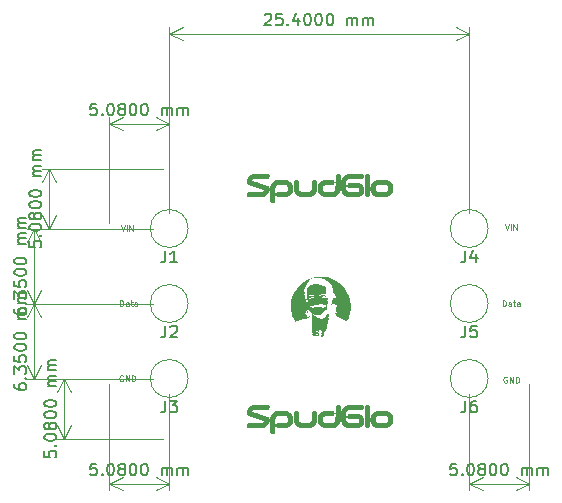
<source format=gto>
G04 #@! TF.GenerationSoftware,KiCad,Pcbnew,7.0.2-0*
G04 #@! TF.CreationDate,2024-01-28T15:47:01-06:00*
G04 #@! TF.ProjectId,wire_adapter,77697265-5f61-4646-9170-7465722e6b69,rev?*
G04 #@! TF.SameCoordinates,Original*
G04 #@! TF.FileFunction,Legend,Top*
G04 #@! TF.FilePolarity,Positive*
%FSLAX46Y46*%
G04 Gerber Fmt 4.6, Leading zero omitted, Abs format (unit mm)*
G04 Created by KiCad (PCBNEW 7.0.2-0) date 2024-01-28 15:47:01*
%MOMM*%
%LPD*%
G01*
G04 APERTURE LIST*
%ADD10C,0.125000*%
%ADD11C,0.150000*%
%ADD12C,0.100000*%
%ADD13C,0.120000*%
%ADD14C,2.600000*%
G04 APERTURE END LIST*
D10*
X128143047Y-101355119D02*
X128095428Y-101331309D01*
X128095428Y-101331309D02*
X128023999Y-101331309D01*
X128023999Y-101331309D02*
X127952571Y-101355119D01*
X127952571Y-101355119D02*
X127904952Y-101402738D01*
X127904952Y-101402738D02*
X127881142Y-101450357D01*
X127881142Y-101450357D02*
X127857333Y-101545595D01*
X127857333Y-101545595D02*
X127857333Y-101617023D01*
X127857333Y-101617023D02*
X127881142Y-101712261D01*
X127881142Y-101712261D02*
X127904952Y-101759880D01*
X127904952Y-101759880D02*
X127952571Y-101807500D01*
X127952571Y-101807500D02*
X128023999Y-101831309D01*
X128023999Y-101831309D02*
X128071618Y-101831309D01*
X128071618Y-101831309D02*
X128143047Y-101807500D01*
X128143047Y-101807500D02*
X128166856Y-101783690D01*
X128166856Y-101783690D02*
X128166856Y-101617023D01*
X128166856Y-101617023D02*
X128071618Y-101617023D01*
X128381142Y-101831309D02*
X128381142Y-101331309D01*
X128381142Y-101331309D02*
X128666856Y-101831309D01*
X128666856Y-101831309D02*
X128666856Y-101331309D01*
X128904952Y-101831309D02*
X128904952Y-101331309D01*
X128904952Y-101331309D02*
X129024000Y-101331309D01*
X129024000Y-101331309D02*
X129095428Y-101355119D01*
X129095428Y-101355119D02*
X129143047Y-101402738D01*
X129143047Y-101402738D02*
X129166857Y-101450357D01*
X129166857Y-101450357D02*
X129190666Y-101545595D01*
X129190666Y-101545595D02*
X129190666Y-101617023D01*
X129190666Y-101617023D02*
X129166857Y-101712261D01*
X129166857Y-101712261D02*
X129143047Y-101759880D01*
X129143047Y-101759880D02*
X129095428Y-101807500D01*
X129095428Y-101807500D02*
X129024000Y-101831309D01*
X129024000Y-101831309D02*
X128904952Y-101831309D01*
X160655047Y-101482119D02*
X160607428Y-101458309D01*
X160607428Y-101458309D02*
X160535999Y-101458309D01*
X160535999Y-101458309D02*
X160464571Y-101482119D01*
X160464571Y-101482119D02*
X160416952Y-101529738D01*
X160416952Y-101529738D02*
X160393142Y-101577357D01*
X160393142Y-101577357D02*
X160369333Y-101672595D01*
X160369333Y-101672595D02*
X160369333Y-101744023D01*
X160369333Y-101744023D02*
X160393142Y-101839261D01*
X160393142Y-101839261D02*
X160416952Y-101886880D01*
X160416952Y-101886880D02*
X160464571Y-101934500D01*
X160464571Y-101934500D02*
X160535999Y-101958309D01*
X160535999Y-101958309D02*
X160583618Y-101958309D01*
X160583618Y-101958309D02*
X160655047Y-101934500D01*
X160655047Y-101934500D02*
X160678856Y-101910690D01*
X160678856Y-101910690D02*
X160678856Y-101744023D01*
X160678856Y-101744023D02*
X160583618Y-101744023D01*
X160893142Y-101958309D02*
X160893142Y-101458309D01*
X160893142Y-101458309D02*
X161178856Y-101958309D01*
X161178856Y-101958309D02*
X161178856Y-101458309D01*
X161416952Y-101958309D02*
X161416952Y-101458309D01*
X161416952Y-101458309D02*
X161536000Y-101458309D01*
X161536000Y-101458309D02*
X161607428Y-101482119D01*
X161607428Y-101482119D02*
X161655047Y-101529738D01*
X161655047Y-101529738D02*
X161678857Y-101577357D01*
X161678857Y-101577357D02*
X161702666Y-101672595D01*
X161702666Y-101672595D02*
X161702666Y-101744023D01*
X161702666Y-101744023D02*
X161678857Y-101839261D01*
X161678857Y-101839261D02*
X161655047Y-101886880D01*
X161655047Y-101886880D02*
X161607428Y-101934500D01*
X161607428Y-101934500D02*
X161536000Y-101958309D01*
X161536000Y-101958309D02*
X161416952Y-101958309D01*
X160309809Y-95481309D02*
X160309809Y-94981309D01*
X160309809Y-94981309D02*
X160428857Y-94981309D01*
X160428857Y-94981309D02*
X160500285Y-95005119D01*
X160500285Y-95005119D02*
X160547904Y-95052738D01*
X160547904Y-95052738D02*
X160571714Y-95100357D01*
X160571714Y-95100357D02*
X160595523Y-95195595D01*
X160595523Y-95195595D02*
X160595523Y-95267023D01*
X160595523Y-95267023D02*
X160571714Y-95362261D01*
X160571714Y-95362261D02*
X160547904Y-95409880D01*
X160547904Y-95409880D02*
X160500285Y-95457500D01*
X160500285Y-95457500D02*
X160428857Y-95481309D01*
X160428857Y-95481309D02*
X160309809Y-95481309D01*
X161024095Y-95481309D02*
X161024095Y-95219404D01*
X161024095Y-95219404D02*
X161000285Y-95171785D01*
X161000285Y-95171785D02*
X160952666Y-95147976D01*
X160952666Y-95147976D02*
X160857428Y-95147976D01*
X160857428Y-95147976D02*
X160809809Y-95171785D01*
X161024095Y-95457500D02*
X160976476Y-95481309D01*
X160976476Y-95481309D02*
X160857428Y-95481309D01*
X160857428Y-95481309D02*
X160809809Y-95457500D01*
X160809809Y-95457500D02*
X160786000Y-95409880D01*
X160786000Y-95409880D02*
X160786000Y-95362261D01*
X160786000Y-95362261D02*
X160809809Y-95314642D01*
X160809809Y-95314642D02*
X160857428Y-95290833D01*
X160857428Y-95290833D02*
X160976476Y-95290833D01*
X160976476Y-95290833D02*
X161024095Y-95267023D01*
X161190762Y-95147976D02*
X161381238Y-95147976D01*
X161262190Y-94981309D02*
X161262190Y-95409880D01*
X161262190Y-95409880D02*
X161286000Y-95457500D01*
X161286000Y-95457500D02*
X161333619Y-95481309D01*
X161333619Y-95481309D02*
X161381238Y-95481309D01*
X161762190Y-95481309D02*
X161762190Y-95219404D01*
X161762190Y-95219404D02*
X161738380Y-95171785D01*
X161738380Y-95171785D02*
X161690761Y-95147976D01*
X161690761Y-95147976D02*
X161595523Y-95147976D01*
X161595523Y-95147976D02*
X161547904Y-95171785D01*
X161762190Y-95457500D02*
X161714571Y-95481309D01*
X161714571Y-95481309D02*
X161595523Y-95481309D01*
X161595523Y-95481309D02*
X161547904Y-95457500D01*
X161547904Y-95457500D02*
X161524095Y-95409880D01*
X161524095Y-95409880D02*
X161524095Y-95362261D01*
X161524095Y-95362261D02*
X161547904Y-95314642D01*
X161547904Y-95314642D02*
X161595523Y-95290833D01*
X161595523Y-95290833D02*
X161714571Y-95290833D01*
X161714571Y-95290833D02*
X161762190Y-95267023D01*
X127924809Y-95481309D02*
X127924809Y-94981309D01*
X127924809Y-94981309D02*
X128043857Y-94981309D01*
X128043857Y-94981309D02*
X128115285Y-95005119D01*
X128115285Y-95005119D02*
X128162904Y-95052738D01*
X128162904Y-95052738D02*
X128186714Y-95100357D01*
X128186714Y-95100357D02*
X128210523Y-95195595D01*
X128210523Y-95195595D02*
X128210523Y-95267023D01*
X128210523Y-95267023D02*
X128186714Y-95362261D01*
X128186714Y-95362261D02*
X128162904Y-95409880D01*
X128162904Y-95409880D02*
X128115285Y-95457500D01*
X128115285Y-95457500D02*
X128043857Y-95481309D01*
X128043857Y-95481309D02*
X127924809Y-95481309D01*
X128639095Y-95481309D02*
X128639095Y-95219404D01*
X128639095Y-95219404D02*
X128615285Y-95171785D01*
X128615285Y-95171785D02*
X128567666Y-95147976D01*
X128567666Y-95147976D02*
X128472428Y-95147976D01*
X128472428Y-95147976D02*
X128424809Y-95171785D01*
X128639095Y-95457500D02*
X128591476Y-95481309D01*
X128591476Y-95481309D02*
X128472428Y-95481309D01*
X128472428Y-95481309D02*
X128424809Y-95457500D01*
X128424809Y-95457500D02*
X128401000Y-95409880D01*
X128401000Y-95409880D02*
X128401000Y-95362261D01*
X128401000Y-95362261D02*
X128424809Y-95314642D01*
X128424809Y-95314642D02*
X128472428Y-95290833D01*
X128472428Y-95290833D02*
X128591476Y-95290833D01*
X128591476Y-95290833D02*
X128639095Y-95267023D01*
X128805762Y-95147976D02*
X128996238Y-95147976D01*
X128877190Y-94981309D02*
X128877190Y-95409880D01*
X128877190Y-95409880D02*
X128901000Y-95457500D01*
X128901000Y-95457500D02*
X128948619Y-95481309D01*
X128948619Y-95481309D02*
X128996238Y-95481309D01*
X129377190Y-95481309D02*
X129377190Y-95219404D01*
X129377190Y-95219404D02*
X129353380Y-95171785D01*
X129353380Y-95171785D02*
X129305761Y-95147976D01*
X129305761Y-95147976D02*
X129210523Y-95147976D01*
X129210523Y-95147976D02*
X129162904Y-95171785D01*
X129377190Y-95457500D02*
X129329571Y-95481309D01*
X129329571Y-95481309D02*
X129210523Y-95481309D01*
X129210523Y-95481309D02*
X129162904Y-95457500D01*
X129162904Y-95457500D02*
X129139095Y-95409880D01*
X129139095Y-95409880D02*
X129139095Y-95362261D01*
X129139095Y-95362261D02*
X129162904Y-95314642D01*
X129162904Y-95314642D02*
X129210523Y-95290833D01*
X129210523Y-95290833D02*
X129329571Y-95290833D01*
X129329571Y-95290833D02*
X129377190Y-95267023D01*
X127976381Y-88631309D02*
X128143047Y-89131309D01*
X128143047Y-89131309D02*
X128309714Y-88631309D01*
X128476380Y-89131309D02*
X128476380Y-88631309D01*
X128714475Y-89131309D02*
X128714475Y-88631309D01*
X128714475Y-88631309D02*
X129000189Y-89131309D01*
X129000189Y-89131309D02*
X129000189Y-88631309D01*
X160488381Y-88504309D02*
X160655047Y-89004309D01*
X160655047Y-89004309D02*
X160821714Y-88504309D01*
X160988380Y-89004309D02*
X160988380Y-88504309D01*
X161226475Y-89004309D02*
X161226475Y-88504309D01*
X161226475Y-88504309D02*
X161512189Y-89004309D01*
X161512189Y-89004309D02*
X161512189Y-88504309D01*
D11*
X125920952Y-78322619D02*
X125444762Y-78322619D01*
X125444762Y-78322619D02*
X125397143Y-78798809D01*
X125397143Y-78798809D02*
X125444762Y-78751190D01*
X125444762Y-78751190D02*
X125540000Y-78703571D01*
X125540000Y-78703571D02*
X125778095Y-78703571D01*
X125778095Y-78703571D02*
X125873333Y-78751190D01*
X125873333Y-78751190D02*
X125920952Y-78798809D01*
X125920952Y-78798809D02*
X125968571Y-78894047D01*
X125968571Y-78894047D02*
X125968571Y-79132142D01*
X125968571Y-79132142D02*
X125920952Y-79227380D01*
X125920952Y-79227380D02*
X125873333Y-79275000D01*
X125873333Y-79275000D02*
X125778095Y-79322619D01*
X125778095Y-79322619D02*
X125540000Y-79322619D01*
X125540000Y-79322619D02*
X125444762Y-79275000D01*
X125444762Y-79275000D02*
X125397143Y-79227380D01*
X126397143Y-79227380D02*
X126444762Y-79275000D01*
X126444762Y-79275000D02*
X126397143Y-79322619D01*
X126397143Y-79322619D02*
X126349524Y-79275000D01*
X126349524Y-79275000D02*
X126397143Y-79227380D01*
X126397143Y-79227380D02*
X126397143Y-79322619D01*
X127063809Y-78322619D02*
X127159047Y-78322619D01*
X127159047Y-78322619D02*
X127254285Y-78370238D01*
X127254285Y-78370238D02*
X127301904Y-78417857D01*
X127301904Y-78417857D02*
X127349523Y-78513095D01*
X127349523Y-78513095D02*
X127397142Y-78703571D01*
X127397142Y-78703571D02*
X127397142Y-78941666D01*
X127397142Y-78941666D02*
X127349523Y-79132142D01*
X127349523Y-79132142D02*
X127301904Y-79227380D01*
X127301904Y-79227380D02*
X127254285Y-79275000D01*
X127254285Y-79275000D02*
X127159047Y-79322619D01*
X127159047Y-79322619D02*
X127063809Y-79322619D01*
X127063809Y-79322619D02*
X126968571Y-79275000D01*
X126968571Y-79275000D02*
X126920952Y-79227380D01*
X126920952Y-79227380D02*
X126873333Y-79132142D01*
X126873333Y-79132142D02*
X126825714Y-78941666D01*
X126825714Y-78941666D02*
X126825714Y-78703571D01*
X126825714Y-78703571D02*
X126873333Y-78513095D01*
X126873333Y-78513095D02*
X126920952Y-78417857D01*
X126920952Y-78417857D02*
X126968571Y-78370238D01*
X126968571Y-78370238D02*
X127063809Y-78322619D01*
X127968571Y-78751190D02*
X127873333Y-78703571D01*
X127873333Y-78703571D02*
X127825714Y-78655952D01*
X127825714Y-78655952D02*
X127778095Y-78560714D01*
X127778095Y-78560714D02*
X127778095Y-78513095D01*
X127778095Y-78513095D02*
X127825714Y-78417857D01*
X127825714Y-78417857D02*
X127873333Y-78370238D01*
X127873333Y-78370238D02*
X127968571Y-78322619D01*
X127968571Y-78322619D02*
X128159047Y-78322619D01*
X128159047Y-78322619D02*
X128254285Y-78370238D01*
X128254285Y-78370238D02*
X128301904Y-78417857D01*
X128301904Y-78417857D02*
X128349523Y-78513095D01*
X128349523Y-78513095D02*
X128349523Y-78560714D01*
X128349523Y-78560714D02*
X128301904Y-78655952D01*
X128301904Y-78655952D02*
X128254285Y-78703571D01*
X128254285Y-78703571D02*
X128159047Y-78751190D01*
X128159047Y-78751190D02*
X127968571Y-78751190D01*
X127968571Y-78751190D02*
X127873333Y-78798809D01*
X127873333Y-78798809D02*
X127825714Y-78846428D01*
X127825714Y-78846428D02*
X127778095Y-78941666D01*
X127778095Y-78941666D02*
X127778095Y-79132142D01*
X127778095Y-79132142D02*
X127825714Y-79227380D01*
X127825714Y-79227380D02*
X127873333Y-79275000D01*
X127873333Y-79275000D02*
X127968571Y-79322619D01*
X127968571Y-79322619D02*
X128159047Y-79322619D01*
X128159047Y-79322619D02*
X128254285Y-79275000D01*
X128254285Y-79275000D02*
X128301904Y-79227380D01*
X128301904Y-79227380D02*
X128349523Y-79132142D01*
X128349523Y-79132142D02*
X128349523Y-78941666D01*
X128349523Y-78941666D02*
X128301904Y-78846428D01*
X128301904Y-78846428D02*
X128254285Y-78798809D01*
X128254285Y-78798809D02*
X128159047Y-78751190D01*
X128968571Y-78322619D02*
X129063809Y-78322619D01*
X129063809Y-78322619D02*
X129159047Y-78370238D01*
X129159047Y-78370238D02*
X129206666Y-78417857D01*
X129206666Y-78417857D02*
X129254285Y-78513095D01*
X129254285Y-78513095D02*
X129301904Y-78703571D01*
X129301904Y-78703571D02*
X129301904Y-78941666D01*
X129301904Y-78941666D02*
X129254285Y-79132142D01*
X129254285Y-79132142D02*
X129206666Y-79227380D01*
X129206666Y-79227380D02*
X129159047Y-79275000D01*
X129159047Y-79275000D02*
X129063809Y-79322619D01*
X129063809Y-79322619D02*
X128968571Y-79322619D01*
X128968571Y-79322619D02*
X128873333Y-79275000D01*
X128873333Y-79275000D02*
X128825714Y-79227380D01*
X128825714Y-79227380D02*
X128778095Y-79132142D01*
X128778095Y-79132142D02*
X128730476Y-78941666D01*
X128730476Y-78941666D02*
X128730476Y-78703571D01*
X128730476Y-78703571D02*
X128778095Y-78513095D01*
X128778095Y-78513095D02*
X128825714Y-78417857D01*
X128825714Y-78417857D02*
X128873333Y-78370238D01*
X128873333Y-78370238D02*
X128968571Y-78322619D01*
X129920952Y-78322619D02*
X130016190Y-78322619D01*
X130016190Y-78322619D02*
X130111428Y-78370238D01*
X130111428Y-78370238D02*
X130159047Y-78417857D01*
X130159047Y-78417857D02*
X130206666Y-78513095D01*
X130206666Y-78513095D02*
X130254285Y-78703571D01*
X130254285Y-78703571D02*
X130254285Y-78941666D01*
X130254285Y-78941666D02*
X130206666Y-79132142D01*
X130206666Y-79132142D02*
X130159047Y-79227380D01*
X130159047Y-79227380D02*
X130111428Y-79275000D01*
X130111428Y-79275000D02*
X130016190Y-79322619D01*
X130016190Y-79322619D02*
X129920952Y-79322619D01*
X129920952Y-79322619D02*
X129825714Y-79275000D01*
X129825714Y-79275000D02*
X129778095Y-79227380D01*
X129778095Y-79227380D02*
X129730476Y-79132142D01*
X129730476Y-79132142D02*
X129682857Y-78941666D01*
X129682857Y-78941666D02*
X129682857Y-78703571D01*
X129682857Y-78703571D02*
X129730476Y-78513095D01*
X129730476Y-78513095D02*
X129778095Y-78417857D01*
X129778095Y-78417857D02*
X129825714Y-78370238D01*
X129825714Y-78370238D02*
X129920952Y-78322619D01*
X131444762Y-79322619D02*
X131444762Y-78655952D01*
X131444762Y-78751190D02*
X131492381Y-78703571D01*
X131492381Y-78703571D02*
X131587619Y-78655952D01*
X131587619Y-78655952D02*
X131730476Y-78655952D01*
X131730476Y-78655952D02*
X131825714Y-78703571D01*
X131825714Y-78703571D02*
X131873333Y-78798809D01*
X131873333Y-78798809D02*
X131873333Y-79322619D01*
X131873333Y-78798809D02*
X131920952Y-78703571D01*
X131920952Y-78703571D02*
X132016190Y-78655952D01*
X132016190Y-78655952D02*
X132159047Y-78655952D01*
X132159047Y-78655952D02*
X132254286Y-78703571D01*
X132254286Y-78703571D02*
X132301905Y-78798809D01*
X132301905Y-78798809D02*
X132301905Y-79322619D01*
X132778095Y-79322619D02*
X132778095Y-78655952D01*
X132778095Y-78751190D02*
X132825714Y-78703571D01*
X132825714Y-78703571D02*
X132920952Y-78655952D01*
X132920952Y-78655952D02*
X133063809Y-78655952D01*
X133063809Y-78655952D02*
X133159047Y-78703571D01*
X133159047Y-78703571D02*
X133206666Y-78798809D01*
X133206666Y-78798809D02*
X133206666Y-79322619D01*
X133206666Y-78798809D02*
X133254285Y-78703571D01*
X133254285Y-78703571D02*
X133349523Y-78655952D01*
X133349523Y-78655952D02*
X133492380Y-78655952D01*
X133492380Y-78655952D02*
X133587619Y-78703571D01*
X133587619Y-78703571D02*
X133635238Y-78798809D01*
X133635238Y-78798809D02*
X133635238Y-79322619D01*
D12*
X132080000Y-88400000D02*
X132080000Y-79423580D01*
X127000000Y-88400000D02*
X127000000Y-79423580D01*
X132080000Y-80010000D02*
X127000000Y-80010000D01*
X132080000Y-80010000D02*
X127000000Y-80010000D01*
X132080000Y-80010000D02*
X130953496Y-80596421D01*
X132080000Y-80010000D02*
X130953496Y-79423579D01*
X127000000Y-80010000D02*
X128126504Y-79423579D01*
X127000000Y-80010000D02*
X128126504Y-80596421D01*
D11*
X120232619Y-89979047D02*
X120232619Y-90455237D01*
X120232619Y-90455237D02*
X120708809Y-90502856D01*
X120708809Y-90502856D02*
X120661190Y-90455237D01*
X120661190Y-90455237D02*
X120613571Y-90359999D01*
X120613571Y-90359999D02*
X120613571Y-90121904D01*
X120613571Y-90121904D02*
X120661190Y-90026666D01*
X120661190Y-90026666D02*
X120708809Y-89979047D01*
X120708809Y-89979047D02*
X120804047Y-89931428D01*
X120804047Y-89931428D02*
X121042142Y-89931428D01*
X121042142Y-89931428D02*
X121137380Y-89979047D01*
X121137380Y-89979047D02*
X121185000Y-90026666D01*
X121185000Y-90026666D02*
X121232619Y-90121904D01*
X121232619Y-90121904D02*
X121232619Y-90359999D01*
X121232619Y-90359999D02*
X121185000Y-90455237D01*
X121185000Y-90455237D02*
X121137380Y-90502856D01*
X121137380Y-89502856D02*
X121185000Y-89455237D01*
X121185000Y-89455237D02*
X121232619Y-89502856D01*
X121232619Y-89502856D02*
X121185000Y-89550475D01*
X121185000Y-89550475D02*
X121137380Y-89502856D01*
X121137380Y-89502856D02*
X121232619Y-89502856D01*
X120232619Y-88836190D02*
X120232619Y-88740952D01*
X120232619Y-88740952D02*
X120280238Y-88645714D01*
X120280238Y-88645714D02*
X120327857Y-88598095D01*
X120327857Y-88598095D02*
X120423095Y-88550476D01*
X120423095Y-88550476D02*
X120613571Y-88502857D01*
X120613571Y-88502857D02*
X120851666Y-88502857D01*
X120851666Y-88502857D02*
X121042142Y-88550476D01*
X121042142Y-88550476D02*
X121137380Y-88598095D01*
X121137380Y-88598095D02*
X121185000Y-88645714D01*
X121185000Y-88645714D02*
X121232619Y-88740952D01*
X121232619Y-88740952D02*
X121232619Y-88836190D01*
X121232619Y-88836190D02*
X121185000Y-88931428D01*
X121185000Y-88931428D02*
X121137380Y-88979047D01*
X121137380Y-88979047D02*
X121042142Y-89026666D01*
X121042142Y-89026666D02*
X120851666Y-89074285D01*
X120851666Y-89074285D02*
X120613571Y-89074285D01*
X120613571Y-89074285D02*
X120423095Y-89026666D01*
X120423095Y-89026666D02*
X120327857Y-88979047D01*
X120327857Y-88979047D02*
X120280238Y-88931428D01*
X120280238Y-88931428D02*
X120232619Y-88836190D01*
X120661190Y-87931428D02*
X120613571Y-88026666D01*
X120613571Y-88026666D02*
X120565952Y-88074285D01*
X120565952Y-88074285D02*
X120470714Y-88121904D01*
X120470714Y-88121904D02*
X120423095Y-88121904D01*
X120423095Y-88121904D02*
X120327857Y-88074285D01*
X120327857Y-88074285D02*
X120280238Y-88026666D01*
X120280238Y-88026666D02*
X120232619Y-87931428D01*
X120232619Y-87931428D02*
X120232619Y-87740952D01*
X120232619Y-87740952D02*
X120280238Y-87645714D01*
X120280238Y-87645714D02*
X120327857Y-87598095D01*
X120327857Y-87598095D02*
X120423095Y-87550476D01*
X120423095Y-87550476D02*
X120470714Y-87550476D01*
X120470714Y-87550476D02*
X120565952Y-87598095D01*
X120565952Y-87598095D02*
X120613571Y-87645714D01*
X120613571Y-87645714D02*
X120661190Y-87740952D01*
X120661190Y-87740952D02*
X120661190Y-87931428D01*
X120661190Y-87931428D02*
X120708809Y-88026666D01*
X120708809Y-88026666D02*
X120756428Y-88074285D01*
X120756428Y-88074285D02*
X120851666Y-88121904D01*
X120851666Y-88121904D02*
X121042142Y-88121904D01*
X121042142Y-88121904D02*
X121137380Y-88074285D01*
X121137380Y-88074285D02*
X121185000Y-88026666D01*
X121185000Y-88026666D02*
X121232619Y-87931428D01*
X121232619Y-87931428D02*
X121232619Y-87740952D01*
X121232619Y-87740952D02*
X121185000Y-87645714D01*
X121185000Y-87645714D02*
X121137380Y-87598095D01*
X121137380Y-87598095D02*
X121042142Y-87550476D01*
X121042142Y-87550476D02*
X120851666Y-87550476D01*
X120851666Y-87550476D02*
X120756428Y-87598095D01*
X120756428Y-87598095D02*
X120708809Y-87645714D01*
X120708809Y-87645714D02*
X120661190Y-87740952D01*
X120232619Y-86931428D02*
X120232619Y-86836190D01*
X120232619Y-86836190D02*
X120280238Y-86740952D01*
X120280238Y-86740952D02*
X120327857Y-86693333D01*
X120327857Y-86693333D02*
X120423095Y-86645714D01*
X120423095Y-86645714D02*
X120613571Y-86598095D01*
X120613571Y-86598095D02*
X120851666Y-86598095D01*
X120851666Y-86598095D02*
X121042142Y-86645714D01*
X121042142Y-86645714D02*
X121137380Y-86693333D01*
X121137380Y-86693333D02*
X121185000Y-86740952D01*
X121185000Y-86740952D02*
X121232619Y-86836190D01*
X121232619Y-86836190D02*
X121232619Y-86931428D01*
X121232619Y-86931428D02*
X121185000Y-87026666D01*
X121185000Y-87026666D02*
X121137380Y-87074285D01*
X121137380Y-87074285D02*
X121042142Y-87121904D01*
X121042142Y-87121904D02*
X120851666Y-87169523D01*
X120851666Y-87169523D02*
X120613571Y-87169523D01*
X120613571Y-87169523D02*
X120423095Y-87121904D01*
X120423095Y-87121904D02*
X120327857Y-87074285D01*
X120327857Y-87074285D02*
X120280238Y-87026666D01*
X120280238Y-87026666D02*
X120232619Y-86931428D01*
X120232619Y-85979047D02*
X120232619Y-85883809D01*
X120232619Y-85883809D02*
X120280238Y-85788571D01*
X120280238Y-85788571D02*
X120327857Y-85740952D01*
X120327857Y-85740952D02*
X120423095Y-85693333D01*
X120423095Y-85693333D02*
X120613571Y-85645714D01*
X120613571Y-85645714D02*
X120851666Y-85645714D01*
X120851666Y-85645714D02*
X121042142Y-85693333D01*
X121042142Y-85693333D02*
X121137380Y-85740952D01*
X121137380Y-85740952D02*
X121185000Y-85788571D01*
X121185000Y-85788571D02*
X121232619Y-85883809D01*
X121232619Y-85883809D02*
X121232619Y-85979047D01*
X121232619Y-85979047D02*
X121185000Y-86074285D01*
X121185000Y-86074285D02*
X121137380Y-86121904D01*
X121137380Y-86121904D02*
X121042142Y-86169523D01*
X121042142Y-86169523D02*
X120851666Y-86217142D01*
X120851666Y-86217142D02*
X120613571Y-86217142D01*
X120613571Y-86217142D02*
X120423095Y-86169523D01*
X120423095Y-86169523D02*
X120327857Y-86121904D01*
X120327857Y-86121904D02*
X120280238Y-86074285D01*
X120280238Y-86074285D02*
X120232619Y-85979047D01*
X121232619Y-84455237D02*
X120565952Y-84455237D01*
X120661190Y-84455237D02*
X120613571Y-84407618D01*
X120613571Y-84407618D02*
X120565952Y-84312380D01*
X120565952Y-84312380D02*
X120565952Y-84169523D01*
X120565952Y-84169523D02*
X120613571Y-84074285D01*
X120613571Y-84074285D02*
X120708809Y-84026666D01*
X120708809Y-84026666D02*
X121232619Y-84026666D01*
X120708809Y-84026666D02*
X120613571Y-83979047D01*
X120613571Y-83979047D02*
X120565952Y-83883809D01*
X120565952Y-83883809D02*
X120565952Y-83740952D01*
X120565952Y-83740952D02*
X120613571Y-83645713D01*
X120613571Y-83645713D02*
X120708809Y-83598094D01*
X120708809Y-83598094D02*
X121232619Y-83598094D01*
X121232619Y-83121904D02*
X120565952Y-83121904D01*
X120661190Y-83121904D02*
X120613571Y-83074285D01*
X120613571Y-83074285D02*
X120565952Y-82979047D01*
X120565952Y-82979047D02*
X120565952Y-82836190D01*
X120565952Y-82836190D02*
X120613571Y-82740952D01*
X120613571Y-82740952D02*
X120708809Y-82693333D01*
X120708809Y-82693333D02*
X121232619Y-82693333D01*
X120708809Y-82693333D02*
X120613571Y-82645714D01*
X120613571Y-82645714D02*
X120565952Y-82550476D01*
X120565952Y-82550476D02*
X120565952Y-82407619D01*
X120565952Y-82407619D02*
X120613571Y-82312380D01*
X120613571Y-82312380D02*
X120708809Y-82264761D01*
X120708809Y-82264761D02*
X121232619Y-82264761D01*
D12*
X131580000Y-88900000D02*
X121333580Y-88900000D01*
X131580000Y-83820000D02*
X121333580Y-83820000D01*
X121920000Y-88900000D02*
X121920000Y-83820000D01*
X121920000Y-88900000D02*
X121920000Y-83820000D01*
X121920000Y-88900000D02*
X121333579Y-87773496D01*
X121920000Y-88900000D02*
X122506421Y-87773496D01*
X121920000Y-83820000D02*
X122506421Y-84946504D01*
X121920000Y-83820000D02*
X121333579Y-84946504D01*
D11*
X121502619Y-107759047D02*
X121502619Y-108235237D01*
X121502619Y-108235237D02*
X121978809Y-108282856D01*
X121978809Y-108282856D02*
X121931190Y-108235237D01*
X121931190Y-108235237D02*
X121883571Y-108139999D01*
X121883571Y-108139999D02*
X121883571Y-107901904D01*
X121883571Y-107901904D02*
X121931190Y-107806666D01*
X121931190Y-107806666D02*
X121978809Y-107759047D01*
X121978809Y-107759047D02*
X122074047Y-107711428D01*
X122074047Y-107711428D02*
X122312142Y-107711428D01*
X122312142Y-107711428D02*
X122407380Y-107759047D01*
X122407380Y-107759047D02*
X122455000Y-107806666D01*
X122455000Y-107806666D02*
X122502619Y-107901904D01*
X122502619Y-107901904D02*
X122502619Y-108139999D01*
X122502619Y-108139999D02*
X122455000Y-108235237D01*
X122455000Y-108235237D02*
X122407380Y-108282856D01*
X122407380Y-107282856D02*
X122455000Y-107235237D01*
X122455000Y-107235237D02*
X122502619Y-107282856D01*
X122502619Y-107282856D02*
X122455000Y-107330475D01*
X122455000Y-107330475D02*
X122407380Y-107282856D01*
X122407380Y-107282856D02*
X122502619Y-107282856D01*
X121502619Y-106616190D02*
X121502619Y-106520952D01*
X121502619Y-106520952D02*
X121550238Y-106425714D01*
X121550238Y-106425714D02*
X121597857Y-106378095D01*
X121597857Y-106378095D02*
X121693095Y-106330476D01*
X121693095Y-106330476D02*
X121883571Y-106282857D01*
X121883571Y-106282857D02*
X122121666Y-106282857D01*
X122121666Y-106282857D02*
X122312142Y-106330476D01*
X122312142Y-106330476D02*
X122407380Y-106378095D01*
X122407380Y-106378095D02*
X122455000Y-106425714D01*
X122455000Y-106425714D02*
X122502619Y-106520952D01*
X122502619Y-106520952D02*
X122502619Y-106616190D01*
X122502619Y-106616190D02*
X122455000Y-106711428D01*
X122455000Y-106711428D02*
X122407380Y-106759047D01*
X122407380Y-106759047D02*
X122312142Y-106806666D01*
X122312142Y-106806666D02*
X122121666Y-106854285D01*
X122121666Y-106854285D02*
X121883571Y-106854285D01*
X121883571Y-106854285D02*
X121693095Y-106806666D01*
X121693095Y-106806666D02*
X121597857Y-106759047D01*
X121597857Y-106759047D02*
X121550238Y-106711428D01*
X121550238Y-106711428D02*
X121502619Y-106616190D01*
X121931190Y-105711428D02*
X121883571Y-105806666D01*
X121883571Y-105806666D02*
X121835952Y-105854285D01*
X121835952Y-105854285D02*
X121740714Y-105901904D01*
X121740714Y-105901904D02*
X121693095Y-105901904D01*
X121693095Y-105901904D02*
X121597857Y-105854285D01*
X121597857Y-105854285D02*
X121550238Y-105806666D01*
X121550238Y-105806666D02*
X121502619Y-105711428D01*
X121502619Y-105711428D02*
X121502619Y-105520952D01*
X121502619Y-105520952D02*
X121550238Y-105425714D01*
X121550238Y-105425714D02*
X121597857Y-105378095D01*
X121597857Y-105378095D02*
X121693095Y-105330476D01*
X121693095Y-105330476D02*
X121740714Y-105330476D01*
X121740714Y-105330476D02*
X121835952Y-105378095D01*
X121835952Y-105378095D02*
X121883571Y-105425714D01*
X121883571Y-105425714D02*
X121931190Y-105520952D01*
X121931190Y-105520952D02*
X121931190Y-105711428D01*
X121931190Y-105711428D02*
X121978809Y-105806666D01*
X121978809Y-105806666D02*
X122026428Y-105854285D01*
X122026428Y-105854285D02*
X122121666Y-105901904D01*
X122121666Y-105901904D02*
X122312142Y-105901904D01*
X122312142Y-105901904D02*
X122407380Y-105854285D01*
X122407380Y-105854285D02*
X122455000Y-105806666D01*
X122455000Y-105806666D02*
X122502619Y-105711428D01*
X122502619Y-105711428D02*
X122502619Y-105520952D01*
X122502619Y-105520952D02*
X122455000Y-105425714D01*
X122455000Y-105425714D02*
X122407380Y-105378095D01*
X122407380Y-105378095D02*
X122312142Y-105330476D01*
X122312142Y-105330476D02*
X122121666Y-105330476D01*
X122121666Y-105330476D02*
X122026428Y-105378095D01*
X122026428Y-105378095D02*
X121978809Y-105425714D01*
X121978809Y-105425714D02*
X121931190Y-105520952D01*
X121502619Y-104711428D02*
X121502619Y-104616190D01*
X121502619Y-104616190D02*
X121550238Y-104520952D01*
X121550238Y-104520952D02*
X121597857Y-104473333D01*
X121597857Y-104473333D02*
X121693095Y-104425714D01*
X121693095Y-104425714D02*
X121883571Y-104378095D01*
X121883571Y-104378095D02*
X122121666Y-104378095D01*
X122121666Y-104378095D02*
X122312142Y-104425714D01*
X122312142Y-104425714D02*
X122407380Y-104473333D01*
X122407380Y-104473333D02*
X122455000Y-104520952D01*
X122455000Y-104520952D02*
X122502619Y-104616190D01*
X122502619Y-104616190D02*
X122502619Y-104711428D01*
X122502619Y-104711428D02*
X122455000Y-104806666D01*
X122455000Y-104806666D02*
X122407380Y-104854285D01*
X122407380Y-104854285D02*
X122312142Y-104901904D01*
X122312142Y-104901904D02*
X122121666Y-104949523D01*
X122121666Y-104949523D02*
X121883571Y-104949523D01*
X121883571Y-104949523D02*
X121693095Y-104901904D01*
X121693095Y-104901904D02*
X121597857Y-104854285D01*
X121597857Y-104854285D02*
X121550238Y-104806666D01*
X121550238Y-104806666D02*
X121502619Y-104711428D01*
X121502619Y-103759047D02*
X121502619Y-103663809D01*
X121502619Y-103663809D02*
X121550238Y-103568571D01*
X121550238Y-103568571D02*
X121597857Y-103520952D01*
X121597857Y-103520952D02*
X121693095Y-103473333D01*
X121693095Y-103473333D02*
X121883571Y-103425714D01*
X121883571Y-103425714D02*
X122121666Y-103425714D01*
X122121666Y-103425714D02*
X122312142Y-103473333D01*
X122312142Y-103473333D02*
X122407380Y-103520952D01*
X122407380Y-103520952D02*
X122455000Y-103568571D01*
X122455000Y-103568571D02*
X122502619Y-103663809D01*
X122502619Y-103663809D02*
X122502619Y-103759047D01*
X122502619Y-103759047D02*
X122455000Y-103854285D01*
X122455000Y-103854285D02*
X122407380Y-103901904D01*
X122407380Y-103901904D02*
X122312142Y-103949523D01*
X122312142Y-103949523D02*
X122121666Y-103997142D01*
X122121666Y-103997142D02*
X121883571Y-103997142D01*
X121883571Y-103997142D02*
X121693095Y-103949523D01*
X121693095Y-103949523D02*
X121597857Y-103901904D01*
X121597857Y-103901904D02*
X121550238Y-103854285D01*
X121550238Y-103854285D02*
X121502619Y-103759047D01*
X122502619Y-102235237D02*
X121835952Y-102235237D01*
X121931190Y-102235237D02*
X121883571Y-102187618D01*
X121883571Y-102187618D02*
X121835952Y-102092380D01*
X121835952Y-102092380D02*
X121835952Y-101949523D01*
X121835952Y-101949523D02*
X121883571Y-101854285D01*
X121883571Y-101854285D02*
X121978809Y-101806666D01*
X121978809Y-101806666D02*
X122502619Y-101806666D01*
X121978809Y-101806666D02*
X121883571Y-101759047D01*
X121883571Y-101759047D02*
X121835952Y-101663809D01*
X121835952Y-101663809D02*
X121835952Y-101520952D01*
X121835952Y-101520952D02*
X121883571Y-101425713D01*
X121883571Y-101425713D02*
X121978809Y-101378094D01*
X121978809Y-101378094D02*
X122502619Y-101378094D01*
X122502619Y-100901904D02*
X121835952Y-100901904D01*
X121931190Y-100901904D02*
X121883571Y-100854285D01*
X121883571Y-100854285D02*
X121835952Y-100759047D01*
X121835952Y-100759047D02*
X121835952Y-100616190D01*
X121835952Y-100616190D02*
X121883571Y-100520952D01*
X121883571Y-100520952D02*
X121978809Y-100473333D01*
X121978809Y-100473333D02*
X122502619Y-100473333D01*
X121978809Y-100473333D02*
X121883571Y-100425714D01*
X121883571Y-100425714D02*
X121835952Y-100330476D01*
X121835952Y-100330476D02*
X121835952Y-100187619D01*
X121835952Y-100187619D02*
X121883571Y-100092380D01*
X121883571Y-100092380D02*
X121978809Y-100044761D01*
X121978809Y-100044761D02*
X122502619Y-100044761D01*
D12*
X131580000Y-101600000D02*
X122603580Y-101600000D01*
X131580000Y-106680000D02*
X122603580Y-106680000D01*
X123190000Y-101600000D02*
X123190000Y-106680000D01*
X123190000Y-101600000D02*
X123190000Y-106680000D01*
X123190000Y-101600000D02*
X123776421Y-102726504D01*
X123190000Y-101600000D02*
X122603579Y-102726504D01*
X123190000Y-106680000D02*
X122603579Y-105553496D01*
X123190000Y-106680000D02*
X123776421Y-105553496D01*
D11*
X156400952Y-108802619D02*
X155924762Y-108802619D01*
X155924762Y-108802619D02*
X155877143Y-109278809D01*
X155877143Y-109278809D02*
X155924762Y-109231190D01*
X155924762Y-109231190D02*
X156020000Y-109183571D01*
X156020000Y-109183571D02*
X156258095Y-109183571D01*
X156258095Y-109183571D02*
X156353333Y-109231190D01*
X156353333Y-109231190D02*
X156400952Y-109278809D01*
X156400952Y-109278809D02*
X156448571Y-109374047D01*
X156448571Y-109374047D02*
X156448571Y-109612142D01*
X156448571Y-109612142D02*
X156400952Y-109707380D01*
X156400952Y-109707380D02*
X156353333Y-109755000D01*
X156353333Y-109755000D02*
X156258095Y-109802619D01*
X156258095Y-109802619D02*
X156020000Y-109802619D01*
X156020000Y-109802619D02*
X155924762Y-109755000D01*
X155924762Y-109755000D02*
X155877143Y-109707380D01*
X156877143Y-109707380D02*
X156924762Y-109755000D01*
X156924762Y-109755000D02*
X156877143Y-109802619D01*
X156877143Y-109802619D02*
X156829524Y-109755000D01*
X156829524Y-109755000D02*
X156877143Y-109707380D01*
X156877143Y-109707380D02*
X156877143Y-109802619D01*
X157543809Y-108802619D02*
X157639047Y-108802619D01*
X157639047Y-108802619D02*
X157734285Y-108850238D01*
X157734285Y-108850238D02*
X157781904Y-108897857D01*
X157781904Y-108897857D02*
X157829523Y-108993095D01*
X157829523Y-108993095D02*
X157877142Y-109183571D01*
X157877142Y-109183571D02*
X157877142Y-109421666D01*
X157877142Y-109421666D02*
X157829523Y-109612142D01*
X157829523Y-109612142D02*
X157781904Y-109707380D01*
X157781904Y-109707380D02*
X157734285Y-109755000D01*
X157734285Y-109755000D02*
X157639047Y-109802619D01*
X157639047Y-109802619D02*
X157543809Y-109802619D01*
X157543809Y-109802619D02*
X157448571Y-109755000D01*
X157448571Y-109755000D02*
X157400952Y-109707380D01*
X157400952Y-109707380D02*
X157353333Y-109612142D01*
X157353333Y-109612142D02*
X157305714Y-109421666D01*
X157305714Y-109421666D02*
X157305714Y-109183571D01*
X157305714Y-109183571D02*
X157353333Y-108993095D01*
X157353333Y-108993095D02*
X157400952Y-108897857D01*
X157400952Y-108897857D02*
X157448571Y-108850238D01*
X157448571Y-108850238D02*
X157543809Y-108802619D01*
X158448571Y-109231190D02*
X158353333Y-109183571D01*
X158353333Y-109183571D02*
X158305714Y-109135952D01*
X158305714Y-109135952D02*
X158258095Y-109040714D01*
X158258095Y-109040714D02*
X158258095Y-108993095D01*
X158258095Y-108993095D02*
X158305714Y-108897857D01*
X158305714Y-108897857D02*
X158353333Y-108850238D01*
X158353333Y-108850238D02*
X158448571Y-108802619D01*
X158448571Y-108802619D02*
X158639047Y-108802619D01*
X158639047Y-108802619D02*
X158734285Y-108850238D01*
X158734285Y-108850238D02*
X158781904Y-108897857D01*
X158781904Y-108897857D02*
X158829523Y-108993095D01*
X158829523Y-108993095D02*
X158829523Y-109040714D01*
X158829523Y-109040714D02*
X158781904Y-109135952D01*
X158781904Y-109135952D02*
X158734285Y-109183571D01*
X158734285Y-109183571D02*
X158639047Y-109231190D01*
X158639047Y-109231190D02*
X158448571Y-109231190D01*
X158448571Y-109231190D02*
X158353333Y-109278809D01*
X158353333Y-109278809D02*
X158305714Y-109326428D01*
X158305714Y-109326428D02*
X158258095Y-109421666D01*
X158258095Y-109421666D02*
X158258095Y-109612142D01*
X158258095Y-109612142D02*
X158305714Y-109707380D01*
X158305714Y-109707380D02*
X158353333Y-109755000D01*
X158353333Y-109755000D02*
X158448571Y-109802619D01*
X158448571Y-109802619D02*
X158639047Y-109802619D01*
X158639047Y-109802619D02*
X158734285Y-109755000D01*
X158734285Y-109755000D02*
X158781904Y-109707380D01*
X158781904Y-109707380D02*
X158829523Y-109612142D01*
X158829523Y-109612142D02*
X158829523Y-109421666D01*
X158829523Y-109421666D02*
X158781904Y-109326428D01*
X158781904Y-109326428D02*
X158734285Y-109278809D01*
X158734285Y-109278809D02*
X158639047Y-109231190D01*
X159448571Y-108802619D02*
X159543809Y-108802619D01*
X159543809Y-108802619D02*
X159639047Y-108850238D01*
X159639047Y-108850238D02*
X159686666Y-108897857D01*
X159686666Y-108897857D02*
X159734285Y-108993095D01*
X159734285Y-108993095D02*
X159781904Y-109183571D01*
X159781904Y-109183571D02*
X159781904Y-109421666D01*
X159781904Y-109421666D02*
X159734285Y-109612142D01*
X159734285Y-109612142D02*
X159686666Y-109707380D01*
X159686666Y-109707380D02*
X159639047Y-109755000D01*
X159639047Y-109755000D02*
X159543809Y-109802619D01*
X159543809Y-109802619D02*
X159448571Y-109802619D01*
X159448571Y-109802619D02*
X159353333Y-109755000D01*
X159353333Y-109755000D02*
X159305714Y-109707380D01*
X159305714Y-109707380D02*
X159258095Y-109612142D01*
X159258095Y-109612142D02*
X159210476Y-109421666D01*
X159210476Y-109421666D02*
X159210476Y-109183571D01*
X159210476Y-109183571D02*
X159258095Y-108993095D01*
X159258095Y-108993095D02*
X159305714Y-108897857D01*
X159305714Y-108897857D02*
X159353333Y-108850238D01*
X159353333Y-108850238D02*
X159448571Y-108802619D01*
X160400952Y-108802619D02*
X160496190Y-108802619D01*
X160496190Y-108802619D02*
X160591428Y-108850238D01*
X160591428Y-108850238D02*
X160639047Y-108897857D01*
X160639047Y-108897857D02*
X160686666Y-108993095D01*
X160686666Y-108993095D02*
X160734285Y-109183571D01*
X160734285Y-109183571D02*
X160734285Y-109421666D01*
X160734285Y-109421666D02*
X160686666Y-109612142D01*
X160686666Y-109612142D02*
X160639047Y-109707380D01*
X160639047Y-109707380D02*
X160591428Y-109755000D01*
X160591428Y-109755000D02*
X160496190Y-109802619D01*
X160496190Y-109802619D02*
X160400952Y-109802619D01*
X160400952Y-109802619D02*
X160305714Y-109755000D01*
X160305714Y-109755000D02*
X160258095Y-109707380D01*
X160258095Y-109707380D02*
X160210476Y-109612142D01*
X160210476Y-109612142D02*
X160162857Y-109421666D01*
X160162857Y-109421666D02*
X160162857Y-109183571D01*
X160162857Y-109183571D02*
X160210476Y-108993095D01*
X160210476Y-108993095D02*
X160258095Y-108897857D01*
X160258095Y-108897857D02*
X160305714Y-108850238D01*
X160305714Y-108850238D02*
X160400952Y-108802619D01*
X161924762Y-109802619D02*
X161924762Y-109135952D01*
X161924762Y-109231190D02*
X161972381Y-109183571D01*
X161972381Y-109183571D02*
X162067619Y-109135952D01*
X162067619Y-109135952D02*
X162210476Y-109135952D01*
X162210476Y-109135952D02*
X162305714Y-109183571D01*
X162305714Y-109183571D02*
X162353333Y-109278809D01*
X162353333Y-109278809D02*
X162353333Y-109802619D01*
X162353333Y-109278809D02*
X162400952Y-109183571D01*
X162400952Y-109183571D02*
X162496190Y-109135952D01*
X162496190Y-109135952D02*
X162639047Y-109135952D01*
X162639047Y-109135952D02*
X162734286Y-109183571D01*
X162734286Y-109183571D02*
X162781905Y-109278809D01*
X162781905Y-109278809D02*
X162781905Y-109802619D01*
X163258095Y-109802619D02*
X163258095Y-109135952D01*
X163258095Y-109231190D02*
X163305714Y-109183571D01*
X163305714Y-109183571D02*
X163400952Y-109135952D01*
X163400952Y-109135952D02*
X163543809Y-109135952D01*
X163543809Y-109135952D02*
X163639047Y-109183571D01*
X163639047Y-109183571D02*
X163686666Y-109278809D01*
X163686666Y-109278809D02*
X163686666Y-109802619D01*
X163686666Y-109278809D02*
X163734285Y-109183571D01*
X163734285Y-109183571D02*
X163829523Y-109135952D01*
X163829523Y-109135952D02*
X163972380Y-109135952D01*
X163972380Y-109135952D02*
X164067619Y-109183571D01*
X164067619Y-109183571D02*
X164115238Y-109278809D01*
X164115238Y-109278809D02*
X164115238Y-109802619D01*
D12*
X157480000Y-102100000D02*
X157480000Y-111076420D01*
X162560000Y-102100000D02*
X162560000Y-111076420D01*
X157480000Y-110490000D02*
X162560000Y-110490000D01*
X157480000Y-110490000D02*
X162560000Y-110490000D01*
X157480000Y-110490000D02*
X158606504Y-109903579D01*
X157480000Y-110490000D02*
X158606504Y-111076421D01*
X162560000Y-110490000D02*
X161433496Y-111076421D01*
X162560000Y-110490000D02*
X161433496Y-109903579D01*
D11*
X125920952Y-108802619D02*
X125444762Y-108802619D01*
X125444762Y-108802619D02*
X125397143Y-109278809D01*
X125397143Y-109278809D02*
X125444762Y-109231190D01*
X125444762Y-109231190D02*
X125540000Y-109183571D01*
X125540000Y-109183571D02*
X125778095Y-109183571D01*
X125778095Y-109183571D02*
X125873333Y-109231190D01*
X125873333Y-109231190D02*
X125920952Y-109278809D01*
X125920952Y-109278809D02*
X125968571Y-109374047D01*
X125968571Y-109374047D02*
X125968571Y-109612142D01*
X125968571Y-109612142D02*
X125920952Y-109707380D01*
X125920952Y-109707380D02*
X125873333Y-109755000D01*
X125873333Y-109755000D02*
X125778095Y-109802619D01*
X125778095Y-109802619D02*
X125540000Y-109802619D01*
X125540000Y-109802619D02*
X125444762Y-109755000D01*
X125444762Y-109755000D02*
X125397143Y-109707380D01*
X126397143Y-109707380D02*
X126444762Y-109755000D01*
X126444762Y-109755000D02*
X126397143Y-109802619D01*
X126397143Y-109802619D02*
X126349524Y-109755000D01*
X126349524Y-109755000D02*
X126397143Y-109707380D01*
X126397143Y-109707380D02*
X126397143Y-109802619D01*
X127063809Y-108802619D02*
X127159047Y-108802619D01*
X127159047Y-108802619D02*
X127254285Y-108850238D01*
X127254285Y-108850238D02*
X127301904Y-108897857D01*
X127301904Y-108897857D02*
X127349523Y-108993095D01*
X127349523Y-108993095D02*
X127397142Y-109183571D01*
X127397142Y-109183571D02*
X127397142Y-109421666D01*
X127397142Y-109421666D02*
X127349523Y-109612142D01*
X127349523Y-109612142D02*
X127301904Y-109707380D01*
X127301904Y-109707380D02*
X127254285Y-109755000D01*
X127254285Y-109755000D02*
X127159047Y-109802619D01*
X127159047Y-109802619D02*
X127063809Y-109802619D01*
X127063809Y-109802619D02*
X126968571Y-109755000D01*
X126968571Y-109755000D02*
X126920952Y-109707380D01*
X126920952Y-109707380D02*
X126873333Y-109612142D01*
X126873333Y-109612142D02*
X126825714Y-109421666D01*
X126825714Y-109421666D02*
X126825714Y-109183571D01*
X126825714Y-109183571D02*
X126873333Y-108993095D01*
X126873333Y-108993095D02*
X126920952Y-108897857D01*
X126920952Y-108897857D02*
X126968571Y-108850238D01*
X126968571Y-108850238D02*
X127063809Y-108802619D01*
X127968571Y-109231190D02*
X127873333Y-109183571D01*
X127873333Y-109183571D02*
X127825714Y-109135952D01*
X127825714Y-109135952D02*
X127778095Y-109040714D01*
X127778095Y-109040714D02*
X127778095Y-108993095D01*
X127778095Y-108993095D02*
X127825714Y-108897857D01*
X127825714Y-108897857D02*
X127873333Y-108850238D01*
X127873333Y-108850238D02*
X127968571Y-108802619D01*
X127968571Y-108802619D02*
X128159047Y-108802619D01*
X128159047Y-108802619D02*
X128254285Y-108850238D01*
X128254285Y-108850238D02*
X128301904Y-108897857D01*
X128301904Y-108897857D02*
X128349523Y-108993095D01*
X128349523Y-108993095D02*
X128349523Y-109040714D01*
X128349523Y-109040714D02*
X128301904Y-109135952D01*
X128301904Y-109135952D02*
X128254285Y-109183571D01*
X128254285Y-109183571D02*
X128159047Y-109231190D01*
X128159047Y-109231190D02*
X127968571Y-109231190D01*
X127968571Y-109231190D02*
X127873333Y-109278809D01*
X127873333Y-109278809D02*
X127825714Y-109326428D01*
X127825714Y-109326428D02*
X127778095Y-109421666D01*
X127778095Y-109421666D02*
X127778095Y-109612142D01*
X127778095Y-109612142D02*
X127825714Y-109707380D01*
X127825714Y-109707380D02*
X127873333Y-109755000D01*
X127873333Y-109755000D02*
X127968571Y-109802619D01*
X127968571Y-109802619D02*
X128159047Y-109802619D01*
X128159047Y-109802619D02*
X128254285Y-109755000D01*
X128254285Y-109755000D02*
X128301904Y-109707380D01*
X128301904Y-109707380D02*
X128349523Y-109612142D01*
X128349523Y-109612142D02*
X128349523Y-109421666D01*
X128349523Y-109421666D02*
X128301904Y-109326428D01*
X128301904Y-109326428D02*
X128254285Y-109278809D01*
X128254285Y-109278809D02*
X128159047Y-109231190D01*
X128968571Y-108802619D02*
X129063809Y-108802619D01*
X129063809Y-108802619D02*
X129159047Y-108850238D01*
X129159047Y-108850238D02*
X129206666Y-108897857D01*
X129206666Y-108897857D02*
X129254285Y-108993095D01*
X129254285Y-108993095D02*
X129301904Y-109183571D01*
X129301904Y-109183571D02*
X129301904Y-109421666D01*
X129301904Y-109421666D02*
X129254285Y-109612142D01*
X129254285Y-109612142D02*
X129206666Y-109707380D01*
X129206666Y-109707380D02*
X129159047Y-109755000D01*
X129159047Y-109755000D02*
X129063809Y-109802619D01*
X129063809Y-109802619D02*
X128968571Y-109802619D01*
X128968571Y-109802619D02*
X128873333Y-109755000D01*
X128873333Y-109755000D02*
X128825714Y-109707380D01*
X128825714Y-109707380D02*
X128778095Y-109612142D01*
X128778095Y-109612142D02*
X128730476Y-109421666D01*
X128730476Y-109421666D02*
X128730476Y-109183571D01*
X128730476Y-109183571D02*
X128778095Y-108993095D01*
X128778095Y-108993095D02*
X128825714Y-108897857D01*
X128825714Y-108897857D02*
X128873333Y-108850238D01*
X128873333Y-108850238D02*
X128968571Y-108802619D01*
X129920952Y-108802619D02*
X130016190Y-108802619D01*
X130016190Y-108802619D02*
X130111428Y-108850238D01*
X130111428Y-108850238D02*
X130159047Y-108897857D01*
X130159047Y-108897857D02*
X130206666Y-108993095D01*
X130206666Y-108993095D02*
X130254285Y-109183571D01*
X130254285Y-109183571D02*
X130254285Y-109421666D01*
X130254285Y-109421666D02*
X130206666Y-109612142D01*
X130206666Y-109612142D02*
X130159047Y-109707380D01*
X130159047Y-109707380D02*
X130111428Y-109755000D01*
X130111428Y-109755000D02*
X130016190Y-109802619D01*
X130016190Y-109802619D02*
X129920952Y-109802619D01*
X129920952Y-109802619D02*
X129825714Y-109755000D01*
X129825714Y-109755000D02*
X129778095Y-109707380D01*
X129778095Y-109707380D02*
X129730476Y-109612142D01*
X129730476Y-109612142D02*
X129682857Y-109421666D01*
X129682857Y-109421666D02*
X129682857Y-109183571D01*
X129682857Y-109183571D02*
X129730476Y-108993095D01*
X129730476Y-108993095D02*
X129778095Y-108897857D01*
X129778095Y-108897857D02*
X129825714Y-108850238D01*
X129825714Y-108850238D02*
X129920952Y-108802619D01*
X131444762Y-109802619D02*
X131444762Y-109135952D01*
X131444762Y-109231190D02*
X131492381Y-109183571D01*
X131492381Y-109183571D02*
X131587619Y-109135952D01*
X131587619Y-109135952D02*
X131730476Y-109135952D01*
X131730476Y-109135952D02*
X131825714Y-109183571D01*
X131825714Y-109183571D02*
X131873333Y-109278809D01*
X131873333Y-109278809D02*
X131873333Y-109802619D01*
X131873333Y-109278809D02*
X131920952Y-109183571D01*
X131920952Y-109183571D02*
X132016190Y-109135952D01*
X132016190Y-109135952D02*
X132159047Y-109135952D01*
X132159047Y-109135952D02*
X132254286Y-109183571D01*
X132254286Y-109183571D02*
X132301905Y-109278809D01*
X132301905Y-109278809D02*
X132301905Y-109802619D01*
X132778095Y-109802619D02*
X132778095Y-109135952D01*
X132778095Y-109231190D02*
X132825714Y-109183571D01*
X132825714Y-109183571D02*
X132920952Y-109135952D01*
X132920952Y-109135952D02*
X133063809Y-109135952D01*
X133063809Y-109135952D02*
X133159047Y-109183571D01*
X133159047Y-109183571D02*
X133206666Y-109278809D01*
X133206666Y-109278809D02*
X133206666Y-109802619D01*
X133206666Y-109278809D02*
X133254285Y-109183571D01*
X133254285Y-109183571D02*
X133349523Y-109135952D01*
X133349523Y-109135952D02*
X133492380Y-109135952D01*
X133492380Y-109135952D02*
X133587619Y-109183571D01*
X133587619Y-109183571D02*
X133635238Y-109278809D01*
X133635238Y-109278809D02*
X133635238Y-109802619D01*
D12*
X132080000Y-102100000D02*
X132080000Y-111076420D01*
X127000000Y-102100000D02*
X127000000Y-111076420D01*
X132080000Y-110490000D02*
X127000000Y-110490000D01*
X132080000Y-110490000D02*
X127000000Y-110490000D01*
X132080000Y-110490000D02*
X130953496Y-111076421D01*
X132080000Y-110490000D02*
X130953496Y-109903579D01*
X127000000Y-110490000D02*
X128126504Y-109903579D01*
X127000000Y-110490000D02*
X128126504Y-111076421D01*
D11*
X118962619Y-102091666D02*
X118962619Y-102282142D01*
X118962619Y-102282142D02*
X119010238Y-102377380D01*
X119010238Y-102377380D02*
X119057857Y-102424999D01*
X119057857Y-102424999D02*
X119200714Y-102520237D01*
X119200714Y-102520237D02*
X119391190Y-102567856D01*
X119391190Y-102567856D02*
X119772142Y-102567856D01*
X119772142Y-102567856D02*
X119867380Y-102520237D01*
X119867380Y-102520237D02*
X119915000Y-102472618D01*
X119915000Y-102472618D02*
X119962619Y-102377380D01*
X119962619Y-102377380D02*
X119962619Y-102186904D01*
X119962619Y-102186904D02*
X119915000Y-102091666D01*
X119915000Y-102091666D02*
X119867380Y-102044047D01*
X119867380Y-102044047D02*
X119772142Y-101996428D01*
X119772142Y-101996428D02*
X119534047Y-101996428D01*
X119534047Y-101996428D02*
X119438809Y-102044047D01*
X119438809Y-102044047D02*
X119391190Y-102091666D01*
X119391190Y-102091666D02*
X119343571Y-102186904D01*
X119343571Y-102186904D02*
X119343571Y-102377380D01*
X119343571Y-102377380D02*
X119391190Y-102472618D01*
X119391190Y-102472618D02*
X119438809Y-102520237D01*
X119438809Y-102520237D02*
X119534047Y-102567856D01*
X119867380Y-101567856D02*
X119915000Y-101520237D01*
X119915000Y-101520237D02*
X119962619Y-101567856D01*
X119962619Y-101567856D02*
X119915000Y-101615475D01*
X119915000Y-101615475D02*
X119867380Y-101567856D01*
X119867380Y-101567856D02*
X119962619Y-101567856D01*
X118962619Y-101186904D02*
X118962619Y-100567857D01*
X118962619Y-100567857D02*
X119343571Y-100901190D01*
X119343571Y-100901190D02*
X119343571Y-100758333D01*
X119343571Y-100758333D02*
X119391190Y-100663095D01*
X119391190Y-100663095D02*
X119438809Y-100615476D01*
X119438809Y-100615476D02*
X119534047Y-100567857D01*
X119534047Y-100567857D02*
X119772142Y-100567857D01*
X119772142Y-100567857D02*
X119867380Y-100615476D01*
X119867380Y-100615476D02*
X119915000Y-100663095D01*
X119915000Y-100663095D02*
X119962619Y-100758333D01*
X119962619Y-100758333D02*
X119962619Y-101044047D01*
X119962619Y-101044047D02*
X119915000Y-101139285D01*
X119915000Y-101139285D02*
X119867380Y-101186904D01*
X118962619Y-99663095D02*
X118962619Y-100139285D01*
X118962619Y-100139285D02*
X119438809Y-100186904D01*
X119438809Y-100186904D02*
X119391190Y-100139285D01*
X119391190Y-100139285D02*
X119343571Y-100044047D01*
X119343571Y-100044047D02*
X119343571Y-99805952D01*
X119343571Y-99805952D02*
X119391190Y-99710714D01*
X119391190Y-99710714D02*
X119438809Y-99663095D01*
X119438809Y-99663095D02*
X119534047Y-99615476D01*
X119534047Y-99615476D02*
X119772142Y-99615476D01*
X119772142Y-99615476D02*
X119867380Y-99663095D01*
X119867380Y-99663095D02*
X119915000Y-99710714D01*
X119915000Y-99710714D02*
X119962619Y-99805952D01*
X119962619Y-99805952D02*
X119962619Y-100044047D01*
X119962619Y-100044047D02*
X119915000Y-100139285D01*
X119915000Y-100139285D02*
X119867380Y-100186904D01*
X118962619Y-98996428D02*
X118962619Y-98901190D01*
X118962619Y-98901190D02*
X119010238Y-98805952D01*
X119010238Y-98805952D02*
X119057857Y-98758333D01*
X119057857Y-98758333D02*
X119153095Y-98710714D01*
X119153095Y-98710714D02*
X119343571Y-98663095D01*
X119343571Y-98663095D02*
X119581666Y-98663095D01*
X119581666Y-98663095D02*
X119772142Y-98710714D01*
X119772142Y-98710714D02*
X119867380Y-98758333D01*
X119867380Y-98758333D02*
X119915000Y-98805952D01*
X119915000Y-98805952D02*
X119962619Y-98901190D01*
X119962619Y-98901190D02*
X119962619Y-98996428D01*
X119962619Y-98996428D02*
X119915000Y-99091666D01*
X119915000Y-99091666D02*
X119867380Y-99139285D01*
X119867380Y-99139285D02*
X119772142Y-99186904D01*
X119772142Y-99186904D02*
X119581666Y-99234523D01*
X119581666Y-99234523D02*
X119343571Y-99234523D01*
X119343571Y-99234523D02*
X119153095Y-99186904D01*
X119153095Y-99186904D02*
X119057857Y-99139285D01*
X119057857Y-99139285D02*
X119010238Y-99091666D01*
X119010238Y-99091666D02*
X118962619Y-98996428D01*
X118962619Y-98044047D02*
X118962619Y-97948809D01*
X118962619Y-97948809D02*
X119010238Y-97853571D01*
X119010238Y-97853571D02*
X119057857Y-97805952D01*
X119057857Y-97805952D02*
X119153095Y-97758333D01*
X119153095Y-97758333D02*
X119343571Y-97710714D01*
X119343571Y-97710714D02*
X119581666Y-97710714D01*
X119581666Y-97710714D02*
X119772142Y-97758333D01*
X119772142Y-97758333D02*
X119867380Y-97805952D01*
X119867380Y-97805952D02*
X119915000Y-97853571D01*
X119915000Y-97853571D02*
X119962619Y-97948809D01*
X119962619Y-97948809D02*
X119962619Y-98044047D01*
X119962619Y-98044047D02*
X119915000Y-98139285D01*
X119915000Y-98139285D02*
X119867380Y-98186904D01*
X119867380Y-98186904D02*
X119772142Y-98234523D01*
X119772142Y-98234523D02*
X119581666Y-98282142D01*
X119581666Y-98282142D02*
X119343571Y-98282142D01*
X119343571Y-98282142D02*
X119153095Y-98234523D01*
X119153095Y-98234523D02*
X119057857Y-98186904D01*
X119057857Y-98186904D02*
X119010238Y-98139285D01*
X119010238Y-98139285D02*
X118962619Y-98044047D01*
X119962619Y-96520237D02*
X119295952Y-96520237D01*
X119391190Y-96520237D02*
X119343571Y-96472618D01*
X119343571Y-96472618D02*
X119295952Y-96377380D01*
X119295952Y-96377380D02*
X119295952Y-96234523D01*
X119295952Y-96234523D02*
X119343571Y-96139285D01*
X119343571Y-96139285D02*
X119438809Y-96091666D01*
X119438809Y-96091666D02*
X119962619Y-96091666D01*
X119438809Y-96091666D02*
X119343571Y-96044047D01*
X119343571Y-96044047D02*
X119295952Y-95948809D01*
X119295952Y-95948809D02*
X119295952Y-95805952D01*
X119295952Y-95805952D02*
X119343571Y-95710713D01*
X119343571Y-95710713D02*
X119438809Y-95663094D01*
X119438809Y-95663094D02*
X119962619Y-95663094D01*
X119962619Y-95186904D02*
X119295952Y-95186904D01*
X119391190Y-95186904D02*
X119343571Y-95139285D01*
X119343571Y-95139285D02*
X119295952Y-95044047D01*
X119295952Y-95044047D02*
X119295952Y-94901190D01*
X119295952Y-94901190D02*
X119343571Y-94805952D01*
X119343571Y-94805952D02*
X119438809Y-94758333D01*
X119438809Y-94758333D02*
X119962619Y-94758333D01*
X119438809Y-94758333D02*
X119343571Y-94710714D01*
X119343571Y-94710714D02*
X119295952Y-94615476D01*
X119295952Y-94615476D02*
X119295952Y-94472619D01*
X119295952Y-94472619D02*
X119343571Y-94377380D01*
X119343571Y-94377380D02*
X119438809Y-94329761D01*
X119438809Y-94329761D02*
X119962619Y-94329761D01*
D12*
X131580000Y-95250000D02*
X120063580Y-95250000D01*
X131580000Y-101600000D02*
X120063580Y-101600000D01*
X120650000Y-95250000D02*
X120650000Y-101600000D01*
X120650000Y-95250000D02*
X120650000Y-101600000D01*
X120650000Y-95250000D02*
X121236421Y-96376504D01*
X120650000Y-95250000D02*
X120063579Y-96376504D01*
X120650000Y-101600000D02*
X120063579Y-100473496D01*
X120650000Y-101600000D02*
X121236421Y-100473496D01*
D11*
X118962619Y-95741666D02*
X118962619Y-95932142D01*
X118962619Y-95932142D02*
X119010238Y-96027380D01*
X119010238Y-96027380D02*
X119057857Y-96074999D01*
X119057857Y-96074999D02*
X119200714Y-96170237D01*
X119200714Y-96170237D02*
X119391190Y-96217856D01*
X119391190Y-96217856D02*
X119772142Y-96217856D01*
X119772142Y-96217856D02*
X119867380Y-96170237D01*
X119867380Y-96170237D02*
X119915000Y-96122618D01*
X119915000Y-96122618D02*
X119962619Y-96027380D01*
X119962619Y-96027380D02*
X119962619Y-95836904D01*
X119962619Y-95836904D02*
X119915000Y-95741666D01*
X119915000Y-95741666D02*
X119867380Y-95694047D01*
X119867380Y-95694047D02*
X119772142Y-95646428D01*
X119772142Y-95646428D02*
X119534047Y-95646428D01*
X119534047Y-95646428D02*
X119438809Y-95694047D01*
X119438809Y-95694047D02*
X119391190Y-95741666D01*
X119391190Y-95741666D02*
X119343571Y-95836904D01*
X119343571Y-95836904D02*
X119343571Y-96027380D01*
X119343571Y-96027380D02*
X119391190Y-96122618D01*
X119391190Y-96122618D02*
X119438809Y-96170237D01*
X119438809Y-96170237D02*
X119534047Y-96217856D01*
X119867380Y-95217856D02*
X119915000Y-95170237D01*
X119915000Y-95170237D02*
X119962619Y-95217856D01*
X119962619Y-95217856D02*
X119915000Y-95265475D01*
X119915000Y-95265475D02*
X119867380Y-95217856D01*
X119867380Y-95217856D02*
X119962619Y-95217856D01*
X118962619Y-94836904D02*
X118962619Y-94217857D01*
X118962619Y-94217857D02*
X119343571Y-94551190D01*
X119343571Y-94551190D02*
X119343571Y-94408333D01*
X119343571Y-94408333D02*
X119391190Y-94313095D01*
X119391190Y-94313095D02*
X119438809Y-94265476D01*
X119438809Y-94265476D02*
X119534047Y-94217857D01*
X119534047Y-94217857D02*
X119772142Y-94217857D01*
X119772142Y-94217857D02*
X119867380Y-94265476D01*
X119867380Y-94265476D02*
X119915000Y-94313095D01*
X119915000Y-94313095D02*
X119962619Y-94408333D01*
X119962619Y-94408333D02*
X119962619Y-94694047D01*
X119962619Y-94694047D02*
X119915000Y-94789285D01*
X119915000Y-94789285D02*
X119867380Y-94836904D01*
X118962619Y-93313095D02*
X118962619Y-93789285D01*
X118962619Y-93789285D02*
X119438809Y-93836904D01*
X119438809Y-93836904D02*
X119391190Y-93789285D01*
X119391190Y-93789285D02*
X119343571Y-93694047D01*
X119343571Y-93694047D02*
X119343571Y-93455952D01*
X119343571Y-93455952D02*
X119391190Y-93360714D01*
X119391190Y-93360714D02*
X119438809Y-93313095D01*
X119438809Y-93313095D02*
X119534047Y-93265476D01*
X119534047Y-93265476D02*
X119772142Y-93265476D01*
X119772142Y-93265476D02*
X119867380Y-93313095D01*
X119867380Y-93313095D02*
X119915000Y-93360714D01*
X119915000Y-93360714D02*
X119962619Y-93455952D01*
X119962619Y-93455952D02*
X119962619Y-93694047D01*
X119962619Y-93694047D02*
X119915000Y-93789285D01*
X119915000Y-93789285D02*
X119867380Y-93836904D01*
X118962619Y-92646428D02*
X118962619Y-92551190D01*
X118962619Y-92551190D02*
X119010238Y-92455952D01*
X119010238Y-92455952D02*
X119057857Y-92408333D01*
X119057857Y-92408333D02*
X119153095Y-92360714D01*
X119153095Y-92360714D02*
X119343571Y-92313095D01*
X119343571Y-92313095D02*
X119581666Y-92313095D01*
X119581666Y-92313095D02*
X119772142Y-92360714D01*
X119772142Y-92360714D02*
X119867380Y-92408333D01*
X119867380Y-92408333D02*
X119915000Y-92455952D01*
X119915000Y-92455952D02*
X119962619Y-92551190D01*
X119962619Y-92551190D02*
X119962619Y-92646428D01*
X119962619Y-92646428D02*
X119915000Y-92741666D01*
X119915000Y-92741666D02*
X119867380Y-92789285D01*
X119867380Y-92789285D02*
X119772142Y-92836904D01*
X119772142Y-92836904D02*
X119581666Y-92884523D01*
X119581666Y-92884523D02*
X119343571Y-92884523D01*
X119343571Y-92884523D02*
X119153095Y-92836904D01*
X119153095Y-92836904D02*
X119057857Y-92789285D01*
X119057857Y-92789285D02*
X119010238Y-92741666D01*
X119010238Y-92741666D02*
X118962619Y-92646428D01*
X118962619Y-91694047D02*
X118962619Y-91598809D01*
X118962619Y-91598809D02*
X119010238Y-91503571D01*
X119010238Y-91503571D02*
X119057857Y-91455952D01*
X119057857Y-91455952D02*
X119153095Y-91408333D01*
X119153095Y-91408333D02*
X119343571Y-91360714D01*
X119343571Y-91360714D02*
X119581666Y-91360714D01*
X119581666Y-91360714D02*
X119772142Y-91408333D01*
X119772142Y-91408333D02*
X119867380Y-91455952D01*
X119867380Y-91455952D02*
X119915000Y-91503571D01*
X119915000Y-91503571D02*
X119962619Y-91598809D01*
X119962619Y-91598809D02*
X119962619Y-91694047D01*
X119962619Y-91694047D02*
X119915000Y-91789285D01*
X119915000Y-91789285D02*
X119867380Y-91836904D01*
X119867380Y-91836904D02*
X119772142Y-91884523D01*
X119772142Y-91884523D02*
X119581666Y-91932142D01*
X119581666Y-91932142D02*
X119343571Y-91932142D01*
X119343571Y-91932142D02*
X119153095Y-91884523D01*
X119153095Y-91884523D02*
X119057857Y-91836904D01*
X119057857Y-91836904D02*
X119010238Y-91789285D01*
X119010238Y-91789285D02*
X118962619Y-91694047D01*
X119962619Y-90170237D02*
X119295952Y-90170237D01*
X119391190Y-90170237D02*
X119343571Y-90122618D01*
X119343571Y-90122618D02*
X119295952Y-90027380D01*
X119295952Y-90027380D02*
X119295952Y-89884523D01*
X119295952Y-89884523D02*
X119343571Y-89789285D01*
X119343571Y-89789285D02*
X119438809Y-89741666D01*
X119438809Y-89741666D02*
X119962619Y-89741666D01*
X119438809Y-89741666D02*
X119343571Y-89694047D01*
X119343571Y-89694047D02*
X119295952Y-89598809D01*
X119295952Y-89598809D02*
X119295952Y-89455952D01*
X119295952Y-89455952D02*
X119343571Y-89360713D01*
X119343571Y-89360713D02*
X119438809Y-89313094D01*
X119438809Y-89313094D02*
X119962619Y-89313094D01*
X119962619Y-88836904D02*
X119295952Y-88836904D01*
X119391190Y-88836904D02*
X119343571Y-88789285D01*
X119343571Y-88789285D02*
X119295952Y-88694047D01*
X119295952Y-88694047D02*
X119295952Y-88551190D01*
X119295952Y-88551190D02*
X119343571Y-88455952D01*
X119343571Y-88455952D02*
X119438809Y-88408333D01*
X119438809Y-88408333D02*
X119962619Y-88408333D01*
X119438809Y-88408333D02*
X119343571Y-88360714D01*
X119343571Y-88360714D02*
X119295952Y-88265476D01*
X119295952Y-88265476D02*
X119295952Y-88122619D01*
X119295952Y-88122619D02*
X119343571Y-88027380D01*
X119343571Y-88027380D02*
X119438809Y-87979761D01*
X119438809Y-87979761D02*
X119962619Y-87979761D01*
D12*
X131580000Y-88900000D02*
X120063580Y-88900000D01*
X131580000Y-95250000D02*
X120063580Y-95250000D01*
X120650000Y-88900000D02*
X120650000Y-95250000D01*
X120650000Y-88900000D02*
X120650000Y-95250000D01*
X120650000Y-88900000D02*
X121236421Y-90026504D01*
X120650000Y-88900000D02*
X120063579Y-90026504D01*
X120650000Y-95250000D02*
X120063579Y-94123496D01*
X120650000Y-95250000D02*
X121236421Y-94123496D01*
D11*
X140160953Y-70797857D02*
X140208572Y-70750238D01*
X140208572Y-70750238D02*
X140303810Y-70702619D01*
X140303810Y-70702619D02*
X140541905Y-70702619D01*
X140541905Y-70702619D02*
X140637143Y-70750238D01*
X140637143Y-70750238D02*
X140684762Y-70797857D01*
X140684762Y-70797857D02*
X140732381Y-70893095D01*
X140732381Y-70893095D02*
X140732381Y-70988333D01*
X140732381Y-70988333D02*
X140684762Y-71131190D01*
X140684762Y-71131190D02*
X140113334Y-71702619D01*
X140113334Y-71702619D02*
X140732381Y-71702619D01*
X141637143Y-70702619D02*
X141160953Y-70702619D01*
X141160953Y-70702619D02*
X141113334Y-71178809D01*
X141113334Y-71178809D02*
X141160953Y-71131190D01*
X141160953Y-71131190D02*
X141256191Y-71083571D01*
X141256191Y-71083571D02*
X141494286Y-71083571D01*
X141494286Y-71083571D02*
X141589524Y-71131190D01*
X141589524Y-71131190D02*
X141637143Y-71178809D01*
X141637143Y-71178809D02*
X141684762Y-71274047D01*
X141684762Y-71274047D02*
X141684762Y-71512142D01*
X141684762Y-71512142D02*
X141637143Y-71607380D01*
X141637143Y-71607380D02*
X141589524Y-71655000D01*
X141589524Y-71655000D02*
X141494286Y-71702619D01*
X141494286Y-71702619D02*
X141256191Y-71702619D01*
X141256191Y-71702619D02*
X141160953Y-71655000D01*
X141160953Y-71655000D02*
X141113334Y-71607380D01*
X142113334Y-71607380D02*
X142160953Y-71655000D01*
X142160953Y-71655000D02*
X142113334Y-71702619D01*
X142113334Y-71702619D02*
X142065715Y-71655000D01*
X142065715Y-71655000D02*
X142113334Y-71607380D01*
X142113334Y-71607380D02*
X142113334Y-71702619D01*
X143018095Y-71035952D02*
X143018095Y-71702619D01*
X142780000Y-70655000D02*
X142541905Y-71369285D01*
X142541905Y-71369285D02*
X143160952Y-71369285D01*
X143732381Y-70702619D02*
X143827619Y-70702619D01*
X143827619Y-70702619D02*
X143922857Y-70750238D01*
X143922857Y-70750238D02*
X143970476Y-70797857D01*
X143970476Y-70797857D02*
X144018095Y-70893095D01*
X144018095Y-70893095D02*
X144065714Y-71083571D01*
X144065714Y-71083571D02*
X144065714Y-71321666D01*
X144065714Y-71321666D02*
X144018095Y-71512142D01*
X144018095Y-71512142D02*
X143970476Y-71607380D01*
X143970476Y-71607380D02*
X143922857Y-71655000D01*
X143922857Y-71655000D02*
X143827619Y-71702619D01*
X143827619Y-71702619D02*
X143732381Y-71702619D01*
X143732381Y-71702619D02*
X143637143Y-71655000D01*
X143637143Y-71655000D02*
X143589524Y-71607380D01*
X143589524Y-71607380D02*
X143541905Y-71512142D01*
X143541905Y-71512142D02*
X143494286Y-71321666D01*
X143494286Y-71321666D02*
X143494286Y-71083571D01*
X143494286Y-71083571D02*
X143541905Y-70893095D01*
X143541905Y-70893095D02*
X143589524Y-70797857D01*
X143589524Y-70797857D02*
X143637143Y-70750238D01*
X143637143Y-70750238D02*
X143732381Y-70702619D01*
X144684762Y-70702619D02*
X144780000Y-70702619D01*
X144780000Y-70702619D02*
X144875238Y-70750238D01*
X144875238Y-70750238D02*
X144922857Y-70797857D01*
X144922857Y-70797857D02*
X144970476Y-70893095D01*
X144970476Y-70893095D02*
X145018095Y-71083571D01*
X145018095Y-71083571D02*
X145018095Y-71321666D01*
X145018095Y-71321666D02*
X144970476Y-71512142D01*
X144970476Y-71512142D02*
X144922857Y-71607380D01*
X144922857Y-71607380D02*
X144875238Y-71655000D01*
X144875238Y-71655000D02*
X144780000Y-71702619D01*
X144780000Y-71702619D02*
X144684762Y-71702619D01*
X144684762Y-71702619D02*
X144589524Y-71655000D01*
X144589524Y-71655000D02*
X144541905Y-71607380D01*
X144541905Y-71607380D02*
X144494286Y-71512142D01*
X144494286Y-71512142D02*
X144446667Y-71321666D01*
X144446667Y-71321666D02*
X144446667Y-71083571D01*
X144446667Y-71083571D02*
X144494286Y-70893095D01*
X144494286Y-70893095D02*
X144541905Y-70797857D01*
X144541905Y-70797857D02*
X144589524Y-70750238D01*
X144589524Y-70750238D02*
X144684762Y-70702619D01*
X145637143Y-70702619D02*
X145732381Y-70702619D01*
X145732381Y-70702619D02*
X145827619Y-70750238D01*
X145827619Y-70750238D02*
X145875238Y-70797857D01*
X145875238Y-70797857D02*
X145922857Y-70893095D01*
X145922857Y-70893095D02*
X145970476Y-71083571D01*
X145970476Y-71083571D02*
X145970476Y-71321666D01*
X145970476Y-71321666D02*
X145922857Y-71512142D01*
X145922857Y-71512142D02*
X145875238Y-71607380D01*
X145875238Y-71607380D02*
X145827619Y-71655000D01*
X145827619Y-71655000D02*
X145732381Y-71702619D01*
X145732381Y-71702619D02*
X145637143Y-71702619D01*
X145637143Y-71702619D02*
X145541905Y-71655000D01*
X145541905Y-71655000D02*
X145494286Y-71607380D01*
X145494286Y-71607380D02*
X145446667Y-71512142D01*
X145446667Y-71512142D02*
X145399048Y-71321666D01*
X145399048Y-71321666D02*
X145399048Y-71083571D01*
X145399048Y-71083571D02*
X145446667Y-70893095D01*
X145446667Y-70893095D02*
X145494286Y-70797857D01*
X145494286Y-70797857D02*
X145541905Y-70750238D01*
X145541905Y-70750238D02*
X145637143Y-70702619D01*
X147160953Y-71702619D02*
X147160953Y-71035952D01*
X147160953Y-71131190D02*
X147208572Y-71083571D01*
X147208572Y-71083571D02*
X147303810Y-71035952D01*
X147303810Y-71035952D02*
X147446667Y-71035952D01*
X147446667Y-71035952D02*
X147541905Y-71083571D01*
X147541905Y-71083571D02*
X147589524Y-71178809D01*
X147589524Y-71178809D02*
X147589524Y-71702619D01*
X147589524Y-71178809D02*
X147637143Y-71083571D01*
X147637143Y-71083571D02*
X147732381Y-71035952D01*
X147732381Y-71035952D02*
X147875238Y-71035952D01*
X147875238Y-71035952D02*
X147970477Y-71083571D01*
X147970477Y-71083571D02*
X148018096Y-71178809D01*
X148018096Y-71178809D02*
X148018096Y-71702619D01*
X148494286Y-71702619D02*
X148494286Y-71035952D01*
X148494286Y-71131190D02*
X148541905Y-71083571D01*
X148541905Y-71083571D02*
X148637143Y-71035952D01*
X148637143Y-71035952D02*
X148780000Y-71035952D01*
X148780000Y-71035952D02*
X148875238Y-71083571D01*
X148875238Y-71083571D02*
X148922857Y-71178809D01*
X148922857Y-71178809D02*
X148922857Y-71702619D01*
X148922857Y-71178809D02*
X148970476Y-71083571D01*
X148970476Y-71083571D02*
X149065714Y-71035952D01*
X149065714Y-71035952D02*
X149208571Y-71035952D01*
X149208571Y-71035952D02*
X149303810Y-71083571D01*
X149303810Y-71083571D02*
X149351429Y-71178809D01*
X149351429Y-71178809D02*
X149351429Y-71702619D01*
D12*
X132080000Y-88400000D02*
X132080000Y-71803580D01*
X157480000Y-88400000D02*
X157480000Y-71803580D01*
X132080000Y-72390000D02*
X157480000Y-72390000D01*
X132080000Y-72390000D02*
X157480000Y-72390000D01*
X132080000Y-72390000D02*
X133206504Y-71803579D01*
X132080000Y-72390000D02*
X133206504Y-72976421D01*
X157480000Y-72390000D02*
X156353496Y-72976421D01*
X157480000Y-72390000D02*
X156353496Y-71803579D01*
D11*
G04 #@! TO.C,J6*
X157146666Y-103462619D02*
X157146666Y-104176904D01*
X157146666Y-104176904D02*
X157099047Y-104319761D01*
X157099047Y-104319761D02*
X157003809Y-104415000D01*
X157003809Y-104415000D02*
X156860952Y-104462619D01*
X156860952Y-104462619D02*
X156765714Y-104462619D01*
X158051428Y-103462619D02*
X157860952Y-103462619D01*
X157860952Y-103462619D02*
X157765714Y-103510238D01*
X157765714Y-103510238D02*
X157718095Y-103557857D01*
X157718095Y-103557857D02*
X157622857Y-103700714D01*
X157622857Y-103700714D02*
X157575238Y-103891190D01*
X157575238Y-103891190D02*
X157575238Y-104272142D01*
X157575238Y-104272142D02*
X157622857Y-104367380D01*
X157622857Y-104367380D02*
X157670476Y-104415000D01*
X157670476Y-104415000D02*
X157765714Y-104462619D01*
X157765714Y-104462619D02*
X157956190Y-104462619D01*
X157956190Y-104462619D02*
X158051428Y-104415000D01*
X158051428Y-104415000D02*
X158099047Y-104367380D01*
X158099047Y-104367380D02*
X158146666Y-104272142D01*
X158146666Y-104272142D02*
X158146666Y-104034047D01*
X158146666Y-104034047D02*
X158099047Y-103938809D01*
X158099047Y-103938809D02*
X158051428Y-103891190D01*
X158051428Y-103891190D02*
X157956190Y-103843571D01*
X157956190Y-103843571D02*
X157765714Y-103843571D01*
X157765714Y-103843571D02*
X157670476Y-103891190D01*
X157670476Y-103891190D02*
X157622857Y-103938809D01*
X157622857Y-103938809D02*
X157575238Y-104034047D01*
G04 #@! TO.C,J5*
X157146666Y-97112619D02*
X157146666Y-97826904D01*
X157146666Y-97826904D02*
X157099047Y-97969761D01*
X157099047Y-97969761D02*
X157003809Y-98065000D01*
X157003809Y-98065000D02*
X156860952Y-98112619D01*
X156860952Y-98112619D02*
X156765714Y-98112619D01*
X158099047Y-97112619D02*
X157622857Y-97112619D01*
X157622857Y-97112619D02*
X157575238Y-97588809D01*
X157575238Y-97588809D02*
X157622857Y-97541190D01*
X157622857Y-97541190D02*
X157718095Y-97493571D01*
X157718095Y-97493571D02*
X157956190Y-97493571D01*
X157956190Y-97493571D02*
X158051428Y-97541190D01*
X158051428Y-97541190D02*
X158099047Y-97588809D01*
X158099047Y-97588809D02*
X158146666Y-97684047D01*
X158146666Y-97684047D02*
X158146666Y-97922142D01*
X158146666Y-97922142D02*
X158099047Y-98017380D01*
X158099047Y-98017380D02*
X158051428Y-98065000D01*
X158051428Y-98065000D02*
X157956190Y-98112619D01*
X157956190Y-98112619D02*
X157718095Y-98112619D01*
X157718095Y-98112619D02*
X157622857Y-98065000D01*
X157622857Y-98065000D02*
X157575238Y-98017380D01*
G04 #@! TO.C,J4*
X157146666Y-90762619D02*
X157146666Y-91476904D01*
X157146666Y-91476904D02*
X157099047Y-91619761D01*
X157099047Y-91619761D02*
X157003809Y-91715000D01*
X157003809Y-91715000D02*
X156860952Y-91762619D01*
X156860952Y-91762619D02*
X156765714Y-91762619D01*
X158051428Y-91095952D02*
X158051428Y-91762619D01*
X157813333Y-90715000D02*
X157575238Y-91429285D01*
X157575238Y-91429285D02*
X158194285Y-91429285D01*
G04 #@! TO.C,J3*
X131746666Y-103462619D02*
X131746666Y-104176904D01*
X131746666Y-104176904D02*
X131699047Y-104319761D01*
X131699047Y-104319761D02*
X131603809Y-104415000D01*
X131603809Y-104415000D02*
X131460952Y-104462619D01*
X131460952Y-104462619D02*
X131365714Y-104462619D01*
X132127619Y-103462619D02*
X132746666Y-103462619D01*
X132746666Y-103462619D02*
X132413333Y-103843571D01*
X132413333Y-103843571D02*
X132556190Y-103843571D01*
X132556190Y-103843571D02*
X132651428Y-103891190D01*
X132651428Y-103891190D02*
X132699047Y-103938809D01*
X132699047Y-103938809D02*
X132746666Y-104034047D01*
X132746666Y-104034047D02*
X132746666Y-104272142D01*
X132746666Y-104272142D02*
X132699047Y-104367380D01*
X132699047Y-104367380D02*
X132651428Y-104415000D01*
X132651428Y-104415000D02*
X132556190Y-104462619D01*
X132556190Y-104462619D02*
X132270476Y-104462619D01*
X132270476Y-104462619D02*
X132175238Y-104415000D01*
X132175238Y-104415000D02*
X132127619Y-104367380D01*
G04 #@! TO.C,J2*
X131746666Y-97112619D02*
X131746666Y-97826904D01*
X131746666Y-97826904D02*
X131699047Y-97969761D01*
X131699047Y-97969761D02*
X131603809Y-98065000D01*
X131603809Y-98065000D02*
X131460952Y-98112619D01*
X131460952Y-98112619D02*
X131365714Y-98112619D01*
X132175238Y-97207857D02*
X132222857Y-97160238D01*
X132222857Y-97160238D02*
X132318095Y-97112619D01*
X132318095Y-97112619D02*
X132556190Y-97112619D01*
X132556190Y-97112619D02*
X132651428Y-97160238D01*
X132651428Y-97160238D02*
X132699047Y-97207857D01*
X132699047Y-97207857D02*
X132746666Y-97303095D01*
X132746666Y-97303095D02*
X132746666Y-97398333D01*
X132746666Y-97398333D02*
X132699047Y-97541190D01*
X132699047Y-97541190D02*
X132127619Y-98112619D01*
X132127619Y-98112619D02*
X132746666Y-98112619D01*
G04 #@! TO.C,J1*
X131746666Y-90762619D02*
X131746666Y-91476904D01*
X131746666Y-91476904D02*
X131699047Y-91619761D01*
X131699047Y-91619761D02*
X131603809Y-91715000D01*
X131603809Y-91715000D02*
X131460952Y-91762619D01*
X131460952Y-91762619D02*
X131365714Y-91762619D01*
X132746666Y-91762619D02*
X132175238Y-91762619D01*
X132460952Y-91762619D02*
X132460952Y-90762619D01*
X132460952Y-90762619D02*
X132365714Y-90905476D01*
X132365714Y-90905476D02*
X132270476Y-91000714D01*
X132270476Y-91000714D02*
X132175238Y-91048333D01*
G04 #@! TO.C,G\u002A\u002A\u002A*
G36*
X141062898Y-103486023D02*
G01*
X141063076Y-103487487D01*
X141058416Y-103493432D01*
X141056952Y-103493610D01*
X141051007Y-103488950D01*
X141050829Y-103487487D01*
X141055489Y-103481541D01*
X141056952Y-103481363D01*
X141062898Y-103486023D01*
G37*
G36*
X144216466Y-103486023D02*
G01*
X144216644Y-103487487D01*
X144211984Y-103493432D01*
X144210520Y-103493610D01*
X144204575Y-103488950D01*
X144204397Y-103487487D01*
X144209057Y-103481541D01*
X144210520Y-103481363D01*
X144216466Y-103486023D01*
G37*
G36*
X147376157Y-103486023D02*
G01*
X147376335Y-103487487D01*
X147371675Y-103493432D01*
X147370212Y-103493610D01*
X147364266Y-103488950D01*
X147364088Y-103487487D01*
X147368748Y-103481541D01*
X147370212Y-103481363D01*
X147376157Y-103486023D01*
G37*
G36*
X150535849Y-103486023D02*
G01*
X150536027Y-103487487D01*
X150531367Y-103493432D01*
X150529903Y-103493610D01*
X150523958Y-103488950D01*
X150523780Y-103487487D01*
X150528439Y-103481541D01*
X150529903Y-103481363D01*
X150535849Y-103486023D01*
G37*
G36*
X144550927Y-104409063D02*
G01*
X144563912Y-104424990D01*
X144573932Y-104439247D01*
X144581402Y-104453737D01*
X144586735Y-104470360D01*
X144590344Y-104491018D01*
X144592644Y-104517613D01*
X144594049Y-104552045D01*
X144594971Y-104596215D01*
X144595231Y-104612668D01*
X144597315Y-104748914D01*
X144566189Y-104748914D01*
X144535062Y-104748914D01*
X144535282Y-104569803D01*
X144535503Y-104390693D01*
X144550927Y-104409063D01*
G37*
G36*
X144418758Y-104339335D02*
G01*
X144439171Y-104345394D01*
X144463410Y-104354690D01*
X144487653Y-104365509D01*
X144508080Y-104376141D01*
X144520871Y-104384874D01*
X144521284Y-104385273D01*
X144523650Y-104390808D01*
X144525521Y-104402872D01*
X144526938Y-104422487D01*
X144527944Y-104450675D01*
X144528582Y-104488458D01*
X144528892Y-104536859D01*
X144528939Y-104570897D01*
X144528939Y-104748914D01*
X144343663Y-104748914D01*
X144158387Y-104748914D01*
X144160201Y-104655532D01*
X144161899Y-104597995D01*
X144164833Y-104550987D01*
X144169449Y-104512814D01*
X144176198Y-104481784D01*
X144185527Y-104456204D01*
X144197886Y-104434380D01*
X144213722Y-104414621D01*
X144227778Y-104400488D01*
X144262982Y-104373761D01*
X144303517Y-104353446D01*
X144346225Y-104340553D01*
X144387950Y-104336094D01*
X144418758Y-104339335D01*
G37*
G36*
X148906339Y-103834183D02*
G01*
X148955273Y-103848404D01*
X148997309Y-103871422D01*
X149031420Y-103902681D01*
X149056100Y-103940621D01*
X149069464Y-103968176D01*
X149071364Y-104729993D01*
X149071643Y-104855373D01*
X149071816Y-104969095D01*
X149071871Y-105071748D01*
X149071796Y-105163921D01*
X149071578Y-105246204D01*
X149071207Y-105319185D01*
X149070668Y-105383453D01*
X149069950Y-105439597D01*
X149069041Y-105488205D01*
X149067929Y-105529868D01*
X149066601Y-105565173D01*
X149065045Y-105594711D01*
X149063249Y-105619069D01*
X149061200Y-105638836D01*
X149058888Y-105654602D01*
X149056298Y-105666955D01*
X149053420Y-105676485D01*
X149051646Y-105680878D01*
X149031853Y-105711598D01*
X149002178Y-105739628D01*
X148964970Y-105762883D01*
X148952730Y-105768599D01*
X148933803Y-105773933D01*
X148906629Y-105778101D01*
X148875169Y-105780864D01*
X148843389Y-105781986D01*
X148815251Y-105781227D01*
X148794719Y-105778351D01*
X148793910Y-105778132D01*
X148755975Y-105764163D01*
X148723384Y-105743940D01*
X148699317Y-105722852D01*
X148692052Y-105716176D01*
X148685488Y-105710596D01*
X148679588Y-105705494D01*
X148674317Y-105700252D01*
X148669638Y-105694252D01*
X148665515Y-105686876D01*
X148661911Y-105677506D01*
X148658790Y-105665524D01*
X148656115Y-105650312D01*
X148653851Y-105631253D01*
X148651961Y-105607727D01*
X148650408Y-105579117D01*
X148649156Y-105544806D01*
X148648169Y-105504175D01*
X148647411Y-105456606D01*
X148646844Y-105401481D01*
X148646433Y-105338183D01*
X148646142Y-105266093D01*
X148645933Y-105184593D01*
X148645772Y-105093065D01*
X148645620Y-104990892D01*
X148645442Y-104877455D01*
X148645310Y-104804919D01*
X148643673Y-103963842D01*
X148656947Y-103941515D01*
X148668320Y-103925692D01*
X148685107Y-103906104D01*
X148702690Y-103887966D01*
X148742650Y-103857409D01*
X148787481Y-103838028D01*
X148837516Y-103829692D01*
X148851532Y-103829318D01*
X148906339Y-103834183D01*
G37*
G36*
X142884858Y-104341421D02*
G01*
X142934063Y-104353279D01*
X142977600Y-104375850D01*
X143015104Y-104408999D01*
X143016362Y-104410416D01*
X143025676Y-104421231D01*
X143033571Y-104431519D01*
X143040181Y-104442369D01*
X143045643Y-104454865D01*
X143050093Y-104470095D01*
X143053666Y-104489145D01*
X143056500Y-104513101D01*
X143058730Y-104543049D01*
X143060491Y-104580076D01*
X143061921Y-104625269D01*
X143063155Y-104679714D01*
X143064329Y-104744497D01*
X143065258Y-104800963D01*
X143066401Y-104869827D01*
X143067443Y-104927598D01*
X143068444Y-104975426D01*
X143069465Y-105014465D01*
X143070565Y-105045865D01*
X143071804Y-105070778D01*
X143073243Y-105090357D01*
X143074941Y-105105754D01*
X143076959Y-105118120D01*
X143079356Y-105128607D01*
X143082193Y-105138367D01*
X143082973Y-105140814D01*
X143104042Y-105193819D01*
X143131159Y-105242882D01*
X143162397Y-105284808D01*
X143181783Y-105304722D01*
X143194346Y-105315315D01*
X143207774Y-105324400D01*
X143223036Y-105332072D01*
X143241101Y-105338429D01*
X143262940Y-105343565D01*
X143289522Y-105347577D01*
X143321816Y-105350561D01*
X143360791Y-105352612D01*
X143407419Y-105353827D01*
X143462667Y-105354301D01*
X143527505Y-105354131D01*
X143602904Y-105353412D01*
X143665502Y-105352591D01*
X143956333Y-105348483D01*
X144001138Y-105326039D01*
X144040970Y-105301938D01*
X144078972Y-105271380D01*
X144111711Y-105237475D01*
X144134743Y-105205110D01*
X144152348Y-105174492D01*
X144154244Y-104964765D01*
X144156141Y-104755037D01*
X144342470Y-104755037D01*
X144528798Y-104755037D01*
X144530472Y-104998444D01*
X144532145Y-105241850D01*
X144533604Y-104998444D01*
X144535062Y-104755037D01*
X144565679Y-104755037D01*
X144596297Y-104755037D01*
X144596250Y-104958641D01*
X144596103Y-105021820D01*
X144595599Y-105074408D01*
X144594598Y-105118058D01*
X144592959Y-105154424D01*
X144590543Y-105185161D01*
X144587208Y-105211921D01*
X144582814Y-105236360D01*
X144577221Y-105260130D01*
X144570289Y-105284885D01*
X144567866Y-105292951D01*
X144537121Y-105377107D01*
X144498254Y-105453093D01*
X144450640Y-105521643D01*
X144393655Y-105583489D01*
X144326675Y-105639365D01*
X144249078Y-105690004D01*
X144212862Y-105710049D01*
X144147688Y-105740785D01*
X144085528Y-105762135D01*
X144023042Y-105775184D01*
X144005385Y-105777458D01*
X143988466Y-105778637D01*
X143960836Y-105779671D01*
X143923874Y-105780559D01*
X143878957Y-105781303D01*
X143827462Y-105781902D01*
X143770768Y-105782357D01*
X143710252Y-105782668D01*
X143647291Y-105782836D01*
X143583264Y-105782862D01*
X143519548Y-105782746D01*
X143457520Y-105782488D01*
X143398558Y-105782089D01*
X143344041Y-105781549D01*
X143295344Y-105780869D01*
X143253848Y-105780049D01*
X143220928Y-105779089D01*
X143197962Y-105777991D01*
X143188894Y-105777186D01*
X143160662Y-105772038D01*
X143127583Y-105763705D01*
X143092661Y-105753199D01*
X143058901Y-105741530D01*
X143029309Y-105729710D01*
X143006888Y-105718750D01*
X142998081Y-105712970D01*
X142986312Y-105705162D01*
X142970393Y-105696282D01*
X142969574Y-105695865D01*
X142953947Y-105686921D01*
X142942433Y-105678587D01*
X142942019Y-105678200D01*
X142932720Y-105670123D01*
X142917668Y-105657835D01*
X142906469Y-105648970D01*
X142844521Y-105593094D01*
X142788573Y-105527367D01*
X142739438Y-105453035D01*
X142697930Y-105371341D01*
X142664862Y-105283530D01*
X142662377Y-105275529D01*
X142656322Y-105255491D01*
X142651187Y-105237414D01*
X142646896Y-105220114D01*
X142643373Y-105202411D01*
X142640542Y-105183121D01*
X142638329Y-105161062D01*
X142636656Y-105135051D01*
X142635448Y-105103907D01*
X142634630Y-105066446D01*
X142634125Y-105021487D01*
X142633859Y-104967846D01*
X142633754Y-104904343D01*
X142633736Y-104829794D01*
X142633736Y-104828519D01*
X142633736Y-104494791D01*
X142651271Y-104459082D01*
X142678816Y-104415499D01*
X142713797Y-104381624D01*
X142756020Y-104357586D01*
X142805291Y-104343514D01*
X142830351Y-104340416D01*
X142884858Y-104341421D01*
G37*
G36*
X150267224Y-104332752D02*
G01*
X150313957Y-104332953D01*
X150352097Y-104333331D01*
X150382862Y-104333930D01*
X150407470Y-104334796D01*
X150427138Y-104335974D01*
X150443085Y-104337508D01*
X150456529Y-104339444D01*
X150468687Y-104341826D01*
X150480777Y-104344699D01*
X150482957Y-104345251D01*
X150581000Y-104374291D01*
X150670071Y-104409103D01*
X150749684Y-104449402D01*
X150819356Y-104494905D01*
X150878601Y-104545330D01*
X150926934Y-104600392D01*
X150932533Y-104608075D01*
X150946336Y-104627133D01*
X150957600Y-104642073D01*
X150964327Y-104650263D01*
X150965055Y-104650939D01*
X150971168Y-104659182D01*
X150980628Y-104676318D01*
X150992281Y-104699851D01*
X151004973Y-104727282D01*
X151017551Y-104756117D01*
X151028863Y-104783856D01*
X151037754Y-104808004D01*
X151038158Y-104809203D01*
X151050129Y-104850493D01*
X151058879Y-104894271D01*
X151064615Y-104942639D01*
X151067546Y-104997697D01*
X151067881Y-105061546D01*
X151067048Y-105100660D01*
X151065565Y-105144799D01*
X151063779Y-105179459D01*
X151061385Y-105207409D01*
X151058082Y-105231416D01*
X151053564Y-105254249D01*
X151047552Y-105278591D01*
X151039254Y-105307973D01*
X151030342Y-105336149D01*
X151022191Y-105358898D01*
X151018618Y-105367381D01*
X151008974Y-105388526D01*
X151000009Y-105408777D01*
X150997485Y-105414657D01*
X150985252Y-105438738D01*
X150966951Y-105468748D01*
X150944728Y-105501532D01*
X150920732Y-105533935D01*
X150897108Y-105562803D01*
X150895176Y-105565003D01*
X150858683Y-105601563D01*
X150814649Y-105638243D01*
X150767311Y-105671863D01*
X150720904Y-105699243D01*
X150707483Y-105705914D01*
X150688883Y-105714150D01*
X150663844Y-105724491D01*
X150634504Y-105736137D01*
X150602999Y-105748288D01*
X150571468Y-105760144D01*
X150542047Y-105770905D01*
X150516873Y-105779769D01*
X150498085Y-105785938D01*
X150487818Y-105788610D01*
X150486664Y-105788588D01*
X150480241Y-105788313D01*
X150462589Y-105787955D01*
X150434726Y-105787525D01*
X150397671Y-105787036D01*
X150352442Y-105786499D01*
X150300056Y-105785926D01*
X150241533Y-105785329D01*
X150177889Y-105784719D01*
X150110142Y-105784110D01*
X150079831Y-105783849D01*
X149675684Y-105780420D01*
X149611388Y-105758274D01*
X149521146Y-105722752D01*
X149441284Y-105681649D01*
X149370945Y-105634251D01*
X149309273Y-105579846D01*
X149255409Y-105517723D01*
X149208498Y-105447169D01*
X149185042Y-105403903D01*
X149165045Y-105361839D01*
X149149329Y-105322464D01*
X149137430Y-105283412D01*
X149128887Y-105242313D01*
X149123236Y-105196800D01*
X149120015Y-105144504D01*
X149118762Y-105083058D01*
X149118701Y-105064271D01*
X149118725Y-105061209D01*
X149559339Y-105061209D01*
X149560320Y-105107550D01*
X149563733Y-105144692D01*
X149570282Y-105175560D01*
X149580670Y-105203081D01*
X149595601Y-105230181D01*
X149602563Y-105240903D01*
X149628427Y-105270376D01*
X149663612Y-105297420D01*
X149705226Y-105320458D01*
X149750373Y-105337917D01*
X149796159Y-105348222D01*
X149801005Y-105348839D01*
X149823906Y-105350630D01*
X149857555Y-105352012D01*
X149900461Y-105352982D01*
X149951131Y-105353538D01*
X150008073Y-105353676D01*
X150069796Y-105353393D01*
X150134808Y-105352687D01*
X150201616Y-105351553D01*
X150268729Y-105349991D01*
X150275819Y-105349799D01*
X150435067Y-105345438D01*
X150475915Y-105326323D01*
X150524938Y-105299183D01*
X150564048Y-105267541D01*
X150595340Y-105229303D01*
X150620911Y-105182374D01*
X150621697Y-105180616D01*
X150626469Y-105162980D01*
X150630006Y-105136281D01*
X150632247Y-105103646D01*
X150633127Y-105068202D01*
X150632583Y-105033077D01*
X150630551Y-105001399D01*
X150626968Y-104976294D01*
X150625944Y-104971882D01*
X150606933Y-104921299D01*
X150578035Y-104876992D01*
X150540422Y-104839980D01*
X150495265Y-104811279D01*
X150443738Y-104791906D01*
X150410872Y-104785271D01*
X150396737Y-104784101D01*
X150371772Y-104782946D01*
X150337395Y-104781839D01*
X150295024Y-104780809D01*
X150246074Y-104779887D01*
X150191964Y-104779105D01*
X150134111Y-104778492D01*
X150081778Y-104778122D01*
X149792029Y-104776544D01*
X149744965Y-104793171D01*
X149690125Y-104816637D01*
X149645789Y-104844955D01*
X149610851Y-104879092D01*
X149584202Y-104920011D01*
X149574249Y-104941802D01*
X149568045Y-104958371D01*
X149563828Y-104973985D01*
X149561226Y-104991625D01*
X149559865Y-105014270D01*
X149559375Y-105044900D01*
X149559339Y-105061209D01*
X149118725Y-105061209D01*
X149119147Y-105008021D01*
X149120796Y-104961389D01*
X149124038Y-104921773D01*
X149129265Y-104886570D01*
X149136867Y-104853177D01*
X149147235Y-104818994D01*
X149160760Y-104781417D01*
X149161478Y-104779531D01*
X149186344Y-104723845D01*
X149218204Y-104667281D01*
X149254826Y-104613161D01*
X149293979Y-104564806D01*
X149330090Y-104528470D01*
X149383151Y-104485211D01*
X149438436Y-104448354D01*
X149498552Y-104416491D01*
X149566104Y-104388214D01*
X149629758Y-104366434D01*
X149652447Y-104359630D01*
X149674815Y-104353798D01*
X149697987Y-104348866D01*
X149723087Y-104344758D01*
X149751243Y-104341400D01*
X149783579Y-104338720D01*
X149821220Y-104336643D01*
X149865292Y-104335094D01*
X149916920Y-104334001D01*
X149977230Y-104333288D01*
X150047346Y-104332883D01*
X150128395Y-104332710D01*
X150143107Y-104332699D01*
X150210680Y-104332682D01*
X150267224Y-104332752D01*
G37*
G36*
X141814456Y-104335297D02*
G01*
X141869712Y-104336804D01*
X141918213Y-104339411D01*
X141961052Y-104343224D01*
X141999327Y-104348348D01*
X142034133Y-104354887D01*
X142066564Y-104362946D01*
X142097717Y-104372631D01*
X142128687Y-104384045D01*
X142160569Y-104397293D01*
X142171417Y-104402059D01*
X142257621Y-104445805D01*
X142333535Y-104496069D01*
X142399473Y-104553240D01*
X142455747Y-104617703D01*
X142502669Y-104689847D01*
X142540552Y-104770060D01*
X142569708Y-104858727D01*
X142582126Y-104911185D01*
X142585161Y-104933431D01*
X142587382Y-104965215D01*
X142588787Y-105003853D01*
X142589372Y-105046664D01*
X142589136Y-105090965D01*
X142588073Y-105134072D01*
X142586183Y-105173305D01*
X142583461Y-105205979D01*
X142582457Y-105214295D01*
X142576921Y-105246507D01*
X142568961Y-105281617D01*
X142560268Y-105312205D01*
X142559966Y-105313118D01*
X142552566Y-105332893D01*
X142541982Y-105358050D01*
X142529391Y-105386126D01*
X142515971Y-105414659D01*
X142502901Y-105441186D01*
X142491360Y-105463244D01*
X142482525Y-105478371D01*
X142478333Y-105483726D01*
X142473049Y-105490249D01*
X142463729Y-105503677D01*
X142456742Y-105514343D01*
X142434765Y-105543236D01*
X142404862Y-105574968D01*
X142369995Y-105606769D01*
X142333127Y-105635872D01*
X142309094Y-105652286D01*
X142290531Y-105664353D01*
X142276359Y-105674079D01*
X142269500Y-105679456D01*
X142269392Y-105679587D01*
X142261514Y-105685075D01*
X142244579Y-105694056D01*
X142220903Y-105705479D01*
X142192802Y-105718293D01*
X142162592Y-105731447D01*
X142132589Y-105743891D01*
X142105109Y-105754572D01*
X142100144Y-105756396D01*
X142039763Y-105778311D01*
X141840424Y-105785046D01*
X141721271Y-105788040D01*
X141607671Y-105788645D01*
X141493164Y-105786869D01*
X141447641Y-105785557D01*
X141393761Y-105783790D01*
X141350771Y-105782251D01*
X141317322Y-105780814D01*
X141292061Y-105779354D01*
X141273638Y-105777744D01*
X141260701Y-105775860D01*
X141251901Y-105773574D01*
X141245885Y-105770763D01*
X141241303Y-105767299D01*
X141240148Y-105766246D01*
X141228906Y-105757059D01*
X141221388Y-105753158D01*
X141221323Y-105753157D01*
X141214500Y-105748261D01*
X141203660Y-105735430D01*
X141190708Y-105717452D01*
X141177549Y-105697111D01*
X141166087Y-105677194D01*
X141158544Y-105661305D01*
X141152327Y-105640336D01*
X141147101Y-105613484D01*
X141144375Y-105590582D01*
X141145873Y-105538182D01*
X141158310Y-105490177D01*
X141181240Y-105447585D01*
X141214221Y-105411420D01*
X141227115Y-105401157D01*
X141239639Y-105391842D01*
X141250506Y-105383993D01*
X141260842Y-105377471D01*
X141271775Y-105372141D01*
X141284432Y-105367864D01*
X141299939Y-105364505D01*
X141319424Y-105361926D01*
X141344013Y-105359990D01*
X141374834Y-105358560D01*
X141413014Y-105357500D01*
X141459680Y-105356672D01*
X141515958Y-105355939D01*
X141582976Y-105355166D01*
X141608061Y-105354873D01*
X141917295Y-105351219D01*
X141968514Y-105334318D01*
X142020510Y-105314019D01*
X142061709Y-105290295D01*
X142093406Y-105261668D01*
X142116895Y-105226661D01*
X142133472Y-105183793D01*
X142144101Y-105133758D01*
X142148573Y-105093148D01*
X142148840Y-105052948D01*
X142146569Y-105020881D01*
X142137238Y-104964366D01*
X142120241Y-104916715D01*
X142094646Y-104876563D01*
X142059521Y-104842546D01*
X142013934Y-104813297D01*
X141999958Y-104806161D01*
X141947912Y-104780742D01*
X141693789Y-104777610D01*
X141604497Y-104776733D01*
X141526657Y-104776471D01*
X141459492Y-104776854D01*
X141402222Y-104777912D01*
X141354067Y-104779676D01*
X141314248Y-104782177D01*
X141281985Y-104785445D01*
X141256499Y-104789510D01*
X141237011Y-104794403D01*
X141233448Y-104795595D01*
X141208658Y-104808288D01*
X141180802Y-104828801D01*
X141152894Y-104854324D01*
X141127948Y-104882048D01*
X141108980Y-104909162D01*
X141106178Y-104914247D01*
X141100632Y-104924982D01*
X141095763Y-104935144D01*
X141091519Y-104945575D01*
X141087845Y-104957120D01*
X141084688Y-104970623D01*
X141081995Y-104986928D01*
X141079713Y-105006879D01*
X141077788Y-105031321D01*
X141076167Y-105061097D01*
X141074797Y-105097051D01*
X141073624Y-105140028D01*
X141072596Y-105190872D01*
X141071658Y-105250426D01*
X141070757Y-105319535D01*
X141069840Y-105399043D01*
X141068855Y-105489794D01*
X141068657Y-105508220D01*
X141067479Y-105613141D01*
X141066308Y-105706514D01*
X141065115Y-105789036D01*
X141063872Y-105861403D01*
X141062551Y-105924316D01*
X141061123Y-105978470D01*
X141059559Y-106024564D01*
X141057832Y-106063295D01*
X141055913Y-106095362D01*
X141053773Y-106121461D01*
X141051384Y-106142292D01*
X141048717Y-106158551D01*
X141045745Y-106170936D01*
X141042439Y-106180146D01*
X141041179Y-106182784D01*
X141012779Y-106225916D01*
X140977287Y-106259123D01*
X140935086Y-106282179D01*
X140886558Y-106294861D01*
X140845694Y-106297423D01*
X140820747Y-106296478D01*
X140797939Y-106294541D01*
X140783431Y-106292268D01*
X140749038Y-106279050D01*
X140714131Y-106256985D01*
X140682032Y-106228854D01*
X140656063Y-106197440D01*
X140643276Y-106174908D01*
X140641282Y-106170152D01*
X140639523Y-106164772D01*
X140637986Y-106158008D01*
X140636655Y-106149103D01*
X140635515Y-106137297D01*
X140634552Y-106121831D01*
X140633751Y-106101948D01*
X140633097Y-106076888D01*
X140632575Y-106045892D01*
X140632170Y-106008203D01*
X140631868Y-105963061D01*
X140631654Y-105909708D01*
X140631512Y-105847385D01*
X140631428Y-105775333D01*
X140631387Y-105692793D01*
X140631374Y-105599008D01*
X140631374Y-105566588D01*
X140631379Y-105464310D01*
X140631422Y-105373465D01*
X140631544Y-105293243D01*
X140631786Y-105222829D01*
X140632188Y-105161411D01*
X140632792Y-105108177D01*
X140633639Y-105062313D01*
X140634770Y-105023008D01*
X140636225Y-104989448D01*
X140638046Y-104960821D01*
X140640274Y-104936314D01*
X140642949Y-104915115D01*
X140646112Y-104896411D01*
X140649805Y-104879388D01*
X140654069Y-104863235D01*
X140658944Y-104847139D01*
X140664471Y-104830287D01*
X140669202Y-104816272D01*
X140689063Y-104761623D01*
X140709590Y-104714688D01*
X140732530Y-104672737D01*
X140759627Y-104633038D01*
X140792626Y-104592859D01*
X140833273Y-104549471D01*
X140851197Y-104531465D01*
X140886824Y-104497431D01*
X140919829Y-104469230D01*
X140952922Y-104445103D01*
X140988814Y-104423296D01*
X141030214Y-104402052D01*
X141079832Y-104379617D01*
X141096755Y-104372379D01*
X141112000Y-104366465D01*
X141128427Y-104361390D01*
X141147156Y-104357061D01*
X141169309Y-104353382D01*
X141196005Y-104350261D01*
X141228366Y-104347602D01*
X141267511Y-104345312D01*
X141314561Y-104343296D01*
X141370637Y-104341461D01*
X141436859Y-104339712D01*
X141503963Y-104338180D01*
X141597197Y-104336332D01*
X141679294Y-104335166D01*
X141751349Y-104334786D01*
X141814456Y-104335297D01*
G37*
G36*
X139924633Y-103830432D02*
G01*
X140017821Y-103830544D01*
X140100103Y-103830752D01*
X140172148Y-103831073D01*
X140234626Y-103831524D01*
X140288208Y-103832123D01*
X140333563Y-103832888D01*
X140371361Y-103833835D01*
X140402272Y-103834983D01*
X140426967Y-103836348D01*
X140446115Y-103837947D01*
X140460386Y-103839799D01*
X140470450Y-103841921D01*
X140476978Y-103844329D01*
X140480639Y-103847041D01*
X140481032Y-103847546D01*
X140488096Y-103853670D01*
X140501141Y-103862632D01*
X140503913Y-103864375D01*
X140532394Y-103888787D01*
X140555470Y-103922039D01*
X140572604Y-103961734D01*
X140583259Y-104005474D01*
X140586901Y-104050862D01*
X140582992Y-104095500D01*
X140570997Y-104136991D01*
X140566923Y-104146076D01*
X140551139Y-104171886D01*
X140529706Y-104198081D01*
X140506160Y-104220820D01*
X140484036Y-104236262D01*
X140483807Y-104236381D01*
X140473830Y-104240535D01*
X140460559Y-104244173D01*
X140443222Y-104247329D01*
X140421042Y-104250033D01*
X140393245Y-104252316D01*
X140359056Y-104254210D01*
X140317700Y-104255747D01*
X140268403Y-104256958D01*
X140210389Y-104257874D01*
X140142885Y-104258528D01*
X140065114Y-104258950D01*
X139976302Y-104259172D01*
X139921937Y-104259221D01*
X139813263Y-104259387D01*
X139716235Y-104259800D01*
X139630254Y-104260479D01*
X139554724Y-104261441D01*
X139489044Y-104262705D01*
X139432617Y-104264291D01*
X139384844Y-104266217D01*
X139345127Y-104268501D01*
X139312867Y-104271163D01*
X139287466Y-104274221D01*
X139268326Y-104277694D01*
X139259725Y-104279946D01*
X139234292Y-104289860D01*
X139205287Y-104304584D01*
X139175406Y-104322348D01*
X139147345Y-104341385D01*
X139123801Y-104359924D01*
X139107471Y-104376199D01*
X139102936Y-104382782D01*
X139101349Y-104392536D01*
X139110224Y-104400158D01*
X139123392Y-104405965D01*
X139148207Y-104415525D01*
X139184670Y-104428837D01*
X139232784Y-104445903D01*
X139292548Y-104466723D01*
X139363963Y-104491297D01*
X139447032Y-104519625D01*
X139541754Y-104551709D01*
X139648131Y-104587547D01*
X139722044Y-104612359D01*
X139784672Y-104633392D01*
X139850489Y-104655559D01*
X139917143Y-104678065D01*
X139982281Y-104700112D01*
X140043552Y-104720905D01*
X140098604Y-104739647D01*
X140145085Y-104755542D01*
X140156808Y-104759568D01*
X140201136Y-104774795D01*
X140242816Y-104789086D01*
X140280118Y-104801850D01*
X140311314Y-104812495D01*
X140334672Y-104820430D01*
X140348465Y-104825066D01*
X140349696Y-104825470D01*
X140406661Y-104845230D01*
X140452670Y-104863872D01*
X140488886Y-104882015D01*
X140516475Y-104900274D01*
X140536604Y-104919268D01*
X140543413Y-104928039D01*
X140553157Y-104941486D01*
X140560020Y-104950061D01*
X140560950Y-104950987D01*
X140565081Y-104957918D01*
X140571986Y-104972669D01*
X140578084Y-104987013D01*
X140586585Y-105018663D01*
X140590647Y-105059740D01*
X140590374Y-105108301D01*
X140585872Y-105162400D01*
X140577245Y-105220093D01*
X140564598Y-105279435D01*
X140561723Y-105290838D01*
X140553392Y-105319586D01*
X140542984Y-105350476D01*
X140531712Y-105380366D01*
X140520791Y-105406112D01*
X140511434Y-105424571D01*
X140508170Y-105429516D01*
X140501544Y-105439466D01*
X140491748Y-105455559D01*
X140486041Y-105465356D01*
X140472453Y-105486562D01*
X140455551Y-105509675D01*
X140446812Y-105520466D01*
X140432715Y-105536218D01*
X140414153Y-105555808D01*
X140392930Y-105577470D01*
X140370846Y-105599439D01*
X140349704Y-105619947D01*
X140331305Y-105637228D01*
X140317452Y-105649515D01*
X140309945Y-105655041D01*
X140309408Y-105655182D01*
X140301531Y-105659026D01*
X140296459Y-105663367D01*
X140286674Y-105670133D01*
X140267990Y-105680585D01*
X140242772Y-105693598D01*
X140213384Y-105708048D01*
X140182191Y-105722812D01*
X140151557Y-105736764D01*
X140123846Y-105748782D01*
X140101423Y-105757741D01*
X140089450Y-105761790D01*
X140067598Y-105766826D01*
X140038675Y-105771884D01*
X140007823Y-105776100D01*
X139997598Y-105777210D01*
X139977865Y-105778553D01*
X139947062Y-105779820D01*
X139906367Y-105781002D01*
X139856958Y-105782090D01*
X139800011Y-105783077D01*
X139736706Y-105783953D01*
X139668218Y-105784710D01*
X139595725Y-105785341D01*
X139520406Y-105785835D01*
X139443436Y-105786185D01*
X139365994Y-105786383D01*
X139289257Y-105786420D01*
X139214402Y-105786287D01*
X139142608Y-105785976D01*
X139075050Y-105785479D01*
X139012908Y-105784787D01*
X138989354Y-105784446D01*
X138749600Y-105780712D01*
X138722985Y-105761630D01*
X138685065Y-105727161D01*
X138656515Y-105685464D01*
X138638063Y-105637988D01*
X138630439Y-105586185D01*
X138630272Y-105577084D01*
X138635706Y-105523479D01*
X138651745Y-105475596D01*
X138677987Y-105434086D01*
X138714036Y-105399597D01*
X138754297Y-105375210D01*
X138788220Y-105358873D01*
X139342391Y-105354349D01*
X139440702Y-105353523D01*
X139527568Y-105352728D01*
X139603791Y-105351933D01*
X139670174Y-105351108D01*
X139727517Y-105350223D01*
X139776625Y-105349248D01*
X139818297Y-105348151D01*
X139853337Y-105346903D01*
X139882546Y-105345473D01*
X139906726Y-105343832D01*
X139926679Y-105341947D01*
X139943208Y-105339791D01*
X139957114Y-105337331D01*
X139969200Y-105334538D01*
X139980266Y-105331381D01*
X139984436Y-105330058D01*
X140019231Y-105314226D01*
X140054617Y-105290382D01*
X140086405Y-105261789D01*
X140110216Y-105232015D01*
X140120322Y-105216056D01*
X140094170Y-105206214D01*
X140082086Y-105201902D01*
X140059992Y-105194251D01*
X140029490Y-105183810D01*
X139992185Y-105171124D01*
X139949682Y-105156740D01*
X139903583Y-105141202D01*
X139875130Y-105131642D01*
X139764586Y-105094537D01*
X139664903Y-105061061D01*
X139575330Y-105030960D01*
X139495113Y-105003980D01*
X139423500Y-104979865D01*
X139359736Y-104958362D01*
X139303070Y-104939217D01*
X139252749Y-104922175D01*
X139208019Y-104906982D01*
X139168127Y-104893383D01*
X139132322Y-104881124D01*
X139099849Y-104869952D01*
X139076022Y-104861713D01*
X139036122Y-104847916D01*
X138998714Y-104835035D01*
X138965817Y-104823762D01*
X138939453Y-104814787D01*
X138921642Y-104808802D01*
X138916632Y-104807166D01*
X138902110Y-104802308D01*
X138878835Y-104794259D01*
X138849573Y-104783987D01*
X138817090Y-104772458D01*
X138803349Y-104767545D01*
X138768695Y-104754928D01*
X138743359Y-104744995D01*
X138725046Y-104736540D01*
X138711463Y-104728356D01*
X138700314Y-104719235D01*
X138689306Y-104707970D01*
X138688548Y-104707143D01*
X138671087Y-104687595D01*
X138657914Y-104670821D01*
X138648427Y-104654631D01*
X138642023Y-104636832D01*
X138638099Y-104615235D01*
X138636052Y-104587647D01*
X138635280Y-104551877D01*
X138635176Y-104513162D01*
X138635458Y-104465953D01*
X138636562Y-104428195D01*
X138638932Y-104397097D01*
X138643013Y-104369868D01*
X138649248Y-104343717D01*
X138658082Y-104315853D01*
X138669957Y-104283487D01*
X138672970Y-104275623D01*
X138709780Y-104193796D01*
X138754179Y-104120496D01*
X138806646Y-104055312D01*
X138867658Y-103997836D01*
X138937697Y-103947656D01*
X139017240Y-103904362D01*
X139106767Y-103867544D01*
X139175380Y-103845478D01*
X139227416Y-103830399D01*
X139819868Y-103830399D01*
X139924633Y-103830432D01*
G37*
G36*
X146419145Y-103833847D02*
G01*
X146469781Y-103846349D01*
X146514401Y-103868647D01*
X146552028Y-103900215D01*
X146581687Y-103940526D01*
X146588215Y-103952868D01*
X146601721Y-103980423D01*
X146601721Y-104568273D01*
X146601721Y-105156122D01*
X146584038Y-105223480D01*
X146561464Y-105298582D01*
X146534640Y-105369192D01*
X146504830Y-105432128D01*
X146491752Y-105455461D01*
X146466317Y-105494673D01*
X146436381Y-105534788D01*
X146404457Y-105572808D01*
X146373056Y-105605733D01*
X146345781Y-105629728D01*
X146328561Y-105643414D01*
X146315662Y-105654421D01*
X146309748Y-105660469D01*
X146309680Y-105660608D01*
X146303747Y-105665637D01*
X146289983Y-105674544D01*
X146271350Y-105685415D01*
X146271055Y-105685579D01*
X146250979Y-105697086D01*
X146234339Y-105707176D01*
X146225130Y-105713382D01*
X146212817Y-105720403D01*
X146191605Y-105729785D01*
X146164361Y-105740503D01*
X146133954Y-105751531D01*
X146103254Y-105761846D01*
X146075130Y-105770420D01*
X146052449Y-105776228D01*
X146045670Y-105777527D01*
X146033999Y-105778442D01*
X146011548Y-105779285D01*
X145979575Y-105780051D01*
X145939341Y-105780738D01*
X145892106Y-105781344D01*
X145839128Y-105781865D01*
X145781668Y-105782299D01*
X145720985Y-105782643D01*
X145658339Y-105782893D01*
X145594989Y-105783048D01*
X145532195Y-105783105D01*
X145471217Y-105783060D01*
X145413314Y-105782911D01*
X145359747Y-105782655D01*
X145311774Y-105782289D01*
X145270655Y-105781811D01*
X145237650Y-105781217D01*
X145214018Y-105780505D01*
X145201020Y-105779672D01*
X145199455Y-105779416D01*
X145184647Y-105774973D01*
X145162108Y-105767152D01*
X145134431Y-105756967D01*
X145104210Y-105745428D01*
X145074036Y-105733547D01*
X145046502Y-105722338D01*
X145024201Y-105712811D01*
X145009726Y-105705979D01*
X145006567Y-105704130D01*
X144991451Y-105694711D01*
X144971908Y-105683815D01*
X144965031Y-105680248D01*
X144932627Y-105660824D01*
X144896567Y-105634232D01*
X144860274Y-105603294D01*
X144827172Y-105570835D01*
X144812443Y-105554394D01*
X144798762Y-105537165D01*
X144782307Y-105514781D01*
X144764529Y-105489424D01*
X144746877Y-105463281D01*
X144730804Y-105438535D01*
X144717760Y-105417372D01*
X144709196Y-105401977D01*
X144706518Y-105394902D01*
X144704231Y-105388312D01*
X144698314Y-105374016D01*
X144692165Y-105359908D01*
X144678280Y-105327394D01*
X144667415Y-105298264D01*
X144659209Y-105270278D01*
X144653302Y-105241201D01*
X144649332Y-105208793D01*
X144646939Y-105170819D01*
X144645761Y-105125040D01*
X144645437Y-105070394D01*
X144645724Y-105014505D01*
X144646805Y-104968663D01*
X144648923Y-104930681D01*
X144652322Y-104898374D01*
X144657247Y-104869553D01*
X144663943Y-104842033D01*
X144672653Y-104813625D01*
X144674847Y-104807087D01*
X144691494Y-104758099D01*
X144856684Y-104754886D01*
X145021875Y-104751674D01*
X144861135Y-104750294D01*
X144810933Y-104749842D01*
X144771814Y-104749265D01*
X144742616Y-104748289D01*
X144722176Y-104746638D01*
X144709333Y-104744038D01*
X144702923Y-104740213D01*
X144701785Y-104734888D01*
X144704755Y-104727788D01*
X144710671Y-104718638D01*
X144712994Y-104715235D01*
X144723180Y-104698884D01*
X144735166Y-104677721D01*
X144741244Y-104666248D01*
X144751857Y-104647323D01*
X144762042Y-104631934D01*
X144766957Y-104626084D01*
X144775830Y-104616297D01*
X144788940Y-104600371D01*
X144801432Y-104584378D01*
X144841336Y-104540121D01*
X144891416Y-104497671D01*
X144949623Y-104458056D01*
X145013911Y-104422304D01*
X145082232Y-104391443D01*
X145152539Y-104366499D01*
X145222785Y-104348502D01*
X145290923Y-104338478D01*
X145291306Y-104338445D01*
X145316073Y-104336940D01*
X145350947Y-104335674D01*
X145394139Y-104334649D01*
X145443859Y-104333863D01*
X145498319Y-104333317D01*
X145555729Y-104333012D01*
X145614301Y-104332947D01*
X145672245Y-104333123D01*
X145727772Y-104333540D01*
X145779093Y-104334198D01*
X145824419Y-104335096D01*
X145861961Y-104336237D01*
X145889930Y-104337618D01*
X145899651Y-104338389D01*
X145933321Y-104342793D01*
X145960273Y-104349761D01*
X145983432Y-104360950D01*
X146005722Y-104378019D01*
X146030070Y-104402627D01*
X146047171Y-104422035D01*
X146057888Y-104439144D01*
X146068874Y-104464271D01*
X146078620Y-104493313D01*
X146085618Y-104522170D01*
X146086953Y-104530166D01*
X146087781Y-104564341D01*
X146082080Y-104603237D01*
X146070744Y-104641834D01*
X146064371Y-104657062D01*
X146045037Y-104687326D01*
X146016524Y-104716848D01*
X145981706Y-104742732D01*
X145975622Y-104746412D01*
X145959639Y-104753993D01*
X145939351Y-104760118D01*
X145913495Y-104764916D01*
X145880806Y-104768516D01*
X145840019Y-104771048D01*
X145789871Y-104772641D01*
X145729098Y-104773425D01*
X145710761Y-104773514D01*
X145665659Y-104773888D01*
X145612405Y-104774679D01*
X145555085Y-104775803D01*
X145497785Y-104777180D01*
X145444590Y-104778727D01*
X145433756Y-104779085D01*
X145282281Y-104784219D01*
X145235962Y-104806216D01*
X145189337Y-104831732D01*
X145153121Y-104859901D01*
X145125484Y-104892859D01*
X145104599Y-104932740D01*
X145089922Y-104976844D01*
X145084378Y-105002058D01*
X145081367Y-105029219D01*
X145080572Y-105062229D01*
X145081039Y-105086845D01*
X145082201Y-105117920D01*
X145084007Y-105140328D01*
X145087210Y-105157651D01*
X145092560Y-105173470D01*
X145100809Y-105191365D01*
X145104541Y-105198822D01*
X145131315Y-105243374D01*
X145162835Y-105278840D01*
X145201110Y-105306857D01*
X145248146Y-105329064D01*
X145275839Y-105338581D01*
X145286032Y-105341537D01*
X145296706Y-105344006D01*
X145309069Y-105346047D01*
X145324329Y-105347715D01*
X145343694Y-105349069D01*
X145368373Y-105350164D01*
X145399574Y-105351058D01*
X145438506Y-105351807D01*
X145486376Y-105352469D01*
X145544393Y-105353100D01*
X145594416Y-105353579D01*
X145674821Y-105354247D01*
X145744026Y-105354543D01*
X145803076Y-105354313D01*
X145853015Y-105353400D01*
X145894888Y-105351649D01*
X145929741Y-105348903D01*
X145958618Y-105345007D01*
X145982563Y-105339806D01*
X146002622Y-105333142D01*
X146019839Y-105324861D01*
X146035260Y-105314806D01*
X146049928Y-105302822D01*
X146064890Y-105288752D01*
X146071248Y-105282449D01*
X146105867Y-105242553D01*
X146132059Y-105201150D01*
X146148489Y-105160508D01*
X146151918Y-105145600D01*
X146152815Y-105134830D01*
X146153796Y-105112730D01*
X146154845Y-105080218D01*
X146155944Y-105038212D01*
X146157073Y-104987627D01*
X146158216Y-104929382D01*
X146159355Y-104864394D01*
X146160472Y-104793580D01*
X146161548Y-104717857D01*
X146162566Y-104638142D01*
X146163509Y-104555352D01*
X146163614Y-104545482D01*
X146164615Y-104447388D01*
X146165474Y-104360767D01*
X146166263Y-104284849D01*
X146167053Y-104218863D01*
X146167916Y-104162036D01*
X146168924Y-104113598D01*
X146170148Y-104072778D01*
X146171661Y-104038804D01*
X146173534Y-104010905D01*
X146175839Y-103988310D01*
X146178647Y-103970248D01*
X146182031Y-103955947D01*
X146186062Y-103944637D01*
X146190812Y-103935545D01*
X146196353Y-103927901D01*
X146202755Y-103920934D01*
X146210093Y-103913872D01*
X146218436Y-103905944D01*
X146223594Y-103900818D01*
X146251499Y-103873853D01*
X146275285Y-103855103D01*
X146298166Y-103842979D01*
X146323359Y-103835892D01*
X146354080Y-103832251D01*
X146363466Y-103831667D01*
X146419145Y-103833847D01*
G37*
G36*
X148182075Y-103830362D02*
G01*
X148242400Y-103830513D01*
X148294160Y-103830821D01*
X148338092Y-103831332D01*
X148374931Y-103832090D01*
X148405415Y-103833139D01*
X148430279Y-103834526D01*
X148450261Y-103836294D01*
X148466095Y-103838488D01*
X148478520Y-103841152D01*
X148488271Y-103844333D01*
X148496084Y-103848074D01*
X148502696Y-103852419D01*
X148508844Y-103857415D01*
X148515263Y-103863105D01*
X148522690Y-103869535D01*
X148525804Y-103872080D01*
X148555931Y-103903759D01*
X148578860Y-103943743D01*
X148593789Y-103989893D01*
X148599915Y-104040067D01*
X148599294Y-104067877D01*
X148595018Y-104102375D01*
X148586652Y-104131029D01*
X148572361Y-104158473D01*
X148552034Y-104187115D01*
X148527913Y-104214221D01*
X148503173Y-104232020D01*
X148473860Y-104242989D01*
X148457121Y-104246534D01*
X148444483Y-104247739D01*
X148420397Y-104249002D01*
X148385661Y-104250306D01*
X148341076Y-104251631D01*
X148287439Y-104252959D01*
X148225549Y-104254271D01*
X148156206Y-104255548D01*
X148080207Y-104256773D01*
X147998351Y-104257926D01*
X147933567Y-104258733D01*
X147833899Y-104259935D01*
X147745666Y-104261066D01*
X147668053Y-104262150D01*
X147600251Y-104263212D01*
X147541445Y-104264276D01*
X147490824Y-104265366D01*
X147447576Y-104266507D01*
X147410888Y-104267722D01*
X147379947Y-104269036D01*
X147353942Y-104270474D01*
X147332059Y-104272059D01*
X147313488Y-104273816D01*
X147297415Y-104275769D01*
X147283027Y-104277943D01*
X147281422Y-104278211D01*
X147235401Y-104292106D01*
X147191557Y-104317515D01*
X147150878Y-104353766D01*
X147125303Y-104384570D01*
X147116306Y-104396500D01*
X147108659Y-104406733D01*
X147102250Y-104416321D01*
X147096972Y-104426319D01*
X147092715Y-104437780D01*
X147089369Y-104451758D01*
X147086826Y-104469306D01*
X147084977Y-104491479D01*
X147083711Y-104519331D01*
X147082919Y-104553914D01*
X147082493Y-104596283D01*
X147082323Y-104647491D01*
X147082299Y-104708593D01*
X147082313Y-104780642D01*
X147082310Y-104799128D01*
X147082210Y-105143875D01*
X147108335Y-105194743D01*
X147139481Y-105245426D01*
X147176153Y-105287785D01*
X147216866Y-105320190D01*
X147229373Y-105327578D01*
X147263052Y-105345949D01*
X147670737Y-105345949D01*
X148078421Y-105345949D01*
X148100771Y-105328902D01*
X148117400Y-105313079D01*
X148133878Y-105292559D01*
X148140097Y-105282976D01*
X148147643Y-105269244D01*
X148152551Y-105256724D01*
X148155383Y-105242232D01*
X148156701Y-105222586D01*
X148157065Y-105194604D01*
X148157073Y-105186739D01*
X148156828Y-105156322D01*
X148155783Y-105135290D01*
X148153475Y-105120788D01*
X148149440Y-105109960D01*
X148143212Y-105099950D01*
X148142895Y-105099504D01*
X148128744Y-105084215D01*
X148109639Y-105068905D01*
X148101501Y-105063677D01*
X148089196Y-105056514D01*
X148077915Y-105050389D01*
X148066620Y-105045209D01*
X148054278Y-105040883D01*
X148039851Y-105037317D01*
X148022306Y-105034420D01*
X148000606Y-105032099D01*
X147973716Y-105030261D01*
X147940601Y-105028815D01*
X147900225Y-105027668D01*
X147851554Y-105026728D01*
X147793550Y-105025902D01*
X147725181Y-105025098D01*
X147661075Y-105024395D01*
X147584321Y-105023556D01*
X147518793Y-105022783D01*
X147463469Y-105021985D01*
X147417328Y-105021072D01*
X147379350Y-105019953D01*
X147348514Y-105018538D01*
X147323799Y-105016735D01*
X147304184Y-105014454D01*
X147288648Y-105011605D01*
X147276171Y-105008096D01*
X147265731Y-105003838D01*
X147256309Y-104998738D01*
X147246883Y-104992707D01*
X147238173Y-104986827D01*
X147203324Y-104956067D01*
X147176704Y-104916895D01*
X147159018Y-104870563D01*
X147152314Y-104834386D01*
X147152466Y-104786866D01*
X147162805Y-104740117D01*
X147182150Y-104696415D01*
X147209322Y-104658038D01*
X147243143Y-104627264D01*
X147266974Y-104612981D01*
X147277765Y-104608259D01*
X147290143Y-104604198D01*
X147304982Y-104600768D01*
X147323157Y-104597939D01*
X147345542Y-104595681D01*
X147373011Y-104593965D01*
X147406439Y-104592760D01*
X147446700Y-104592038D01*
X147494668Y-104591768D01*
X147551218Y-104591920D01*
X147617225Y-104592465D01*
X147693561Y-104593373D01*
X147781102Y-104594615D01*
X147798852Y-104594883D01*
X148138702Y-104600048D01*
X148187690Y-104616781D01*
X148228756Y-104632403D01*
X148272396Y-104651716D01*
X148314994Y-104672925D01*
X148352934Y-104694234D01*
X148381725Y-104713193D01*
X148433528Y-104758139D01*
X148480738Y-104812116D01*
X148521721Y-104872549D01*
X148554843Y-104936861D01*
X148578470Y-105002475D01*
X148586381Y-105035834D01*
X148590188Y-105063767D01*
X148592983Y-105100763D01*
X148594740Y-105143679D01*
X148595433Y-105189371D01*
X148595035Y-105234695D01*
X148593521Y-105276507D01*
X148590863Y-105311665D01*
X148588813Y-105327605D01*
X148575634Y-105388805D01*
X148556437Y-105447170D01*
X148532290Y-105500291D01*
X148504263Y-105545759D01*
X148478330Y-105576451D01*
X148466748Y-105588886D01*
X148456402Y-105600945D01*
X148442868Y-105615102D01*
X148422392Y-105633783D01*
X148398024Y-105654429D01*
X148372812Y-105674481D01*
X148349805Y-105691380D01*
X148343837Y-105695420D01*
X148317732Y-105710731D01*
X148283911Y-105727854D01*
X148246356Y-105744973D01*
X148209051Y-105760270D01*
X148176554Y-105771749D01*
X148169123Y-105773940D01*
X148161190Y-105775843D01*
X148151886Y-105777476D01*
X148140343Y-105778860D01*
X148125690Y-105780014D01*
X148107058Y-105780957D01*
X148083579Y-105781708D01*
X148054382Y-105782287D01*
X148018599Y-105782713D01*
X147975360Y-105783007D01*
X147923797Y-105783186D01*
X147863039Y-105783271D01*
X147792217Y-105783281D01*
X147710462Y-105783236D01*
X147664136Y-105783197D01*
X147189570Y-105782778D01*
X147146706Y-105768896D01*
X147091099Y-105749794D01*
X147041528Y-105730582D01*
X146999551Y-105711941D01*
X146966726Y-105694555D01*
X146947695Y-105681685D01*
X146919733Y-105659018D01*
X146895700Y-105638929D01*
X146877078Y-105622702D01*
X146865348Y-105611625D01*
X146861901Y-105607195D01*
X146858011Y-105600974D01*
X146847872Y-105588557D01*
X146833674Y-105572624D01*
X146833573Y-105572516D01*
X146789349Y-105517496D01*
X146747907Y-105451582D01*
X146709883Y-105375937D01*
X146675916Y-105291724D01*
X146669155Y-105272467D01*
X146661627Y-105250212D01*
X146655882Y-105231745D01*
X146651603Y-105214797D01*
X146648476Y-105197098D01*
X146646183Y-105176378D01*
X146644410Y-105150366D01*
X146642841Y-105116794D01*
X146641160Y-105073390D01*
X146641048Y-105070394D01*
X146639157Y-105010763D01*
X146637709Y-104945780D01*
X146636700Y-104877423D01*
X146636130Y-104807674D01*
X146635997Y-104738514D01*
X146636299Y-104671923D01*
X146637035Y-104609881D01*
X146638202Y-104554369D01*
X146639798Y-104507367D01*
X146641564Y-104474528D01*
X146647049Y-104412291D01*
X146654671Y-104359526D01*
X146665086Y-104313551D01*
X146678948Y-104271681D01*
X146696911Y-104231234D01*
X146704496Y-104216526D01*
X146721556Y-104187847D01*
X146744092Y-104154672D01*
X146769801Y-104119988D01*
X146796377Y-104086781D01*
X146821515Y-104058038D01*
X146842912Y-104036747D01*
X146843826Y-104035946D01*
X146861879Y-104019899D01*
X146877222Y-104005646D01*
X146886571Y-103996239D01*
X146886643Y-103996157D01*
X146905111Y-103979399D01*
X146933027Y-103959675D01*
X146968297Y-103938107D01*
X147008827Y-103915822D01*
X147052522Y-103893943D01*
X147097287Y-103873597D01*
X147141028Y-103855906D01*
X147161583Y-103848504D01*
X147214064Y-103830488D01*
X147840401Y-103830443D01*
X147942348Y-103830410D01*
X148032786Y-103830356D01*
X148112449Y-103830325D01*
X148182075Y-103830362D01*
G37*
G36*
X141062898Y-83928023D02*
G01*
X141063076Y-83929487D01*
X141058416Y-83935432D01*
X141056952Y-83935610D01*
X141051007Y-83930950D01*
X141050829Y-83929487D01*
X141055489Y-83923541D01*
X141056952Y-83923363D01*
X141062898Y-83928023D01*
G37*
G36*
X144216466Y-83928023D02*
G01*
X144216644Y-83929487D01*
X144211984Y-83935432D01*
X144210520Y-83935610D01*
X144204575Y-83930950D01*
X144204397Y-83929487D01*
X144209057Y-83923541D01*
X144210520Y-83923363D01*
X144216466Y-83928023D01*
G37*
G36*
X147376157Y-83928023D02*
G01*
X147376335Y-83929487D01*
X147371675Y-83935432D01*
X147370212Y-83935610D01*
X147364266Y-83930950D01*
X147364088Y-83929487D01*
X147368748Y-83923541D01*
X147370212Y-83923363D01*
X147376157Y-83928023D01*
G37*
G36*
X150535849Y-83928023D02*
G01*
X150536027Y-83929487D01*
X150531367Y-83935432D01*
X150529903Y-83935610D01*
X150523958Y-83930950D01*
X150523780Y-83929487D01*
X150528439Y-83923541D01*
X150529903Y-83923363D01*
X150535849Y-83928023D01*
G37*
G36*
X144550927Y-84851063D02*
G01*
X144563912Y-84866990D01*
X144573932Y-84881247D01*
X144581402Y-84895737D01*
X144586735Y-84912360D01*
X144590344Y-84933018D01*
X144592644Y-84959613D01*
X144594049Y-84994045D01*
X144594971Y-85038215D01*
X144595231Y-85054668D01*
X144597315Y-85190914D01*
X144566189Y-85190914D01*
X144535062Y-85190914D01*
X144535282Y-85011803D01*
X144535503Y-84832693D01*
X144550927Y-84851063D01*
G37*
G36*
X144418758Y-84781335D02*
G01*
X144439171Y-84787394D01*
X144463410Y-84796690D01*
X144487653Y-84807509D01*
X144508080Y-84818141D01*
X144520871Y-84826874D01*
X144521284Y-84827273D01*
X144523650Y-84832808D01*
X144525521Y-84844872D01*
X144526938Y-84864487D01*
X144527944Y-84892675D01*
X144528582Y-84930458D01*
X144528892Y-84978859D01*
X144528939Y-85012897D01*
X144528939Y-85190914D01*
X144343663Y-85190914D01*
X144158387Y-85190914D01*
X144160201Y-85097532D01*
X144161899Y-85039995D01*
X144164833Y-84992987D01*
X144169449Y-84954814D01*
X144176198Y-84923784D01*
X144185527Y-84898204D01*
X144197886Y-84876380D01*
X144213722Y-84856621D01*
X144227778Y-84842488D01*
X144262982Y-84815761D01*
X144303517Y-84795446D01*
X144346225Y-84782553D01*
X144387950Y-84778094D01*
X144418758Y-84781335D01*
G37*
G36*
X148906339Y-84276183D02*
G01*
X148955273Y-84290404D01*
X148997309Y-84313422D01*
X149031420Y-84344681D01*
X149056100Y-84382621D01*
X149069464Y-84410176D01*
X149071364Y-85171993D01*
X149071643Y-85297373D01*
X149071816Y-85411095D01*
X149071871Y-85513748D01*
X149071796Y-85605921D01*
X149071578Y-85688204D01*
X149071207Y-85761185D01*
X149070668Y-85825453D01*
X149069950Y-85881597D01*
X149069041Y-85930205D01*
X149067929Y-85971868D01*
X149066601Y-86007173D01*
X149065045Y-86036711D01*
X149063249Y-86061069D01*
X149061200Y-86080836D01*
X149058888Y-86096602D01*
X149056298Y-86108955D01*
X149053420Y-86118485D01*
X149051646Y-86122878D01*
X149031853Y-86153598D01*
X149002178Y-86181628D01*
X148964970Y-86204883D01*
X148952730Y-86210599D01*
X148933803Y-86215933D01*
X148906629Y-86220101D01*
X148875169Y-86222864D01*
X148843389Y-86223986D01*
X148815251Y-86223227D01*
X148794719Y-86220351D01*
X148793910Y-86220132D01*
X148755975Y-86206163D01*
X148723384Y-86185940D01*
X148699317Y-86164852D01*
X148692052Y-86158176D01*
X148685488Y-86152596D01*
X148679588Y-86147494D01*
X148674317Y-86142252D01*
X148669638Y-86136252D01*
X148665515Y-86128876D01*
X148661911Y-86119506D01*
X148658790Y-86107524D01*
X148656115Y-86092312D01*
X148653851Y-86073253D01*
X148651961Y-86049727D01*
X148650408Y-86021117D01*
X148649156Y-85986806D01*
X148648169Y-85946175D01*
X148647411Y-85898606D01*
X148646844Y-85843481D01*
X148646433Y-85780183D01*
X148646142Y-85708093D01*
X148645933Y-85626593D01*
X148645772Y-85535065D01*
X148645620Y-85432892D01*
X148645442Y-85319455D01*
X148645310Y-85246919D01*
X148643673Y-84405842D01*
X148656947Y-84383515D01*
X148668320Y-84367692D01*
X148685107Y-84348104D01*
X148702690Y-84329966D01*
X148742650Y-84299409D01*
X148787481Y-84280028D01*
X148837516Y-84271692D01*
X148851532Y-84271318D01*
X148906339Y-84276183D01*
G37*
G36*
X142884858Y-84783421D02*
G01*
X142934063Y-84795279D01*
X142977600Y-84817850D01*
X143015104Y-84850999D01*
X143016362Y-84852416D01*
X143025676Y-84863231D01*
X143033571Y-84873519D01*
X143040181Y-84884369D01*
X143045643Y-84896865D01*
X143050093Y-84912095D01*
X143053666Y-84931145D01*
X143056500Y-84955101D01*
X143058730Y-84985049D01*
X143060491Y-85022076D01*
X143061921Y-85067269D01*
X143063155Y-85121714D01*
X143064329Y-85186497D01*
X143065258Y-85242963D01*
X143066401Y-85311827D01*
X143067443Y-85369598D01*
X143068444Y-85417426D01*
X143069465Y-85456465D01*
X143070565Y-85487865D01*
X143071804Y-85512778D01*
X143073243Y-85532357D01*
X143074941Y-85547754D01*
X143076959Y-85560120D01*
X143079356Y-85570607D01*
X143082193Y-85580367D01*
X143082973Y-85582814D01*
X143104042Y-85635819D01*
X143131159Y-85684882D01*
X143162397Y-85726808D01*
X143181783Y-85746722D01*
X143194346Y-85757315D01*
X143207774Y-85766400D01*
X143223036Y-85774072D01*
X143241101Y-85780429D01*
X143262940Y-85785565D01*
X143289522Y-85789577D01*
X143321816Y-85792561D01*
X143360791Y-85794612D01*
X143407419Y-85795827D01*
X143462667Y-85796301D01*
X143527505Y-85796131D01*
X143602904Y-85795412D01*
X143665502Y-85794591D01*
X143956333Y-85790483D01*
X144001138Y-85768039D01*
X144040970Y-85743938D01*
X144078972Y-85713380D01*
X144111711Y-85679475D01*
X144134743Y-85647110D01*
X144152348Y-85616492D01*
X144154244Y-85406765D01*
X144156141Y-85197037D01*
X144342470Y-85197037D01*
X144528798Y-85197037D01*
X144530472Y-85440444D01*
X144532145Y-85683850D01*
X144533604Y-85440444D01*
X144535062Y-85197037D01*
X144565679Y-85197037D01*
X144596297Y-85197037D01*
X144596250Y-85400641D01*
X144596103Y-85463820D01*
X144595599Y-85516408D01*
X144594598Y-85560058D01*
X144592959Y-85596424D01*
X144590543Y-85627161D01*
X144587208Y-85653921D01*
X144582814Y-85678360D01*
X144577221Y-85702130D01*
X144570289Y-85726885D01*
X144567866Y-85734951D01*
X144537121Y-85819107D01*
X144498254Y-85895093D01*
X144450640Y-85963643D01*
X144393655Y-86025489D01*
X144326675Y-86081365D01*
X144249078Y-86132004D01*
X144212862Y-86152049D01*
X144147688Y-86182785D01*
X144085528Y-86204135D01*
X144023042Y-86217184D01*
X144005385Y-86219458D01*
X143988466Y-86220637D01*
X143960836Y-86221671D01*
X143923874Y-86222559D01*
X143878957Y-86223303D01*
X143827462Y-86223902D01*
X143770768Y-86224357D01*
X143710252Y-86224668D01*
X143647291Y-86224836D01*
X143583264Y-86224862D01*
X143519548Y-86224746D01*
X143457520Y-86224488D01*
X143398558Y-86224089D01*
X143344041Y-86223549D01*
X143295344Y-86222869D01*
X143253848Y-86222049D01*
X143220928Y-86221089D01*
X143197962Y-86219991D01*
X143188894Y-86219186D01*
X143160662Y-86214038D01*
X143127583Y-86205705D01*
X143092661Y-86195199D01*
X143058901Y-86183530D01*
X143029309Y-86171710D01*
X143006888Y-86160750D01*
X142998081Y-86154970D01*
X142986312Y-86147162D01*
X142970393Y-86138282D01*
X142969574Y-86137865D01*
X142953947Y-86128921D01*
X142942433Y-86120587D01*
X142942019Y-86120200D01*
X142932720Y-86112123D01*
X142917668Y-86099835D01*
X142906469Y-86090970D01*
X142844521Y-86035094D01*
X142788573Y-85969367D01*
X142739438Y-85895035D01*
X142697930Y-85813341D01*
X142664862Y-85725530D01*
X142662377Y-85717529D01*
X142656322Y-85697491D01*
X142651187Y-85679414D01*
X142646896Y-85662114D01*
X142643373Y-85644411D01*
X142640542Y-85625121D01*
X142638329Y-85603062D01*
X142636656Y-85577051D01*
X142635448Y-85545907D01*
X142634630Y-85508446D01*
X142634125Y-85463487D01*
X142633859Y-85409846D01*
X142633754Y-85346343D01*
X142633736Y-85271794D01*
X142633736Y-85270519D01*
X142633736Y-84936791D01*
X142651271Y-84901082D01*
X142678816Y-84857499D01*
X142713797Y-84823624D01*
X142756020Y-84799586D01*
X142805291Y-84785514D01*
X142830351Y-84782416D01*
X142884858Y-84783421D01*
G37*
G36*
X150267224Y-84774752D02*
G01*
X150313957Y-84774953D01*
X150352097Y-84775331D01*
X150382862Y-84775930D01*
X150407470Y-84776796D01*
X150427138Y-84777974D01*
X150443085Y-84779508D01*
X150456529Y-84781444D01*
X150468687Y-84783826D01*
X150480777Y-84786699D01*
X150482957Y-84787251D01*
X150581000Y-84816291D01*
X150670071Y-84851103D01*
X150749684Y-84891402D01*
X150819356Y-84936905D01*
X150878601Y-84987330D01*
X150926934Y-85042392D01*
X150932533Y-85050075D01*
X150946336Y-85069133D01*
X150957600Y-85084073D01*
X150964327Y-85092263D01*
X150965055Y-85092939D01*
X150971168Y-85101182D01*
X150980628Y-85118318D01*
X150992281Y-85141851D01*
X151004973Y-85169282D01*
X151017551Y-85198117D01*
X151028863Y-85225856D01*
X151037754Y-85250004D01*
X151038158Y-85251203D01*
X151050129Y-85292493D01*
X151058879Y-85336271D01*
X151064615Y-85384639D01*
X151067546Y-85439697D01*
X151067881Y-85503546D01*
X151067048Y-85542660D01*
X151065565Y-85586799D01*
X151063779Y-85621459D01*
X151061385Y-85649409D01*
X151058082Y-85673416D01*
X151053564Y-85696249D01*
X151047552Y-85720591D01*
X151039254Y-85749973D01*
X151030342Y-85778149D01*
X151022191Y-85800898D01*
X151018618Y-85809381D01*
X151008974Y-85830526D01*
X151000009Y-85850777D01*
X150997485Y-85856657D01*
X150985252Y-85880738D01*
X150966951Y-85910748D01*
X150944728Y-85943532D01*
X150920732Y-85975935D01*
X150897108Y-86004803D01*
X150895176Y-86007003D01*
X150858683Y-86043563D01*
X150814649Y-86080243D01*
X150767311Y-86113863D01*
X150720904Y-86141243D01*
X150707483Y-86147914D01*
X150688883Y-86156150D01*
X150663844Y-86166491D01*
X150634504Y-86178137D01*
X150602999Y-86190288D01*
X150571468Y-86202144D01*
X150542047Y-86212905D01*
X150516873Y-86221769D01*
X150498085Y-86227938D01*
X150487818Y-86230610D01*
X150486664Y-86230588D01*
X150480241Y-86230313D01*
X150462589Y-86229955D01*
X150434726Y-86229525D01*
X150397671Y-86229036D01*
X150352442Y-86228499D01*
X150300056Y-86227926D01*
X150241533Y-86227329D01*
X150177889Y-86226719D01*
X150110142Y-86226110D01*
X150079831Y-86225849D01*
X149675684Y-86222420D01*
X149611388Y-86200274D01*
X149521146Y-86164752D01*
X149441284Y-86123649D01*
X149370945Y-86076251D01*
X149309273Y-86021846D01*
X149255409Y-85959723D01*
X149208498Y-85889169D01*
X149185042Y-85845903D01*
X149165045Y-85803839D01*
X149149329Y-85764464D01*
X149137430Y-85725412D01*
X149128887Y-85684313D01*
X149123236Y-85638800D01*
X149120015Y-85586504D01*
X149118762Y-85525058D01*
X149118701Y-85506271D01*
X149118725Y-85503209D01*
X149559339Y-85503209D01*
X149560320Y-85549550D01*
X149563733Y-85586692D01*
X149570282Y-85617560D01*
X149580670Y-85645081D01*
X149595601Y-85672181D01*
X149602563Y-85682903D01*
X149628427Y-85712376D01*
X149663612Y-85739420D01*
X149705226Y-85762458D01*
X149750373Y-85779917D01*
X149796159Y-85790222D01*
X149801005Y-85790839D01*
X149823906Y-85792630D01*
X149857555Y-85794012D01*
X149900461Y-85794982D01*
X149951131Y-85795538D01*
X150008073Y-85795676D01*
X150069796Y-85795393D01*
X150134808Y-85794687D01*
X150201616Y-85793553D01*
X150268729Y-85791991D01*
X150275819Y-85791799D01*
X150435067Y-85787438D01*
X150475915Y-85768323D01*
X150524938Y-85741183D01*
X150564048Y-85709541D01*
X150595340Y-85671303D01*
X150620911Y-85624374D01*
X150621697Y-85622616D01*
X150626469Y-85604980D01*
X150630006Y-85578281D01*
X150632247Y-85545646D01*
X150633127Y-85510202D01*
X150632583Y-85475077D01*
X150630551Y-85443399D01*
X150626968Y-85418294D01*
X150625944Y-85413882D01*
X150606933Y-85363299D01*
X150578035Y-85318992D01*
X150540422Y-85281980D01*
X150495265Y-85253279D01*
X150443738Y-85233906D01*
X150410872Y-85227271D01*
X150396737Y-85226101D01*
X150371772Y-85224946D01*
X150337395Y-85223839D01*
X150295024Y-85222809D01*
X150246074Y-85221887D01*
X150191964Y-85221105D01*
X150134111Y-85220492D01*
X150081778Y-85220122D01*
X149792029Y-85218544D01*
X149744965Y-85235171D01*
X149690125Y-85258637D01*
X149645789Y-85286955D01*
X149610851Y-85321092D01*
X149584202Y-85362011D01*
X149574249Y-85383802D01*
X149568045Y-85400371D01*
X149563828Y-85415985D01*
X149561226Y-85433625D01*
X149559865Y-85456270D01*
X149559375Y-85486900D01*
X149559339Y-85503209D01*
X149118725Y-85503209D01*
X149119147Y-85450021D01*
X149120796Y-85403389D01*
X149124038Y-85363773D01*
X149129265Y-85328570D01*
X149136867Y-85295177D01*
X149147235Y-85260994D01*
X149160760Y-85223417D01*
X149161478Y-85221531D01*
X149186344Y-85165845D01*
X149218204Y-85109281D01*
X149254826Y-85055161D01*
X149293979Y-85006806D01*
X149330090Y-84970470D01*
X149383151Y-84927211D01*
X149438436Y-84890354D01*
X149498552Y-84858491D01*
X149566104Y-84830214D01*
X149629758Y-84808434D01*
X149652447Y-84801630D01*
X149674815Y-84795798D01*
X149697987Y-84790866D01*
X149723087Y-84786758D01*
X149751243Y-84783400D01*
X149783579Y-84780720D01*
X149821220Y-84778643D01*
X149865292Y-84777094D01*
X149916920Y-84776001D01*
X149977230Y-84775288D01*
X150047346Y-84774883D01*
X150128395Y-84774710D01*
X150143107Y-84774699D01*
X150210680Y-84774682D01*
X150267224Y-84774752D01*
G37*
G36*
X141814456Y-84777297D02*
G01*
X141869712Y-84778804D01*
X141918213Y-84781411D01*
X141961052Y-84785224D01*
X141999327Y-84790348D01*
X142034133Y-84796887D01*
X142066564Y-84804946D01*
X142097717Y-84814631D01*
X142128687Y-84826045D01*
X142160569Y-84839293D01*
X142171417Y-84844059D01*
X142257621Y-84887805D01*
X142333535Y-84938069D01*
X142399473Y-84995240D01*
X142455747Y-85059703D01*
X142502669Y-85131847D01*
X142540552Y-85212060D01*
X142569708Y-85300727D01*
X142582126Y-85353185D01*
X142585161Y-85375431D01*
X142587382Y-85407215D01*
X142588787Y-85445853D01*
X142589372Y-85488664D01*
X142589136Y-85532965D01*
X142588073Y-85576072D01*
X142586183Y-85615305D01*
X142583461Y-85647979D01*
X142582457Y-85656295D01*
X142576921Y-85688507D01*
X142568961Y-85723617D01*
X142560268Y-85754205D01*
X142559966Y-85755118D01*
X142552566Y-85774893D01*
X142541982Y-85800050D01*
X142529391Y-85828126D01*
X142515971Y-85856659D01*
X142502901Y-85883186D01*
X142491360Y-85905244D01*
X142482525Y-85920371D01*
X142478333Y-85925726D01*
X142473049Y-85932249D01*
X142463729Y-85945677D01*
X142456742Y-85956343D01*
X142434765Y-85985236D01*
X142404862Y-86016968D01*
X142369995Y-86048769D01*
X142333127Y-86077872D01*
X142309094Y-86094286D01*
X142290531Y-86106353D01*
X142276359Y-86116079D01*
X142269500Y-86121456D01*
X142269392Y-86121587D01*
X142261514Y-86127075D01*
X142244579Y-86136056D01*
X142220903Y-86147479D01*
X142192802Y-86160293D01*
X142162592Y-86173447D01*
X142132589Y-86185891D01*
X142105109Y-86196572D01*
X142100144Y-86198396D01*
X142039763Y-86220311D01*
X141840424Y-86227046D01*
X141721271Y-86230040D01*
X141607671Y-86230645D01*
X141493164Y-86228869D01*
X141447641Y-86227557D01*
X141393761Y-86225790D01*
X141350771Y-86224251D01*
X141317322Y-86222814D01*
X141292061Y-86221354D01*
X141273638Y-86219744D01*
X141260701Y-86217860D01*
X141251901Y-86215574D01*
X141245885Y-86212763D01*
X141241303Y-86209299D01*
X141240148Y-86208246D01*
X141228906Y-86199059D01*
X141221388Y-86195158D01*
X141221323Y-86195157D01*
X141214500Y-86190261D01*
X141203660Y-86177430D01*
X141190708Y-86159452D01*
X141177549Y-86139111D01*
X141166087Y-86119194D01*
X141158544Y-86103305D01*
X141152327Y-86082336D01*
X141147101Y-86055484D01*
X141144375Y-86032582D01*
X141145873Y-85980182D01*
X141158310Y-85932177D01*
X141181240Y-85889585D01*
X141214221Y-85853420D01*
X141227115Y-85843157D01*
X141239639Y-85833842D01*
X141250506Y-85825993D01*
X141260842Y-85819471D01*
X141271775Y-85814141D01*
X141284432Y-85809864D01*
X141299939Y-85806505D01*
X141319424Y-85803926D01*
X141344013Y-85801990D01*
X141374834Y-85800560D01*
X141413014Y-85799500D01*
X141459680Y-85798672D01*
X141515958Y-85797939D01*
X141582976Y-85797166D01*
X141608061Y-85796873D01*
X141917295Y-85793219D01*
X141968514Y-85776318D01*
X142020510Y-85756019D01*
X142061709Y-85732295D01*
X142093406Y-85703668D01*
X142116895Y-85668661D01*
X142133472Y-85625793D01*
X142144101Y-85575758D01*
X142148573Y-85535148D01*
X142148840Y-85494948D01*
X142146569Y-85462881D01*
X142137238Y-85406366D01*
X142120241Y-85358715D01*
X142094646Y-85318563D01*
X142059521Y-85284546D01*
X142013934Y-85255297D01*
X141999958Y-85248161D01*
X141947912Y-85222742D01*
X141693789Y-85219610D01*
X141604497Y-85218733D01*
X141526657Y-85218471D01*
X141459492Y-85218854D01*
X141402222Y-85219912D01*
X141354067Y-85221676D01*
X141314248Y-85224177D01*
X141281985Y-85227445D01*
X141256499Y-85231510D01*
X141237011Y-85236403D01*
X141233448Y-85237595D01*
X141208658Y-85250288D01*
X141180802Y-85270801D01*
X141152894Y-85296324D01*
X141127948Y-85324048D01*
X141108980Y-85351162D01*
X141106178Y-85356247D01*
X141100632Y-85366982D01*
X141095763Y-85377144D01*
X141091519Y-85387575D01*
X141087845Y-85399120D01*
X141084688Y-85412623D01*
X141081995Y-85428928D01*
X141079713Y-85448879D01*
X141077788Y-85473321D01*
X141076167Y-85503097D01*
X141074797Y-85539051D01*
X141073624Y-85582028D01*
X141072596Y-85632872D01*
X141071658Y-85692426D01*
X141070757Y-85761535D01*
X141069840Y-85841043D01*
X141068855Y-85931794D01*
X141068657Y-85950220D01*
X141067479Y-86055141D01*
X141066308Y-86148514D01*
X141065115Y-86231036D01*
X141063872Y-86303403D01*
X141062551Y-86366316D01*
X141061123Y-86420470D01*
X141059559Y-86466564D01*
X141057832Y-86505295D01*
X141055913Y-86537362D01*
X141053773Y-86563461D01*
X141051384Y-86584292D01*
X141048717Y-86600551D01*
X141045745Y-86612936D01*
X141042439Y-86622146D01*
X141041179Y-86624784D01*
X141012779Y-86667916D01*
X140977287Y-86701123D01*
X140935086Y-86724179D01*
X140886558Y-86736861D01*
X140845694Y-86739423D01*
X140820747Y-86738478D01*
X140797939Y-86736541D01*
X140783431Y-86734268D01*
X140749038Y-86721050D01*
X140714131Y-86698985D01*
X140682032Y-86670854D01*
X140656063Y-86639440D01*
X140643276Y-86616908D01*
X140641282Y-86612152D01*
X140639523Y-86606772D01*
X140637986Y-86600008D01*
X140636655Y-86591103D01*
X140635515Y-86579297D01*
X140634552Y-86563831D01*
X140633751Y-86543948D01*
X140633097Y-86518888D01*
X140632575Y-86487892D01*
X140632170Y-86450203D01*
X140631868Y-86405061D01*
X140631654Y-86351708D01*
X140631512Y-86289385D01*
X140631428Y-86217333D01*
X140631387Y-86134793D01*
X140631374Y-86041008D01*
X140631374Y-86008588D01*
X140631379Y-85906310D01*
X140631422Y-85815465D01*
X140631544Y-85735243D01*
X140631786Y-85664829D01*
X140632188Y-85603411D01*
X140632792Y-85550177D01*
X140633639Y-85504313D01*
X140634770Y-85465008D01*
X140636225Y-85431448D01*
X140638046Y-85402821D01*
X140640274Y-85378314D01*
X140642949Y-85357115D01*
X140646112Y-85338411D01*
X140649805Y-85321388D01*
X140654069Y-85305235D01*
X140658944Y-85289139D01*
X140664471Y-85272287D01*
X140669202Y-85258272D01*
X140689063Y-85203623D01*
X140709590Y-85156688D01*
X140732530Y-85114737D01*
X140759627Y-85075038D01*
X140792626Y-85034859D01*
X140833273Y-84991471D01*
X140851197Y-84973465D01*
X140886824Y-84939431D01*
X140919829Y-84911230D01*
X140952922Y-84887103D01*
X140988814Y-84865296D01*
X141030214Y-84844052D01*
X141079832Y-84821617D01*
X141096755Y-84814379D01*
X141112000Y-84808465D01*
X141128427Y-84803390D01*
X141147156Y-84799061D01*
X141169309Y-84795382D01*
X141196005Y-84792261D01*
X141228366Y-84789602D01*
X141267511Y-84787312D01*
X141314561Y-84785296D01*
X141370637Y-84783461D01*
X141436859Y-84781712D01*
X141503963Y-84780180D01*
X141597197Y-84778332D01*
X141679294Y-84777166D01*
X141751349Y-84776786D01*
X141814456Y-84777297D01*
G37*
G36*
X139924633Y-84272432D02*
G01*
X140017821Y-84272544D01*
X140100103Y-84272752D01*
X140172148Y-84273073D01*
X140234626Y-84273524D01*
X140288208Y-84274123D01*
X140333563Y-84274888D01*
X140371361Y-84275835D01*
X140402272Y-84276983D01*
X140426967Y-84278348D01*
X140446115Y-84279947D01*
X140460386Y-84281799D01*
X140470450Y-84283921D01*
X140476978Y-84286329D01*
X140480639Y-84289041D01*
X140481032Y-84289546D01*
X140488096Y-84295670D01*
X140501141Y-84304632D01*
X140503913Y-84306375D01*
X140532394Y-84330787D01*
X140555470Y-84364039D01*
X140572604Y-84403734D01*
X140583259Y-84447474D01*
X140586901Y-84492862D01*
X140582992Y-84537500D01*
X140570997Y-84578991D01*
X140566923Y-84588076D01*
X140551139Y-84613886D01*
X140529706Y-84640081D01*
X140506160Y-84662820D01*
X140484036Y-84678262D01*
X140483807Y-84678381D01*
X140473830Y-84682535D01*
X140460559Y-84686173D01*
X140443222Y-84689329D01*
X140421042Y-84692033D01*
X140393245Y-84694316D01*
X140359056Y-84696210D01*
X140317700Y-84697747D01*
X140268403Y-84698958D01*
X140210389Y-84699874D01*
X140142885Y-84700528D01*
X140065114Y-84700950D01*
X139976302Y-84701172D01*
X139921937Y-84701221D01*
X139813263Y-84701387D01*
X139716235Y-84701800D01*
X139630254Y-84702479D01*
X139554724Y-84703441D01*
X139489044Y-84704705D01*
X139432617Y-84706291D01*
X139384844Y-84708217D01*
X139345127Y-84710501D01*
X139312867Y-84713163D01*
X139287466Y-84716221D01*
X139268326Y-84719694D01*
X139259725Y-84721946D01*
X139234292Y-84731860D01*
X139205287Y-84746584D01*
X139175406Y-84764348D01*
X139147345Y-84783385D01*
X139123801Y-84801924D01*
X139107471Y-84818199D01*
X139102936Y-84824782D01*
X139101349Y-84834536D01*
X139110224Y-84842158D01*
X139123392Y-84847965D01*
X139148207Y-84857525D01*
X139184670Y-84870837D01*
X139232784Y-84887903D01*
X139292548Y-84908723D01*
X139363963Y-84933297D01*
X139447032Y-84961625D01*
X139541754Y-84993709D01*
X139648131Y-85029547D01*
X139722044Y-85054359D01*
X139784672Y-85075392D01*
X139850489Y-85097559D01*
X139917143Y-85120065D01*
X139982281Y-85142112D01*
X140043552Y-85162905D01*
X140098604Y-85181647D01*
X140145085Y-85197542D01*
X140156808Y-85201568D01*
X140201136Y-85216795D01*
X140242816Y-85231086D01*
X140280118Y-85243850D01*
X140311314Y-85254495D01*
X140334672Y-85262430D01*
X140348465Y-85267066D01*
X140349696Y-85267470D01*
X140406661Y-85287230D01*
X140452670Y-85305872D01*
X140488886Y-85324015D01*
X140516475Y-85342274D01*
X140536604Y-85361268D01*
X140543413Y-85370039D01*
X140553157Y-85383486D01*
X140560020Y-85392061D01*
X140560950Y-85392987D01*
X140565081Y-85399918D01*
X140571986Y-85414669D01*
X140578084Y-85429013D01*
X140586585Y-85460663D01*
X140590647Y-85501740D01*
X140590374Y-85550301D01*
X140585872Y-85604400D01*
X140577245Y-85662093D01*
X140564598Y-85721435D01*
X140561723Y-85732838D01*
X140553392Y-85761586D01*
X140542984Y-85792476D01*
X140531712Y-85822366D01*
X140520791Y-85848112D01*
X140511434Y-85866571D01*
X140508170Y-85871516D01*
X140501544Y-85881466D01*
X140491748Y-85897559D01*
X140486041Y-85907356D01*
X140472453Y-85928562D01*
X140455551Y-85951675D01*
X140446812Y-85962466D01*
X140432715Y-85978218D01*
X140414153Y-85997808D01*
X140392930Y-86019470D01*
X140370846Y-86041439D01*
X140349704Y-86061947D01*
X140331305Y-86079228D01*
X140317452Y-86091515D01*
X140309945Y-86097041D01*
X140309408Y-86097182D01*
X140301531Y-86101026D01*
X140296459Y-86105367D01*
X140286674Y-86112133D01*
X140267990Y-86122585D01*
X140242772Y-86135598D01*
X140213384Y-86150048D01*
X140182191Y-86164812D01*
X140151557Y-86178764D01*
X140123846Y-86190782D01*
X140101423Y-86199741D01*
X140089450Y-86203790D01*
X140067598Y-86208826D01*
X140038675Y-86213884D01*
X140007823Y-86218100D01*
X139997598Y-86219210D01*
X139977865Y-86220553D01*
X139947062Y-86221820D01*
X139906367Y-86223002D01*
X139856958Y-86224090D01*
X139800011Y-86225077D01*
X139736706Y-86225953D01*
X139668218Y-86226710D01*
X139595725Y-86227341D01*
X139520406Y-86227835D01*
X139443436Y-86228185D01*
X139365994Y-86228383D01*
X139289257Y-86228420D01*
X139214402Y-86228287D01*
X139142608Y-86227976D01*
X139075050Y-86227479D01*
X139012908Y-86226787D01*
X138989354Y-86226446D01*
X138749600Y-86222712D01*
X138722985Y-86203630D01*
X138685065Y-86169161D01*
X138656515Y-86127464D01*
X138638063Y-86079988D01*
X138630439Y-86028185D01*
X138630272Y-86019084D01*
X138635706Y-85965479D01*
X138651745Y-85917596D01*
X138677987Y-85876086D01*
X138714036Y-85841597D01*
X138754297Y-85817210D01*
X138788220Y-85800873D01*
X139342391Y-85796349D01*
X139440702Y-85795523D01*
X139527568Y-85794728D01*
X139603791Y-85793933D01*
X139670174Y-85793108D01*
X139727517Y-85792223D01*
X139776625Y-85791248D01*
X139818297Y-85790151D01*
X139853337Y-85788903D01*
X139882546Y-85787473D01*
X139906726Y-85785832D01*
X139926679Y-85783947D01*
X139943208Y-85781791D01*
X139957114Y-85779331D01*
X139969200Y-85776538D01*
X139980266Y-85773381D01*
X139984436Y-85772058D01*
X140019231Y-85756226D01*
X140054617Y-85732382D01*
X140086405Y-85703789D01*
X140110216Y-85674015D01*
X140120322Y-85658056D01*
X140094170Y-85648214D01*
X140082086Y-85643902D01*
X140059992Y-85636251D01*
X140029490Y-85625810D01*
X139992185Y-85613124D01*
X139949682Y-85598740D01*
X139903583Y-85583202D01*
X139875130Y-85573642D01*
X139764586Y-85536537D01*
X139664903Y-85503061D01*
X139575330Y-85472960D01*
X139495113Y-85445980D01*
X139423500Y-85421865D01*
X139359736Y-85400362D01*
X139303070Y-85381217D01*
X139252749Y-85364175D01*
X139208019Y-85348982D01*
X139168127Y-85335383D01*
X139132322Y-85323124D01*
X139099849Y-85311952D01*
X139076022Y-85303713D01*
X139036122Y-85289916D01*
X138998714Y-85277035D01*
X138965817Y-85265762D01*
X138939453Y-85256787D01*
X138921642Y-85250802D01*
X138916632Y-85249166D01*
X138902110Y-85244308D01*
X138878835Y-85236259D01*
X138849573Y-85225987D01*
X138817090Y-85214458D01*
X138803349Y-85209545D01*
X138768695Y-85196928D01*
X138743359Y-85186995D01*
X138725046Y-85178540D01*
X138711463Y-85170356D01*
X138700314Y-85161235D01*
X138689306Y-85149970D01*
X138688548Y-85149143D01*
X138671087Y-85129595D01*
X138657914Y-85112821D01*
X138648427Y-85096631D01*
X138642023Y-85078832D01*
X138638099Y-85057235D01*
X138636052Y-85029647D01*
X138635280Y-84993877D01*
X138635176Y-84955162D01*
X138635458Y-84907953D01*
X138636562Y-84870195D01*
X138638932Y-84839097D01*
X138643013Y-84811868D01*
X138649248Y-84785717D01*
X138658082Y-84757853D01*
X138669957Y-84725487D01*
X138672970Y-84717623D01*
X138709780Y-84635796D01*
X138754179Y-84562496D01*
X138806646Y-84497312D01*
X138867658Y-84439836D01*
X138937697Y-84389656D01*
X139017240Y-84346362D01*
X139106767Y-84309544D01*
X139175380Y-84287478D01*
X139227416Y-84272399D01*
X139819868Y-84272399D01*
X139924633Y-84272432D01*
G37*
G36*
X146419145Y-84275847D02*
G01*
X146469781Y-84288349D01*
X146514401Y-84310647D01*
X146552028Y-84342215D01*
X146581687Y-84382526D01*
X146588215Y-84394868D01*
X146601721Y-84422423D01*
X146601721Y-85010273D01*
X146601721Y-85598122D01*
X146584038Y-85665480D01*
X146561464Y-85740582D01*
X146534640Y-85811192D01*
X146504830Y-85874128D01*
X146491752Y-85897461D01*
X146466317Y-85936673D01*
X146436381Y-85976788D01*
X146404457Y-86014808D01*
X146373056Y-86047733D01*
X146345781Y-86071728D01*
X146328561Y-86085414D01*
X146315662Y-86096421D01*
X146309748Y-86102469D01*
X146309680Y-86102608D01*
X146303747Y-86107637D01*
X146289983Y-86116544D01*
X146271350Y-86127415D01*
X146271055Y-86127579D01*
X146250979Y-86139086D01*
X146234339Y-86149176D01*
X146225130Y-86155382D01*
X146212817Y-86162403D01*
X146191605Y-86171785D01*
X146164361Y-86182503D01*
X146133954Y-86193531D01*
X146103254Y-86203846D01*
X146075130Y-86212420D01*
X146052449Y-86218228D01*
X146045670Y-86219527D01*
X146033999Y-86220442D01*
X146011548Y-86221285D01*
X145979575Y-86222051D01*
X145939341Y-86222738D01*
X145892106Y-86223344D01*
X145839128Y-86223865D01*
X145781668Y-86224299D01*
X145720985Y-86224643D01*
X145658339Y-86224893D01*
X145594989Y-86225048D01*
X145532195Y-86225105D01*
X145471217Y-86225060D01*
X145413314Y-86224911D01*
X145359747Y-86224655D01*
X145311774Y-86224289D01*
X145270655Y-86223811D01*
X145237650Y-86223217D01*
X145214018Y-86222505D01*
X145201020Y-86221672D01*
X145199455Y-86221416D01*
X145184647Y-86216973D01*
X145162108Y-86209152D01*
X145134431Y-86198967D01*
X145104210Y-86187428D01*
X145074036Y-86175547D01*
X145046502Y-86164338D01*
X145024201Y-86154811D01*
X145009726Y-86147979D01*
X145006567Y-86146130D01*
X144991451Y-86136711D01*
X144971908Y-86125815D01*
X144965031Y-86122248D01*
X144932627Y-86102824D01*
X144896567Y-86076232D01*
X144860274Y-86045294D01*
X144827172Y-86012835D01*
X144812443Y-85996394D01*
X144798762Y-85979165D01*
X144782307Y-85956781D01*
X144764529Y-85931424D01*
X144746877Y-85905281D01*
X144730804Y-85880535D01*
X144717760Y-85859372D01*
X144709196Y-85843977D01*
X144706518Y-85836902D01*
X144704231Y-85830312D01*
X144698314Y-85816016D01*
X144692165Y-85801908D01*
X144678280Y-85769394D01*
X144667415Y-85740264D01*
X144659209Y-85712278D01*
X144653302Y-85683201D01*
X144649332Y-85650793D01*
X144646939Y-85612819D01*
X144645761Y-85567040D01*
X144645437Y-85512394D01*
X144645724Y-85456505D01*
X144646805Y-85410663D01*
X144648923Y-85372681D01*
X144652322Y-85340374D01*
X144657247Y-85311553D01*
X144663943Y-85284033D01*
X144672653Y-85255625D01*
X144674847Y-85249087D01*
X144691494Y-85200099D01*
X144856684Y-85196886D01*
X145021875Y-85193674D01*
X144861135Y-85192294D01*
X144810933Y-85191842D01*
X144771814Y-85191265D01*
X144742616Y-85190289D01*
X144722176Y-85188638D01*
X144709333Y-85186038D01*
X144702923Y-85182213D01*
X144701785Y-85176888D01*
X144704755Y-85169788D01*
X144710671Y-85160638D01*
X144712994Y-85157235D01*
X144723180Y-85140884D01*
X144735166Y-85119721D01*
X144741244Y-85108248D01*
X144751857Y-85089323D01*
X144762042Y-85073934D01*
X144766957Y-85068084D01*
X144775830Y-85058297D01*
X144788940Y-85042371D01*
X144801432Y-85026378D01*
X144841336Y-84982121D01*
X144891416Y-84939671D01*
X144949623Y-84900056D01*
X145013911Y-84864304D01*
X145082232Y-84833443D01*
X145152539Y-84808499D01*
X145222785Y-84790502D01*
X145290923Y-84780478D01*
X145291306Y-84780445D01*
X145316073Y-84778940D01*
X145350947Y-84777674D01*
X145394139Y-84776649D01*
X145443859Y-84775863D01*
X145498319Y-84775317D01*
X145555729Y-84775012D01*
X145614301Y-84774947D01*
X145672245Y-84775123D01*
X145727772Y-84775540D01*
X145779093Y-84776198D01*
X145824419Y-84777096D01*
X145861961Y-84778237D01*
X145889930Y-84779618D01*
X145899651Y-84780389D01*
X145933321Y-84784793D01*
X145960273Y-84791761D01*
X145983432Y-84802950D01*
X146005722Y-84820019D01*
X146030070Y-84844627D01*
X146047171Y-84864035D01*
X146057888Y-84881144D01*
X146068874Y-84906271D01*
X146078620Y-84935313D01*
X146085618Y-84964170D01*
X146086953Y-84972166D01*
X146087781Y-85006341D01*
X146082080Y-85045237D01*
X146070744Y-85083834D01*
X146064371Y-85099062D01*
X146045037Y-85129326D01*
X146016524Y-85158848D01*
X145981706Y-85184732D01*
X145975622Y-85188412D01*
X145959639Y-85195993D01*
X145939351Y-85202118D01*
X145913495Y-85206916D01*
X145880806Y-85210516D01*
X145840019Y-85213048D01*
X145789871Y-85214641D01*
X145729098Y-85215425D01*
X145710761Y-85215514D01*
X145665659Y-85215888D01*
X145612405Y-85216679D01*
X145555085Y-85217803D01*
X145497785Y-85219180D01*
X145444590Y-85220727D01*
X145433756Y-85221085D01*
X145282281Y-85226219D01*
X145235962Y-85248216D01*
X145189337Y-85273732D01*
X145153121Y-85301901D01*
X145125484Y-85334859D01*
X145104599Y-85374740D01*
X145089922Y-85418844D01*
X145084378Y-85444058D01*
X145081367Y-85471219D01*
X145080572Y-85504229D01*
X145081039Y-85528845D01*
X145082201Y-85559920D01*
X145084007Y-85582328D01*
X145087210Y-85599651D01*
X145092560Y-85615470D01*
X145100809Y-85633365D01*
X145104541Y-85640822D01*
X145131315Y-85685374D01*
X145162835Y-85720840D01*
X145201110Y-85748857D01*
X145248146Y-85771064D01*
X145275839Y-85780581D01*
X145286032Y-85783537D01*
X145296706Y-85786006D01*
X145309069Y-85788047D01*
X145324329Y-85789715D01*
X145343694Y-85791069D01*
X145368373Y-85792164D01*
X145399574Y-85793058D01*
X145438506Y-85793807D01*
X145486376Y-85794469D01*
X145544393Y-85795100D01*
X145594416Y-85795579D01*
X145674821Y-85796247D01*
X145744026Y-85796543D01*
X145803076Y-85796313D01*
X145853015Y-85795400D01*
X145894888Y-85793649D01*
X145929741Y-85790903D01*
X145958618Y-85787007D01*
X145982563Y-85781806D01*
X146002622Y-85775142D01*
X146019839Y-85766861D01*
X146035260Y-85756806D01*
X146049928Y-85744822D01*
X146064890Y-85730752D01*
X146071248Y-85724449D01*
X146105867Y-85684553D01*
X146132059Y-85643150D01*
X146148489Y-85602508D01*
X146151918Y-85587600D01*
X146152815Y-85576830D01*
X146153796Y-85554730D01*
X146154845Y-85522218D01*
X146155944Y-85480212D01*
X146157073Y-85429627D01*
X146158216Y-85371382D01*
X146159355Y-85306394D01*
X146160472Y-85235580D01*
X146161548Y-85159857D01*
X146162566Y-85080142D01*
X146163509Y-84997352D01*
X146163614Y-84987482D01*
X146164615Y-84889388D01*
X146165474Y-84802767D01*
X146166263Y-84726849D01*
X146167053Y-84660863D01*
X146167916Y-84604036D01*
X146168924Y-84555598D01*
X146170148Y-84514778D01*
X146171661Y-84480804D01*
X146173534Y-84452905D01*
X146175839Y-84430310D01*
X146178647Y-84412248D01*
X146182031Y-84397947D01*
X146186062Y-84386637D01*
X146190812Y-84377545D01*
X146196353Y-84369901D01*
X146202755Y-84362934D01*
X146210093Y-84355872D01*
X146218436Y-84347944D01*
X146223594Y-84342818D01*
X146251499Y-84315853D01*
X146275285Y-84297103D01*
X146298166Y-84284979D01*
X146323359Y-84277892D01*
X146354080Y-84274251D01*
X146363466Y-84273667D01*
X146419145Y-84275847D01*
G37*
G36*
X148182075Y-84272362D02*
G01*
X148242400Y-84272513D01*
X148294160Y-84272821D01*
X148338092Y-84273332D01*
X148374931Y-84274090D01*
X148405415Y-84275139D01*
X148430279Y-84276526D01*
X148450261Y-84278294D01*
X148466095Y-84280488D01*
X148478520Y-84283152D01*
X148488271Y-84286333D01*
X148496084Y-84290074D01*
X148502696Y-84294419D01*
X148508844Y-84299415D01*
X148515263Y-84305105D01*
X148522690Y-84311535D01*
X148525804Y-84314080D01*
X148555931Y-84345759D01*
X148578860Y-84385743D01*
X148593789Y-84431893D01*
X148599915Y-84482067D01*
X148599294Y-84509877D01*
X148595018Y-84544375D01*
X148586652Y-84573029D01*
X148572361Y-84600473D01*
X148552034Y-84629115D01*
X148527913Y-84656221D01*
X148503173Y-84674020D01*
X148473860Y-84684989D01*
X148457121Y-84688534D01*
X148444483Y-84689739D01*
X148420397Y-84691002D01*
X148385661Y-84692306D01*
X148341076Y-84693631D01*
X148287439Y-84694959D01*
X148225549Y-84696271D01*
X148156206Y-84697548D01*
X148080207Y-84698773D01*
X147998351Y-84699926D01*
X147933567Y-84700733D01*
X147833899Y-84701935D01*
X147745666Y-84703066D01*
X147668053Y-84704150D01*
X147600251Y-84705212D01*
X147541445Y-84706276D01*
X147490824Y-84707366D01*
X147447576Y-84708507D01*
X147410888Y-84709722D01*
X147379947Y-84711036D01*
X147353942Y-84712474D01*
X147332059Y-84714059D01*
X147313488Y-84715816D01*
X147297415Y-84717769D01*
X147283027Y-84719943D01*
X147281422Y-84720211D01*
X147235401Y-84734106D01*
X147191557Y-84759515D01*
X147150878Y-84795766D01*
X147125303Y-84826570D01*
X147116306Y-84838500D01*
X147108659Y-84848733D01*
X147102250Y-84858321D01*
X147096972Y-84868319D01*
X147092715Y-84879780D01*
X147089369Y-84893758D01*
X147086826Y-84911306D01*
X147084977Y-84933479D01*
X147083711Y-84961331D01*
X147082919Y-84995914D01*
X147082493Y-85038283D01*
X147082323Y-85089491D01*
X147082299Y-85150593D01*
X147082313Y-85222642D01*
X147082310Y-85241128D01*
X147082210Y-85585875D01*
X147108335Y-85636743D01*
X147139481Y-85687426D01*
X147176153Y-85729785D01*
X147216866Y-85762190D01*
X147229373Y-85769578D01*
X147263052Y-85787949D01*
X147670737Y-85787949D01*
X148078421Y-85787949D01*
X148100771Y-85770902D01*
X148117400Y-85755079D01*
X148133878Y-85734559D01*
X148140097Y-85724976D01*
X148147643Y-85711244D01*
X148152551Y-85698724D01*
X148155383Y-85684232D01*
X148156701Y-85664586D01*
X148157065Y-85636604D01*
X148157073Y-85628739D01*
X148156828Y-85598322D01*
X148155783Y-85577290D01*
X148153475Y-85562788D01*
X148149440Y-85551960D01*
X148143212Y-85541950D01*
X148142895Y-85541504D01*
X148128744Y-85526215D01*
X148109639Y-85510905D01*
X148101501Y-85505677D01*
X148089196Y-85498514D01*
X148077915Y-85492389D01*
X148066620Y-85487209D01*
X148054278Y-85482883D01*
X148039851Y-85479317D01*
X148022306Y-85476420D01*
X148000606Y-85474099D01*
X147973716Y-85472261D01*
X147940601Y-85470815D01*
X147900225Y-85469668D01*
X147851554Y-85468728D01*
X147793550Y-85467902D01*
X147725181Y-85467098D01*
X147661075Y-85466395D01*
X147584321Y-85465556D01*
X147518793Y-85464783D01*
X147463469Y-85463985D01*
X147417328Y-85463072D01*
X147379350Y-85461953D01*
X147348514Y-85460538D01*
X147323799Y-85458735D01*
X147304184Y-85456454D01*
X147288648Y-85453605D01*
X147276171Y-85450096D01*
X147265731Y-85445838D01*
X147256309Y-85440738D01*
X147246883Y-85434707D01*
X147238173Y-85428827D01*
X147203324Y-85398067D01*
X147176704Y-85358895D01*
X147159018Y-85312563D01*
X147152314Y-85276386D01*
X147152466Y-85228866D01*
X147162805Y-85182117D01*
X147182150Y-85138415D01*
X147209322Y-85100038D01*
X147243143Y-85069264D01*
X147266974Y-85054981D01*
X147277765Y-85050259D01*
X147290143Y-85046198D01*
X147304982Y-85042768D01*
X147323157Y-85039939D01*
X147345542Y-85037681D01*
X147373011Y-85035965D01*
X147406439Y-85034760D01*
X147446700Y-85034038D01*
X147494668Y-85033768D01*
X147551218Y-85033920D01*
X147617225Y-85034465D01*
X147693561Y-85035373D01*
X147781102Y-85036615D01*
X147798852Y-85036883D01*
X148138702Y-85042048D01*
X148187690Y-85058781D01*
X148228756Y-85074403D01*
X148272396Y-85093716D01*
X148314994Y-85114925D01*
X148352934Y-85136234D01*
X148381725Y-85155193D01*
X148433528Y-85200139D01*
X148480738Y-85254116D01*
X148521721Y-85314549D01*
X148554843Y-85378861D01*
X148578470Y-85444475D01*
X148586381Y-85477834D01*
X148590188Y-85505767D01*
X148592983Y-85542763D01*
X148594740Y-85585679D01*
X148595433Y-85631371D01*
X148595035Y-85676695D01*
X148593521Y-85718507D01*
X148590863Y-85753665D01*
X148588813Y-85769605D01*
X148575634Y-85830805D01*
X148556437Y-85889170D01*
X148532290Y-85942291D01*
X148504263Y-85987759D01*
X148478330Y-86018451D01*
X148466748Y-86030886D01*
X148456402Y-86042945D01*
X148442868Y-86057102D01*
X148422392Y-86075783D01*
X148398024Y-86096429D01*
X148372812Y-86116481D01*
X148349805Y-86133380D01*
X148343837Y-86137420D01*
X148317732Y-86152731D01*
X148283911Y-86169854D01*
X148246356Y-86186973D01*
X148209051Y-86202270D01*
X148176554Y-86213749D01*
X148169123Y-86215940D01*
X148161190Y-86217843D01*
X148151886Y-86219476D01*
X148140343Y-86220860D01*
X148125690Y-86222014D01*
X148107058Y-86222957D01*
X148083579Y-86223708D01*
X148054382Y-86224287D01*
X148018599Y-86224713D01*
X147975360Y-86225007D01*
X147923797Y-86225186D01*
X147863039Y-86225271D01*
X147792217Y-86225281D01*
X147710462Y-86225236D01*
X147664136Y-86225197D01*
X147189570Y-86224778D01*
X147146706Y-86210896D01*
X147091099Y-86191794D01*
X147041528Y-86172582D01*
X146999551Y-86153941D01*
X146966726Y-86136555D01*
X146947695Y-86123685D01*
X146919733Y-86101018D01*
X146895700Y-86080929D01*
X146877078Y-86064702D01*
X146865348Y-86053625D01*
X146861901Y-86049195D01*
X146858011Y-86042974D01*
X146847872Y-86030557D01*
X146833674Y-86014624D01*
X146833573Y-86014516D01*
X146789349Y-85959496D01*
X146747907Y-85893582D01*
X146709883Y-85817937D01*
X146675916Y-85733724D01*
X146669155Y-85714467D01*
X146661627Y-85692212D01*
X146655882Y-85673745D01*
X146651603Y-85656797D01*
X146648476Y-85639098D01*
X146646183Y-85618378D01*
X146644410Y-85592366D01*
X146642841Y-85558794D01*
X146641160Y-85515390D01*
X146641048Y-85512394D01*
X146639157Y-85452763D01*
X146637709Y-85387780D01*
X146636700Y-85319423D01*
X146636130Y-85249674D01*
X146635997Y-85180514D01*
X146636299Y-85113923D01*
X146637035Y-85051881D01*
X146638202Y-84996369D01*
X146639798Y-84949367D01*
X146641564Y-84916528D01*
X146647049Y-84854291D01*
X146654671Y-84801526D01*
X146665086Y-84755551D01*
X146678948Y-84713681D01*
X146696911Y-84673234D01*
X146704496Y-84658526D01*
X146721556Y-84629847D01*
X146744092Y-84596672D01*
X146769801Y-84561988D01*
X146796377Y-84528781D01*
X146821515Y-84500038D01*
X146842912Y-84478747D01*
X146843826Y-84477946D01*
X146861879Y-84461899D01*
X146877222Y-84447646D01*
X146886571Y-84438239D01*
X146886643Y-84438157D01*
X146905111Y-84421399D01*
X146933027Y-84401675D01*
X146968297Y-84380107D01*
X147008827Y-84357822D01*
X147052522Y-84335943D01*
X147097287Y-84315597D01*
X147141028Y-84297906D01*
X147161583Y-84290504D01*
X147214064Y-84272488D01*
X147840401Y-84272443D01*
X147942348Y-84272410D01*
X148032786Y-84272356D01*
X148112449Y-84272325D01*
X148182075Y-84272362D01*
G37*
G36*
X143705608Y-94958190D02*
G01*
X143702559Y-94961239D01*
X143699509Y-94958190D01*
X143702559Y-94955141D01*
X143705608Y-94958190D01*
G37*
G36*
X143711706Y-94976485D02*
G01*
X143708657Y-94979534D01*
X143705608Y-94976485D01*
X143708657Y-94973436D01*
X143711706Y-94976485D01*
G37*
G36*
X143784887Y-95098454D02*
G01*
X143781838Y-95101503D01*
X143778789Y-95098454D01*
X143781838Y-95095405D01*
X143784887Y-95098454D01*
G37*
G36*
X143809281Y-96080303D02*
G01*
X143806232Y-96083352D01*
X143803183Y-96080303D01*
X143806232Y-96077254D01*
X143809281Y-96080303D01*
G37*
G36*
X143827577Y-95653412D02*
G01*
X143824527Y-95656461D01*
X143821478Y-95653412D01*
X143824527Y-95650363D01*
X143827577Y-95653412D01*
G37*
G36*
X143827577Y-96324240D02*
G01*
X143824527Y-96327290D01*
X143821478Y-96324240D01*
X143824527Y-96321191D01*
X143827577Y-96324240D01*
G37*
G36*
X143894659Y-94659366D02*
G01*
X143891610Y-94662416D01*
X143888561Y-94659366D01*
X143891610Y-94656317D01*
X143894659Y-94659366D01*
G37*
G36*
X143894659Y-96275453D02*
G01*
X143891610Y-96278502D01*
X143888561Y-96275453D01*
X143891610Y-96272404D01*
X143894659Y-96275453D01*
G37*
G36*
X143912955Y-96293748D02*
G01*
X143909905Y-96296797D01*
X143906856Y-96293748D01*
X143909905Y-96290699D01*
X143912955Y-96293748D01*
G37*
G36*
X143961742Y-93281119D02*
G01*
X143958693Y-93284168D01*
X143955644Y-93281119D01*
X143958693Y-93278070D01*
X143961742Y-93281119D01*
G37*
G36*
X143973939Y-96415717D02*
G01*
X143970890Y-96418766D01*
X143967841Y-96415717D01*
X143970890Y-96412668D01*
X143973939Y-96415717D01*
G37*
G36*
X144284959Y-95452164D02*
G01*
X144281910Y-95455213D01*
X144278861Y-95452164D01*
X144281910Y-95449114D01*
X144284959Y-95452164D01*
G37*
G36*
X144461814Y-93122560D02*
G01*
X144458765Y-93125609D01*
X144455716Y-93122560D01*
X144458765Y-93119510D01*
X144461814Y-93122560D01*
G37*
G36*
X144534995Y-95378982D02*
G01*
X144531946Y-95382031D01*
X144528897Y-95378982D01*
X144531946Y-95375933D01*
X144534995Y-95378982D01*
G37*
G36*
X144797228Y-96501095D02*
G01*
X144794179Y-96504144D01*
X144791130Y-96501095D01*
X144794179Y-96498046D01*
X144797228Y-96501095D01*
G37*
G36*
X144809425Y-94543496D02*
G01*
X144806376Y-94546545D01*
X144803327Y-94543496D01*
X144806376Y-94540447D01*
X144809425Y-94543496D01*
G37*
G36*
X144821622Y-97976917D02*
G01*
X144818573Y-97979967D01*
X144815524Y-97976917D01*
X144818573Y-97973868D01*
X144821622Y-97976917D01*
G37*
G36*
X144858213Y-94598382D02*
G01*
X144855164Y-94601431D01*
X144852114Y-94598382D01*
X144855164Y-94595333D01*
X144858213Y-94598382D01*
G37*
G36*
X145010674Y-95238718D02*
G01*
X145007625Y-95241767D01*
X145004575Y-95238718D01*
X145007625Y-95235669D01*
X145010674Y-95238718D01*
G37*
G36*
X145035068Y-95604625D02*
G01*
X145032018Y-95607674D01*
X145028969Y-95604625D01*
X145032018Y-95601575D01*
X145035068Y-95604625D01*
G37*
G36*
X145065560Y-96562080D02*
G01*
X145062510Y-96565129D01*
X145059461Y-96562080D01*
X145062510Y-96559030D01*
X145065560Y-96562080D01*
G37*
G36*
X145303399Y-95891251D02*
G01*
X145300350Y-95894300D01*
X145297300Y-95891251D01*
X145300350Y-95888202D01*
X145303399Y-95891251D01*
G37*
G36*
X145315596Y-95824168D02*
G01*
X145312546Y-95827218D01*
X145309497Y-95824168D01*
X145312546Y-95821119D01*
X145315596Y-95824168D01*
G37*
G36*
X145315596Y-95848562D02*
G01*
X145312546Y-95851611D01*
X145309497Y-95848562D01*
X145312546Y-95845513D01*
X145315596Y-95848562D01*
G37*
G36*
X145382679Y-95836365D02*
G01*
X145379629Y-95839414D01*
X145376580Y-95836365D01*
X145379629Y-95833316D01*
X145382679Y-95836365D01*
G37*
G36*
X145419269Y-93945849D02*
G01*
X145416220Y-93948898D01*
X145413171Y-93945849D01*
X145416220Y-93942800D01*
X145419269Y-93945849D01*
G37*
G36*
X145425368Y-96202272D02*
G01*
X145422318Y-96205321D01*
X145419269Y-96202272D01*
X145422318Y-96199222D01*
X145425368Y-96202272D01*
G37*
G36*
X145468057Y-95336293D02*
G01*
X145465007Y-95339342D01*
X145461958Y-95336293D01*
X145465007Y-95333244D01*
X145468057Y-95336293D01*
G37*
G36*
X145492450Y-97031659D02*
G01*
X145489401Y-97034709D01*
X145486352Y-97031659D01*
X145489401Y-97028610D01*
X145492450Y-97031659D01*
G37*
G36*
X145516844Y-96909691D02*
G01*
X145513795Y-96912740D01*
X145510746Y-96909691D01*
X145513795Y-96906641D01*
X145516844Y-96909691D01*
G37*
G36*
X145559533Y-95525345D02*
G01*
X145556484Y-95528394D01*
X145553435Y-95525345D01*
X145556484Y-95522296D01*
X145559533Y-95525345D01*
G37*
G36*
X145571730Y-96196173D02*
G01*
X145568681Y-96199222D01*
X145565632Y-96196173D01*
X145568681Y-96193124D01*
X145571730Y-96196173D01*
G37*
G36*
X145669305Y-96220567D02*
G01*
X145666256Y-96223616D01*
X145663207Y-96220567D01*
X145666256Y-96217518D01*
X145669305Y-96220567D01*
G37*
G36*
X145833963Y-95074060D02*
G01*
X145830914Y-95077110D01*
X145827865Y-95074060D01*
X145830914Y-95071011D01*
X145833963Y-95074060D01*
G37*
G36*
X146065704Y-94817926D02*
G01*
X146062655Y-94820975D01*
X146059605Y-94817926D01*
X146062655Y-94814877D01*
X146065704Y-94817926D01*
G37*
G36*
X146102294Y-95805873D02*
G01*
X146099245Y-95808922D01*
X146096196Y-95805873D01*
X146099245Y-95802824D01*
X146102294Y-95805873D01*
G37*
G36*
X146126688Y-96037614D02*
G01*
X146123639Y-96040663D01*
X146120590Y-96037614D01*
X146123639Y-96034565D01*
X146126688Y-96037614D01*
G37*
G36*
X146157180Y-94720351D02*
G01*
X146154131Y-94723400D01*
X146151082Y-94720351D01*
X146154131Y-94717302D01*
X146157180Y-94720351D01*
G37*
G36*
X146187673Y-94622776D02*
G01*
X146184623Y-94625825D01*
X146181574Y-94622776D01*
X146184623Y-94619727D01*
X146187673Y-94622776D01*
G37*
G36*
X146230362Y-95726593D02*
G01*
X146227312Y-95729643D01*
X146224263Y-95726593D01*
X146227312Y-95723544D01*
X146230362Y-95726593D01*
G37*
G36*
X143557313Y-94362449D02*
G01*
X143558040Y-94371980D01*
X143556831Y-94374137D01*
X143554059Y-94372319D01*
X143553628Y-94366133D01*
X143555118Y-94359626D01*
X143557313Y-94362449D01*
G37*
G36*
X143746364Y-96265162D02*
G01*
X143747091Y-96274693D01*
X143745883Y-96276850D01*
X143743111Y-96275032D01*
X143742680Y-96268846D01*
X143744169Y-96262339D01*
X143746364Y-96265162D01*
G37*
G36*
X143758461Y-96000007D02*
G01*
X143757624Y-96003632D01*
X143754395Y-96004072D01*
X143749376Y-96001841D01*
X143750330Y-96000007D01*
X143757567Y-95999277D01*
X143758461Y-96000007D01*
G37*
G36*
X143862134Y-96243944D02*
G01*
X143861297Y-96247570D01*
X143858069Y-96248010D01*
X143853049Y-96245779D01*
X143854003Y-96243944D01*
X143861241Y-96243214D01*
X143862134Y-96243944D01*
G37*
G36*
X143947512Y-94560775D02*
G01*
X143946675Y-94564401D01*
X143943447Y-94564841D01*
X143938427Y-94562609D01*
X143939381Y-94560775D01*
X143946619Y-94560045D01*
X143947512Y-94560775D01*
G37*
G36*
X143984103Y-94548578D02*
G01*
X143983266Y-94552204D01*
X143980037Y-94552644D01*
X143975018Y-94550412D01*
X143975972Y-94548578D01*
X143983209Y-94547848D01*
X143984103Y-94548578D01*
G37*
G36*
X144270730Y-97738062D02*
G01*
X144271460Y-97745299D01*
X144270730Y-97746193D01*
X144267104Y-97745356D01*
X144266664Y-97742128D01*
X144268895Y-97737108D01*
X144270730Y-97738062D01*
G37*
G36*
X145106216Y-96018302D02*
G01*
X145106946Y-96025539D01*
X145106216Y-96026433D01*
X145102590Y-96025596D01*
X145102150Y-96022368D01*
X145104382Y-96017348D01*
X145106216Y-96018302D01*
G37*
G36*
X145130610Y-93194725D02*
G01*
X145131340Y-93201962D01*
X145130610Y-93202856D01*
X145126984Y-93202019D01*
X145126544Y-93198790D01*
X145128775Y-93193770D01*
X145130610Y-93194725D01*
G37*
G36*
X145130610Y-95371867D02*
G01*
X145129773Y-95375493D01*
X145126544Y-95375933D01*
X145121524Y-95373702D01*
X145122478Y-95371867D01*
X145129716Y-95371138D01*
X145130610Y-95371867D01*
G37*
G36*
X145386744Y-96237846D02*
G01*
X145385907Y-96241471D01*
X145382679Y-96241911D01*
X145377659Y-96239680D01*
X145378613Y-96237846D01*
X145385850Y-96237116D01*
X145386744Y-96237846D01*
G37*
G36*
X145429433Y-94146081D02*
G01*
X145428596Y-94149707D01*
X145425368Y-94150147D01*
X145420348Y-94147915D01*
X145421302Y-94146081D01*
X145428539Y-94145351D01*
X145429433Y-94146081D01*
G37*
G36*
X145472122Y-96140271D02*
G01*
X145472852Y-96147508D01*
X145472122Y-96148402D01*
X145468497Y-96147565D01*
X145468057Y-96144336D01*
X145470288Y-96139317D01*
X145472122Y-96140271D01*
G37*
G36*
X145478221Y-96115877D02*
G01*
X145477384Y-96119503D01*
X145474155Y-96119943D01*
X145469135Y-96117711D01*
X145470090Y-96115877D01*
X145477327Y-96115147D01*
X145478221Y-96115877D01*
G37*
G36*
X145490418Y-97061135D02*
G01*
X145489581Y-97064761D01*
X145486352Y-97065201D01*
X145481332Y-97062969D01*
X145482286Y-97061135D01*
X145489524Y-97060405D01*
X145490418Y-97061135D01*
G37*
G36*
X145600190Y-96353716D02*
G01*
X145599352Y-96357342D01*
X145596124Y-96357782D01*
X145591104Y-96355550D01*
X145592058Y-96353716D01*
X145599296Y-96352986D01*
X145600190Y-96353716D01*
G37*
G36*
X145636780Y-96262240D02*
G01*
X145637510Y-96269477D01*
X145636780Y-96270371D01*
X145633155Y-96269534D01*
X145632715Y-96266305D01*
X145634946Y-96261285D01*
X145636780Y-96262240D01*
G37*
G36*
X145874720Y-96088307D02*
G01*
X145875447Y-96097838D01*
X145874238Y-96099996D01*
X145871466Y-96098177D01*
X145871035Y-96091991D01*
X145872525Y-96085484D01*
X145874720Y-96088307D01*
G37*
G36*
X145923507Y-94002641D02*
G01*
X145924234Y-94012172D01*
X145923026Y-94014329D01*
X145920254Y-94012511D01*
X145919823Y-94006325D01*
X145921312Y-93999818D01*
X145923507Y-94002641D01*
G37*
G36*
X146051474Y-94444905D02*
G01*
X146050637Y-94448530D01*
X146047408Y-94448970D01*
X146042389Y-94446739D01*
X146043343Y-94444905D01*
X146050580Y-94444175D01*
X146051474Y-94444905D01*
G37*
G36*
X146075868Y-94463200D02*
G01*
X146075031Y-94466825D01*
X146071802Y-94467266D01*
X146066782Y-94465034D01*
X146067737Y-94463200D01*
X146074974Y-94462470D01*
X146075868Y-94463200D01*
G37*
G36*
X146185613Y-94795057D02*
G01*
X146186418Y-94807542D01*
X146185613Y-94810303D01*
X146183387Y-94811069D01*
X146182537Y-94802680D01*
X146183495Y-94794022D01*
X146185613Y-94795057D01*
G37*
G36*
X144446729Y-93126787D02*
G01*
X144444899Y-93131323D01*
X144439208Y-93134364D01*
X144432083Y-93136221D01*
X144435006Y-93131754D01*
X144435794Y-93130951D01*
X144443790Y-93126134D01*
X144446729Y-93126787D01*
G37*
G36*
X144668267Y-93123946D02*
G01*
X144669161Y-93128298D01*
X144667151Y-93137109D01*
X144661871Y-93134468D01*
X144660274Y-93132129D01*
X144661039Y-93124296D01*
X144662963Y-93122621D01*
X144668267Y-93123946D01*
G37*
G36*
X144784985Y-97550662D02*
G01*
X144785788Y-97551450D01*
X144790605Y-97559445D01*
X144789952Y-97562385D01*
X144785416Y-97560555D01*
X144782374Y-97554864D01*
X144780518Y-97547739D01*
X144784985Y-97550662D01*
G37*
G36*
X145394975Y-95805935D02*
G01*
X145398493Y-95813243D01*
X145397664Y-95815442D01*
X145391777Y-95820850D01*
X145388896Y-95814691D01*
X145388777Y-95811612D01*
X145391777Y-95805330D01*
X145394975Y-95805935D01*
G37*
G36*
X145854002Y-95093744D02*
G01*
X145855308Y-95095405D01*
X145857454Y-95100890D01*
X145851684Y-95098824D01*
X145846160Y-95095405D01*
X145841472Y-95090509D01*
X145844275Y-95089400D01*
X145854002Y-95093744D01*
G37*
G36*
X146114591Y-94763101D02*
G01*
X146118109Y-94770410D01*
X146117280Y-94772609D01*
X146111393Y-94778016D01*
X146108512Y-94771857D01*
X146108393Y-94768778D01*
X146111393Y-94762497D01*
X146114591Y-94763101D01*
G37*
G36*
X146174533Y-95658928D02*
G01*
X146181029Y-95664597D01*
X146181574Y-95665969D01*
X146178680Y-95668475D01*
X146172654Y-95662859D01*
X146171844Y-95661617D01*
X146171125Y-95657444D01*
X146174533Y-95658928D01*
G37*
G36*
X143658174Y-93708940D02*
G01*
X143659548Y-93710538D01*
X143658939Y-93718511D01*
X143657341Y-93719885D01*
X143649368Y-93719276D01*
X143647994Y-93717678D01*
X143648603Y-93709705D01*
X143650201Y-93708332D01*
X143658174Y-93708940D01*
G37*
G36*
X143680050Y-94921734D02*
G01*
X143681214Y-94924649D01*
X143676837Y-94930572D01*
X143675475Y-94930747D01*
X143667216Y-94926314D01*
X143665968Y-94924649D01*
X143667350Y-94919428D01*
X143671706Y-94918550D01*
X143680050Y-94921734D01*
G37*
G36*
X143705608Y-96160865D02*
G01*
X143716204Y-96166593D01*
X143716418Y-96173994D01*
X143712682Y-96177274D01*
X143704579Y-96176405D01*
X143700486Y-96173365D01*
X143693813Y-96163779D01*
X143697526Y-96159812D01*
X143705608Y-96160865D01*
G37*
G36*
X143745778Y-95906527D02*
G01*
X143742198Y-95915645D01*
X143738151Y-95924011D01*
X143736799Y-95920776D01*
X143736529Y-95914480D01*
X143738668Y-95902200D01*
X143742198Y-95897350D01*
X143747371Y-95896976D01*
X143745778Y-95906527D01*
G37*
G36*
X143751346Y-95949186D02*
G01*
X143751789Y-95959297D01*
X143749673Y-95962446D01*
X143742198Y-95964635D01*
X143739149Y-95961383D01*
X143738706Y-95951273D01*
X143740822Y-95948124D01*
X143748298Y-95945935D01*
X143751346Y-95949186D01*
G37*
G36*
X143765545Y-95064820D02*
G01*
X143763580Y-95074405D01*
X143757719Y-95082282D01*
X143751098Y-95088234D01*
X143750591Y-95085891D01*
X143755256Y-95074893D01*
X143761168Y-95065077D01*
X143765267Y-95064182D01*
X143765545Y-95064820D01*
G37*
G36*
X143839596Y-95892843D02*
G01*
X143839773Y-95894300D01*
X143835133Y-95900222D01*
X143833675Y-95900399D01*
X143827754Y-95895758D01*
X143827577Y-95894300D01*
X143832217Y-95888379D01*
X143833675Y-95888202D01*
X143839596Y-95892843D01*
G37*
G36*
X143880549Y-94672453D02*
G01*
X143879413Y-94674613D01*
X143873667Y-94680437D01*
X143872595Y-94680711D01*
X143872179Y-94676772D01*
X143873315Y-94674613D01*
X143879061Y-94668788D01*
X143880133Y-94668514D01*
X143880549Y-94672453D01*
G37*
G36*
X143897263Y-96326989D02*
G01*
X143905113Y-96330773D01*
X143901760Y-96333983D01*
X143898983Y-96335105D01*
X143888579Y-96335397D01*
X143885096Y-96332716D01*
X143883200Y-96325331D01*
X143891121Y-96325050D01*
X143897263Y-96326989D01*
G37*
G36*
X144186352Y-94757185D02*
G01*
X144187384Y-94759991D01*
X144182445Y-94765401D01*
X144178237Y-94766089D01*
X144170121Y-94762796D01*
X144169089Y-94759991D01*
X144174029Y-94754580D01*
X144178237Y-94753892D01*
X144186352Y-94757185D01*
G37*
G36*
X144594584Y-95529533D02*
G01*
X144588997Y-95536847D01*
X144581646Y-95539662D01*
X144577700Y-95536105D01*
X144577685Y-95535653D01*
X144582571Y-95528606D01*
X144587342Y-95525993D01*
X144594491Y-95525828D01*
X144594584Y-95529533D01*
G37*
G36*
X144638492Y-97765064D02*
G01*
X144638669Y-97766521D01*
X144634028Y-97772443D01*
X144632571Y-97772620D01*
X144626649Y-97767979D01*
X144626472Y-97766521D01*
X144631113Y-97760600D01*
X144632571Y-97760423D01*
X144638492Y-97765064D01*
G37*
G36*
X144965509Y-96622971D02*
G01*
X144964935Y-96626113D01*
X144957139Y-96631979D01*
X144955428Y-96632212D01*
X144949854Y-96627560D01*
X144949689Y-96626113D01*
X144954653Y-96620761D01*
X144959197Y-96620015D01*
X144965509Y-96622971D01*
G37*
G36*
X145040989Y-96569769D02*
G01*
X145041166Y-96571227D01*
X145036525Y-96577148D01*
X145035068Y-96577326D01*
X145029146Y-96572685D01*
X145028969Y-96571227D01*
X145033610Y-96565306D01*
X145035068Y-96565129D01*
X145040989Y-96569769D01*
G37*
G36*
X145050965Y-93146954D02*
G01*
X145050314Y-93150003D01*
X145041516Y-93155553D01*
X145037397Y-93156101D01*
X145031367Y-93153051D01*
X145032018Y-93150003D01*
X145040816Y-93144453D01*
X145044935Y-93143904D01*
X145050965Y-93146954D01*
G37*
G36*
X145057365Y-96062694D02*
G01*
X145056412Y-96065057D01*
X145050932Y-96070875D01*
X145049954Y-96071155D01*
X145047334Y-96066437D01*
X145047264Y-96065057D01*
X145051953Y-96059193D01*
X145053723Y-96058958D01*
X145057365Y-96062694D01*
G37*
G36*
X145118349Y-94702742D02*
G01*
X145117396Y-94705105D01*
X145111916Y-94710923D01*
X145110938Y-94711203D01*
X145108319Y-94706485D01*
X145108249Y-94705105D01*
X145112937Y-94699241D01*
X145114707Y-94699006D01*
X145118349Y-94702742D01*
G37*
G36*
X145210941Y-94726529D02*
G01*
X145210980Y-94732865D01*
X145205131Y-94743560D01*
X145200668Y-94746466D01*
X145194608Y-94744665D01*
X145194569Y-94738329D01*
X145200418Y-94727634D01*
X145204882Y-94724728D01*
X145210941Y-94726529D01*
G37*
G36*
X145245648Y-93242680D02*
G01*
X145243901Y-93248349D01*
X145236353Y-93256692D01*
X145227601Y-93262704D01*
X145224119Y-93261466D01*
X145227865Y-93253417D01*
X145235965Y-93245556D01*
X145243712Y-93241992D01*
X145245648Y-93242680D01*
G37*
G36*
X145254611Y-96403520D02*
G01*
X145260429Y-96409000D01*
X145260710Y-96409978D01*
X145255991Y-96412598D01*
X145254611Y-96412668D01*
X145248747Y-96407980D01*
X145248513Y-96406209D01*
X145252249Y-96402567D01*
X145254611Y-96403520D01*
G37*
G36*
X145304619Y-96356562D02*
G01*
X145307620Y-96362024D01*
X145300236Y-96363836D01*
X145297300Y-96363880D01*
X145287607Y-96362650D01*
X145288581Y-96358052D01*
X145289982Y-96356562D01*
X145298281Y-96352384D01*
X145304619Y-96356562D01*
G37*
G36*
X145333821Y-95838034D02*
G01*
X145333891Y-95839414D01*
X145329203Y-95845279D01*
X145327433Y-95845513D01*
X145323790Y-95841777D01*
X145324743Y-95839414D01*
X145330223Y-95833597D01*
X145331202Y-95833316D01*
X145333821Y-95838034D01*
G37*
G36*
X145386705Y-94428334D02*
G01*
X145385728Y-94430675D01*
X145377649Y-94436546D01*
X145375860Y-94436773D01*
X145372554Y-94433016D01*
X145373531Y-94430675D01*
X145381610Y-94424804D01*
X145383398Y-94424577D01*
X145386705Y-94428334D01*
G37*
G36*
X145403098Y-96213463D02*
G01*
X145407072Y-96217518D01*
X145401981Y-96222522D01*
X145395235Y-96223616D01*
X145383561Y-96220816D01*
X145379629Y-96217518D01*
X145381788Y-96212996D01*
X145391466Y-96211419D01*
X145403098Y-96213463D01*
G37*
G36*
X145406824Y-93367875D02*
G01*
X145407072Y-93369546D01*
X145404992Y-93375486D01*
X145404383Y-93375645D01*
X145399176Y-93371372D01*
X145397925Y-93369546D01*
X145398408Y-93363927D01*
X145400614Y-93363448D01*
X145406824Y-93367875D01*
G37*
G36*
X145443593Y-96191744D02*
G01*
X145443663Y-96193124D01*
X145438975Y-96198988D01*
X145437205Y-96199222D01*
X145433562Y-96195486D01*
X145434515Y-96193124D01*
X145439995Y-96187306D01*
X145440974Y-96187025D01*
X145443593Y-96191744D01*
G37*
G36*
X145670895Y-96072258D02*
G01*
X145669421Y-96074065D01*
X145660826Y-96082523D01*
X145657302Y-96080573D01*
X145657108Y-96077906D01*
X145661996Y-96071357D01*
X145667119Y-96068619D01*
X145673702Y-96067055D01*
X145670895Y-96072258D01*
G37*
G36*
X145795276Y-95025960D02*
G01*
X145794323Y-95028322D01*
X145788843Y-95034140D01*
X145787865Y-95034420D01*
X145785245Y-95029702D01*
X145785176Y-95028322D01*
X145789864Y-95022458D01*
X145791634Y-95022224D01*
X145795276Y-95025960D01*
G37*
G36*
X145829666Y-95002263D02*
G01*
X145830914Y-95003928D01*
X145829531Y-95009149D01*
X145825175Y-95010027D01*
X145816831Y-95006843D01*
X145815668Y-95003928D01*
X145820045Y-94998004D01*
X145821406Y-94997830D01*
X145829666Y-95002263D01*
G37*
G36*
X145877669Y-95123476D02*
G01*
X145882700Y-95131519D01*
X145882751Y-95132355D01*
X145878659Y-95137984D01*
X145877669Y-95138094D01*
X145873119Y-95133158D01*
X145872587Y-95129215D01*
X145875230Y-95123065D01*
X145877669Y-95123476D01*
G37*
G36*
X146169200Y-94874403D02*
G01*
X146169377Y-94875861D01*
X146164736Y-94881782D01*
X146163279Y-94881959D01*
X146157358Y-94877319D01*
X146157180Y-94875861D01*
X146161821Y-94869940D01*
X146163279Y-94869763D01*
X146169200Y-94874403D01*
G37*
G36*
X146199869Y-95988826D02*
G01*
X146205687Y-95994306D01*
X146205968Y-95995285D01*
X146201250Y-95997904D01*
X146199869Y-95997974D01*
X146194005Y-95993286D01*
X146193771Y-95991516D01*
X146197507Y-95987873D01*
X146199869Y-95988826D01*
G37*
G36*
X146261729Y-95879722D02*
G01*
X146263903Y-95882104D01*
X146262036Y-95886904D01*
X146255115Y-95888202D01*
X146245012Y-95885714D01*
X146242559Y-95882104D01*
X146247472Y-95876634D01*
X146251346Y-95876005D01*
X146261729Y-95879722D01*
G37*
G36*
X145201250Y-93230383D02*
G01*
X145211978Y-93235175D01*
X145214971Y-93240971D01*
X145210486Y-93250072D01*
X145198808Y-93250831D01*
X145195152Y-93249611D01*
X145187540Y-93242416D01*
X145189033Y-93234292D01*
X145198057Y-93230202D01*
X145201250Y-93230383D01*
G37*
G36*
X145461157Y-96159622D02*
G01*
X145461958Y-96161885D01*
X145458041Y-96169859D01*
X145449819Y-96176479D01*
X145442584Y-96177678D01*
X145441997Y-96177229D01*
X145440420Y-96168807D01*
X145445797Y-96159924D01*
X145453463Y-96156533D01*
X145461157Y-96159622D01*
G37*
G36*
X145869061Y-95147155D02*
G01*
X145870554Y-95152688D01*
X145866151Y-95160718D01*
X145856901Y-95162023D01*
X145849209Y-95156389D01*
X145847567Y-95150685D01*
X145848350Y-95150291D01*
X145855872Y-95148381D01*
X145860907Y-95146589D01*
X145869061Y-95147155D01*
G37*
G36*
X146074207Y-96023923D02*
G01*
X146076322Y-96029773D01*
X146076214Y-96038955D01*
X146075418Y-96040663D01*
X146070533Y-96036729D01*
X146063837Y-96029773D01*
X146057382Y-96021651D01*
X146059782Y-96019069D01*
X146064742Y-96018883D01*
X146074207Y-96023923D01*
G37*
G36*
X146158614Y-95733835D02*
G01*
X146160776Y-95743590D01*
X146155687Y-95752045D01*
X146148166Y-95757817D01*
X146143886Y-95753691D01*
X146142768Y-95750961D01*
X146139148Y-95736553D01*
X146143154Y-95730270D01*
X146147673Y-95729643D01*
X146158614Y-95733835D01*
G37*
G36*
X146196202Y-95714105D02*
G01*
X146197271Y-95727164D01*
X146194704Y-95737111D01*
X146190117Y-95741054D01*
X146185127Y-95736103D01*
X146184603Y-95734838D01*
X146183907Y-95722388D01*
X146186497Y-95711300D01*
X146191859Y-95696803D01*
X146196202Y-95714105D01*
G37*
G36*
X143803272Y-96142294D02*
G01*
X143805974Y-96144122D01*
X143813782Y-96152979D01*
X143815380Y-96157280D01*
X143810659Y-96161784D01*
X143800407Y-96162213D01*
X143790491Y-96158836D01*
X143787608Y-96156002D01*
X143786530Y-96146605D01*
X143793215Y-96141089D01*
X143803272Y-96142294D01*
G37*
G36*
X144783939Y-97683052D02*
G01*
X144780629Y-97687985D01*
X144776298Y-97698719D01*
X144777013Y-97703231D01*
X144778702Y-97710922D01*
X144774997Y-97709024D01*
X144768562Y-97700096D01*
X144764370Y-97687980D01*
X144770759Y-97681922D01*
X144778120Y-97681143D01*
X144783939Y-97683052D01*
G37*
G36*
X145075819Y-94695736D02*
G01*
X145077757Y-94704452D01*
X145073776Y-94715075D01*
X145065560Y-94717302D01*
X145055627Y-94713488D01*
X145053363Y-94708154D01*
X145054751Y-94700018D01*
X145055913Y-94699006D01*
X145063082Y-94697109D01*
X145068110Y-94695305D01*
X145075819Y-94695736D01*
G37*
G36*
X145134736Y-96479775D02*
G01*
X145138727Y-96484977D01*
X145133575Y-96488066D01*
X145121766Y-96489425D01*
X145108730Y-96488956D01*
X145099897Y-96486566D01*
X145098994Y-96485676D01*
X145101661Y-96480837D01*
X145108906Y-96477812D01*
X145123165Y-96476680D01*
X145134736Y-96479775D01*
G37*
G36*
X146075867Y-94838755D02*
G01*
X146077901Y-94854516D01*
X146076770Y-94869913D01*
X146073900Y-94875844D01*
X146070073Y-94871088D01*
X146069104Y-94868238D01*
X146063897Y-94847720D01*
X146063929Y-94836580D01*
X146069209Y-94833173D01*
X146069324Y-94833172D01*
X146075867Y-94838755D01*
G37*
G36*
X146086490Y-94497298D02*
G01*
X146087048Y-94497758D01*
X146094715Y-94506561D01*
X146096196Y-94510701D01*
X146092102Y-94515758D01*
X146083824Y-94513567D01*
X146081966Y-94511987D01*
X146078221Y-94502808D01*
X146077901Y-94499044D01*
X146079590Y-94493410D01*
X146086490Y-94497298D01*
G37*
G36*
X145038343Y-95549551D02*
G01*
X145041956Y-95560423D01*
X145043860Y-95568978D01*
X145045295Y-95584918D01*
X145039825Y-95591632D01*
X145027444Y-95590908D01*
X145018841Y-95583914D01*
X145017464Y-95571407D01*
X145023463Y-95557806D01*
X145026210Y-95554675D01*
X145033797Y-95548205D01*
X145038343Y-95549551D01*
G37*
G36*
X146147945Y-95980607D02*
G01*
X146145888Y-95986216D01*
X146137128Y-95996681D01*
X146132723Y-96001084D01*
X146121635Y-96010425D01*
X146115170Y-96013391D01*
X146114491Y-96012375D01*
X146118277Y-96004699D01*
X146127199Y-95994490D01*
X146137603Y-95985218D01*
X146145834Y-95980353D01*
X146147945Y-95980607D01*
G37*
G36*
X146154449Y-95312959D02*
G01*
X146161843Y-95328122D01*
X146162007Y-95341854D01*
X146157180Y-95348490D01*
X146150943Y-95348854D01*
X146150213Y-95347325D01*
X146149153Y-95338305D01*
X146147763Y-95323145D01*
X146147676Y-95322107D01*
X146147060Y-95309173D01*
X146149055Y-95306799D01*
X146154449Y-95312959D01*
G37*
G36*
X146205758Y-94827836D02*
G01*
X146203683Y-94842194D01*
X146195072Y-94857125D01*
X146193079Y-94859345D01*
X146184344Y-94867998D01*
X146181952Y-94867922D01*
X146183641Y-94860615D01*
X146187741Y-94845175D01*
X146191083Y-94831689D01*
X146195554Y-94820788D01*
X146200520Y-94818328D01*
X146205758Y-94827836D01*
G37*
G36*
X146216896Y-94661419D02*
G01*
X146218165Y-94668514D01*
X146214539Y-94678113D01*
X146204443Y-94680004D01*
X146196394Y-94678892D01*
X146200211Y-94676801D01*
X146201056Y-94676572D01*
X146208345Y-94670266D01*
X146208027Y-94665083D01*
X146208504Y-94657487D01*
X146211414Y-94656317D01*
X146216896Y-94661419D01*
G37*
G36*
X146247745Y-95581775D02*
G01*
X146255043Y-95592493D01*
X146261049Y-95604744D01*
X146263295Y-95613937D01*
X146262408Y-95615861D01*
X146254256Y-95615114D01*
X146248350Y-95611707D01*
X146242001Y-95602915D01*
X146238268Y-95590968D01*
X146238110Y-95580783D01*
X146241623Y-95577182D01*
X146247745Y-95581775D01*
G37*
G36*
X145351712Y-95800150D02*
G01*
X145352186Y-95802272D01*
X145356703Y-95805777D01*
X145362166Y-95804710D01*
X145369483Y-95804303D01*
X145369312Y-95809475D01*
X145362544Y-95817053D01*
X145352015Y-95820161D01*
X145342864Y-95818225D01*
X145339989Y-95812756D01*
X145343544Y-95802192D01*
X145346088Y-95799775D01*
X145351712Y-95800150D01*
G37*
G36*
X143831222Y-95672780D02*
G01*
X143838952Y-95681081D01*
X143836940Y-95695560D01*
X143830260Y-95708000D01*
X143818283Y-95721669D01*
X143807081Y-95726651D01*
X143799397Y-95722353D01*
X143800182Y-95713852D01*
X143805300Y-95708225D01*
X143813759Y-95696532D01*
X143815380Y-95688822D01*
X143818119Y-95674909D01*
X143826638Y-95671511D01*
X143831222Y-95672780D01*
G37*
G36*
X143803432Y-96265393D02*
G01*
X143809605Y-96273008D01*
X143813507Y-96284291D01*
X143808910Y-96291040D01*
X143808386Y-96291381D01*
X143796353Y-96296441D01*
X143791101Y-96292685D01*
X143790986Y-96291207D01*
X143795746Y-96284097D01*
X143798609Y-96282524D01*
X143802848Y-96278470D01*
X143797958Y-96273630D01*
X143793423Y-96266929D01*
X143796127Y-96263847D01*
X143803432Y-96265393D01*
G37*
G36*
X145810554Y-95009003D02*
G01*
X145819413Y-95021564D01*
X145827441Y-95037618D01*
X145831299Y-95049031D01*
X145832273Y-95061475D01*
X145828526Y-95064913D01*
X145822922Y-95059846D01*
X145821766Y-95053462D01*
X145817515Y-95040024D01*
X145813278Y-95034967D01*
X145806044Y-95025749D01*
X145801393Y-95014517D01*
X145800812Y-95005913D01*
X145803340Y-95003928D01*
X145810554Y-95009003D01*
G37*
G36*
X145986100Y-94311433D02*
G01*
X145986424Y-94314199D01*
X145991002Y-94319021D01*
X145997899Y-94318083D01*
X146008684Y-94319605D01*
X146015077Y-94328428D01*
X146013566Y-94339685D01*
X146013527Y-94339749D01*
X146007265Y-94344725D01*
X145999074Y-94340036D01*
X145990399Y-94329442D01*
X145983614Y-94317702D01*
X145982637Y-94310483D01*
X145982776Y-94310322D01*
X145986100Y-94311433D01*
G37*
G36*
X144324927Y-94774867D02*
G01*
X144326148Y-94776833D01*
X144333610Y-94783741D01*
X144337304Y-94784384D01*
X144345283Y-94786986D01*
X144343926Y-94792658D01*
X144334360Y-94798197D01*
X144332222Y-94798836D01*
X144310784Y-94802491D01*
X144296384Y-94800621D01*
X144291058Y-94793496D01*
X144291058Y-94793401D01*
X144295390Y-94784722D01*
X144305433Y-94777345D01*
X144316755Y-94773363D01*
X144324927Y-94774867D01*
G37*
G36*
X145105135Y-93148381D02*
G01*
X145107747Y-93152952D01*
X145102324Y-93160600D01*
X145087752Y-93172740D01*
X145083347Y-93176051D01*
X145064524Y-93188331D01*
X145047468Y-93196537D01*
X145034780Y-93199715D01*
X145029065Y-93196909D01*
X145028969Y-93195988D01*
X145033406Y-93189300D01*
X145044488Y-93178502D01*
X145058869Y-93166483D01*
X145073204Y-93156131D01*
X145079417Y-93152426D01*
X145095039Y-93147196D01*
X145105135Y-93148381D01*
G37*
G36*
X145163475Y-93210425D02*
G01*
X145155102Y-93218774D01*
X145149074Y-93223228D01*
X145136534Y-93233233D01*
X145130418Y-93240979D01*
X145130414Y-93242806D01*
X145128352Y-93246988D01*
X145124426Y-93247578D01*
X145118092Y-93243236D01*
X145118679Y-93235381D01*
X145123950Y-93225485D01*
X145128300Y-93223184D01*
X145137488Y-93219441D01*
X145145531Y-93213410D01*
X145156652Y-93206687D01*
X145163507Y-93206029D01*
X145163475Y-93210425D01*
G37*
G36*
X143783714Y-95812141D02*
G01*
X143783189Y-95817789D01*
X143780314Y-95819413D01*
X143773331Y-95827089D01*
X143772691Y-95830775D01*
X143768722Y-95837636D01*
X143765430Y-95837890D01*
X143758546Y-95841659D01*
X143755652Y-95848562D01*
X143749661Y-95863605D01*
X143745414Y-95869907D01*
X143737821Y-95882239D01*
X143731279Y-95897350D01*
X143724866Y-95915645D01*
X143724384Y-95895629D01*
X143726541Y-95875484D01*
X143732361Y-95855371D01*
X143740872Y-95841366D01*
X143753296Y-95827670D01*
X143766676Y-95816773D01*
X143778054Y-95811164D01*
X143783714Y-95812141D01*
G37*
G36*
X146220239Y-95606868D02*
G01*
X146220749Y-95607288D01*
X146229374Y-95617571D01*
X146226555Y-95626194D01*
X146216698Y-95632853D01*
X146193276Y-95640917D01*
X146172659Y-95639550D01*
X146167695Y-95637345D01*
X146160223Y-95629380D01*
X146162807Y-95622920D01*
X146199869Y-95622920D01*
X146202919Y-95625969D01*
X146205968Y-95622920D01*
X146202919Y-95619871D01*
X146199869Y-95622920D01*
X146162807Y-95622920D01*
X146163253Y-95621804D01*
X146175229Y-95616871D01*
X146182301Y-95616139D01*
X146197188Y-95613248D01*
X146206147Y-95607384D01*
X146211879Y-95602377D01*
X146220239Y-95606868D01*
G37*
G36*
X146152148Y-94753055D02*
G01*
X146162774Y-94760584D01*
X146167642Y-94775224D01*
X146168221Y-94780471D01*
X146168080Y-94796139D01*
X146163600Y-94802340D01*
X146161178Y-94802680D01*
X146155613Y-94805560D01*
X146154390Y-94815946D01*
X146155514Y-94827074D01*
X146156313Y-94843060D01*
X146153862Y-94851072D01*
X146152731Y-94851467D01*
X146149206Y-94846406D01*
X146149596Y-94836186D01*
X146149730Y-94821616D01*
X146146723Y-94813317D01*
X146142959Y-94802984D01*
X146140140Y-94785631D01*
X146139448Y-94776788D01*
X146138927Y-94759515D01*
X146140640Y-94751801D01*
X146145985Y-94751034D01*
X146152148Y-94753055D01*
G37*
G36*
X143975600Y-96350547D02*
G01*
X143979396Y-96353960D01*
X143983507Y-96366256D01*
X143982539Y-96372255D01*
X143982511Y-96380630D01*
X143985843Y-96382176D01*
X143990091Y-96385873D01*
X143989185Y-96388274D01*
X143979400Y-96393630D01*
X143961864Y-96390012D01*
X143961742Y-96389966D01*
X143948835Y-96385143D01*
X143938210Y-96381199D01*
X143928548Y-96375835D01*
X143929432Y-96369260D01*
X143930842Y-96367421D01*
X143934569Y-96359412D01*
X143929980Y-96355382D01*
X143928660Y-96353849D01*
X143935824Y-96355200D01*
X143946503Y-96355507D01*
X143949545Y-96352094D01*
X143954153Y-96346592D01*
X143964551Y-96346183D01*
X143975600Y-96350547D01*
G37*
G36*
X146256592Y-95897784D02*
G01*
X146272835Y-95904897D01*
X146280723Y-95915699D01*
X146282585Y-95933867D01*
X146282444Y-95938595D01*
X146279109Y-95959488D01*
X146271976Y-95977615D01*
X146262651Y-95991018D01*
X146252743Y-95997738D01*
X146243857Y-95995816D01*
X146239981Y-95990351D01*
X146238389Y-95989786D01*
X146239475Y-95998896D01*
X146239589Y-95999498D01*
X146241468Y-96012529D01*
X146239614Y-96014816D01*
X146233316Y-96006298D01*
X146228627Y-95998558D01*
X146220679Y-95977368D01*
X146217908Y-95952571D01*
X146220214Y-95928648D01*
X146227498Y-95910077D01*
X146230674Y-95906185D01*
X146245217Y-95897145D01*
X146256592Y-95897784D01*
G37*
G36*
X143769406Y-96098736D02*
G01*
X143768805Y-96127845D01*
X143768008Y-96145269D01*
X143766662Y-96156692D01*
X143765873Y-96158907D01*
X143760678Y-96156193D01*
X143750526Y-96147041D01*
X143746646Y-96143072D01*
X143736814Y-96130609D01*
X143732921Y-96121237D01*
X143733284Y-96119564D01*
X143732856Y-96116893D01*
X143748297Y-96116893D01*
X143751346Y-96119943D01*
X143754395Y-96116893D01*
X143751346Y-96113844D01*
X143748297Y-96116893D01*
X143732856Y-96116893D01*
X143732429Y-96114222D01*
X143730361Y-96113844D01*
X143724363Y-96109037D01*
X143723904Y-96106221D01*
X143729527Y-96100798D01*
X143745063Y-96098675D01*
X143746656Y-96098667D01*
X143769406Y-96098736D01*
G37*
G36*
X146267342Y-95641306D02*
G01*
X146269552Y-95653214D01*
X146268847Y-95667099D01*
X146268533Y-95668658D01*
X146262791Y-95684255D01*
X146253562Y-95700199D01*
X146243508Y-95712568D01*
X146235392Y-95717446D01*
X146231630Y-95713008D01*
X146232492Y-95708493D01*
X146232234Y-95698925D01*
X146226056Y-95694535D01*
X146218666Y-95698395D01*
X146218165Y-95699150D01*
X146210141Y-95703601D01*
X146206402Y-95702468D01*
X146202243Y-95693831D01*
X146205342Y-95680553D01*
X146213649Y-95665870D01*
X146225112Y-95653022D01*
X146237681Y-95645246D01*
X146243262Y-95644264D01*
X146254893Y-95640601D01*
X146258497Y-95637046D01*
X146263296Y-95634782D01*
X146267342Y-95641306D01*
G37*
G36*
X146184145Y-95779829D02*
G01*
X146184029Y-95786747D01*
X146181984Y-95792598D01*
X146178934Y-95805042D01*
X146179893Y-95811307D01*
X146179014Y-95817880D01*
X146172460Y-95827180D01*
X146160701Y-95837327D01*
X146152630Y-95838771D01*
X146150380Y-95834841D01*
X146150321Y-95825329D01*
X146150750Y-95819673D01*
X146149376Y-95812650D01*
X146141126Y-95811496D01*
X146133157Y-95812812D01*
X146120086Y-95814236D01*
X146115078Y-95810136D01*
X146114491Y-95804247D01*
X146119470Y-95793181D01*
X146131209Y-95787171D01*
X146144915Y-95787372D01*
X146155417Y-95794403D01*
X146161552Y-95801387D01*
X146164361Y-95798168D01*
X146165566Y-95789186D01*
X146171357Y-95781760D01*
X146177021Y-95779587D01*
X146184145Y-95779829D01*
G37*
G36*
X143791957Y-95989247D02*
G01*
X143796840Y-95999964D01*
X143798508Y-96016159D01*
X143796987Y-96034694D01*
X143792303Y-96052433D01*
X143784480Y-96066239D01*
X143783178Y-96067637D01*
X143773614Y-96075841D01*
X143766997Y-96075028D01*
X143760521Y-96068138D01*
X143758210Y-96062007D01*
X143760494Y-96062007D01*
X143763543Y-96065057D01*
X143766592Y-96062007D01*
X143763543Y-96058958D01*
X143760494Y-96062007D01*
X143758210Y-96062007D01*
X143755691Y-96055322D01*
X143756324Y-96048318D01*
X143757910Y-96043712D01*
X143772691Y-96043712D01*
X143775740Y-96046761D01*
X143778789Y-96043712D01*
X143775740Y-96040663D01*
X143772691Y-96043712D01*
X143757910Y-96043712D01*
X143765877Y-96020568D01*
X143774625Y-96000046D01*
X143781700Y-95988682D01*
X143783834Y-95987144D01*
X143791957Y-95989247D01*
G37*
G36*
X143845715Y-95831110D02*
G01*
X143845872Y-95831779D01*
X143842568Y-95840622D01*
X143834831Y-95852951D01*
X143825925Y-95864206D01*
X143819113Y-95869827D01*
X143818581Y-95869907D01*
X143810710Y-95874533D01*
X143804598Y-95882104D01*
X143800093Y-95891359D01*
X143803539Y-95894225D01*
X143805469Y-95894300D01*
X143813802Y-95899209D01*
X143817432Y-95910165D01*
X143815095Y-95921514D01*
X143812299Y-95924819D01*
X143804673Y-95935651D01*
X143800616Y-95946387D01*
X143796280Y-95957344D01*
X143792394Y-95960553D01*
X143783374Y-95958838D01*
X143774215Y-95957079D01*
X143762414Y-95949684D01*
X143759383Y-95934561D01*
X143760478Y-95927842D01*
X143761421Y-95917667D01*
X143761517Y-95909546D01*
X143790986Y-95909546D01*
X143794035Y-95912596D01*
X143797084Y-95909546D01*
X143794035Y-95906497D01*
X143790986Y-95909546D01*
X143761517Y-95909546D01*
X143761582Y-95904065D01*
X143765503Y-95887466D01*
X143776002Y-95867208D01*
X143790453Y-95847631D01*
X143803183Y-95835308D01*
X143812938Y-95831230D01*
X143826586Y-95828897D01*
X143839166Y-95828720D01*
X143845715Y-95831110D01*
G37*
G36*
X145470149Y-95586057D02*
G01*
X145475221Y-95591034D01*
X145481891Y-95602260D01*
X145480640Y-95615821D01*
X145479199Y-95620275D01*
X145473456Y-95632765D01*
X145468221Y-95638161D01*
X145468101Y-95638166D01*
X145464227Y-95643540D01*
X145460705Y-95656870D01*
X145460041Y-95661035D01*
X145454739Y-95692248D01*
X145448799Y-95713112D01*
X145441643Y-95725474D01*
X145439142Y-95727825D01*
X145433005Y-95737971D01*
X145433365Y-95744091D01*
X145431863Y-95753613D01*
X145428032Y-95756389D01*
X145420602Y-95764583D01*
X145419269Y-95771084D01*
X145416884Y-95778855D01*
X145407556Y-95780482D01*
X145400974Y-95779731D01*
X145387451Y-95779711D01*
X145382679Y-95783836D01*
X145377703Y-95789733D01*
X145372838Y-95790627D01*
X145367091Y-95788720D01*
X145365218Y-95781079D01*
X145366645Y-95764822D01*
X145367080Y-95761659D01*
X145369596Y-95750987D01*
X145394875Y-95750987D01*
X145397925Y-95754036D01*
X145400974Y-95750987D01*
X145397925Y-95747938D01*
X145394875Y-95750987D01*
X145369596Y-95750987D01*
X145371619Y-95742408D01*
X145373242Y-95738790D01*
X145388777Y-95738790D01*
X145391826Y-95741839D01*
X145394875Y-95738790D01*
X145391826Y-95735741D01*
X145419269Y-95735741D01*
X145421501Y-95740761D01*
X145423335Y-95739807D01*
X145424065Y-95732569D01*
X145423335Y-95731675D01*
X145419709Y-95732512D01*
X145419269Y-95735741D01*
X145391826Y-95735741D01*
X145388777Y-95738790D01*
X145373242Y-95738790D01*
X145378345Y-95727411D01*
X145381494Y-95723544D01*
X145389066Y-95710141D01*
X145389758Y-95699765D01*
X145392131Y-95678154D01*
X145394958Y-95671707D01*
X145419269Y-95671707D01*
X145422318Y-95674757D01*
X145425368Y-95671707D01*
X145422318Y-95668658D01*
X145419269Y-95671707D01*
X145394958Y-95671707D01*
X145404201Y-95650631D01*
X145407896Y-95644264D01*
X145426355Y-95614705D01*
X145440580Y-95595078D01*
X145451800Y-95584409D01*
X145461246Y-95581726D01*
X145470149Y-95586057D01*
G37*
G36*
X144144144Y-96068518D02*
G01*
X144154324Y-96074865D01*
X144167574Y-96085145D01*
X144190138Y-96103013D01*
X144216074Y-96123255D01*
X144235336Y-96138094D01*
X144258597Y-96158231D01*
X144282371Y-96182529D01*
X144297835Y-96201037D01*
X144311796Y-96219088D01*
X144323482Y-96233222D01*
X144330532Y-96240596D01*
X144330844Y-96240821D01*
X144339953Y-96250082D01*
X144348673Y-96263585D01*
X144354482Y-96276740D01*
X144354985Y-96284773D01*
X144356943Y-96289441D01*
X144363879Y-96290699D01*
X144373987Y-96292879D01*
X144376436Y-96296035D01*
X144381267Y-96300508D01*
X144392197Y-96301228D01*
X144403886Y-96298662D01*
X144410989Y-96293283D01*
X144411114Y-96292986D01*
X144418012Y-96285152D01*
X144426015Y-96285310D01*
X144430087Y-96292452D01*
X144429583Y-96296692D01*
X144428611Y-96304985D01*
X144434263Y-96304447D01*
X144438913Y-96302097D01*
X144449749Y-96298719D01*
X144456555Y-96304631D01*
X144456985Y-96305380D01*
X144463911Y-96312218D01*
X144467775Y-96312129D01*
X144474914Y-96313990D01*
X144486013Y-96322455D01*
X144497824Y-96334289D01*
X144507099Y-96346257D01*
X144510602Y-96354778D01*
X144515755Y-96362213D01*
X144523235Y-96364981D01*
X144534746Y-96371366D01*
X144545522Y-96384216D01*
X144546104Y-96385225D01*
X144553499Y-96398336D01*
X144557940Y-96406014D01*
X144558142Y-96406338D01*
X144563942Y-96405721D01*
X144572448Y-96401348D01*
X144583599Y-96396853D01*
X144593459Y-96401369D01*
X144596564Y-96404049D01*
X144605623Y-96417380D01*
X144608177Y-96428207D01*
X144612674Y-96441518D01*
X144626261Y-96446879D01*
X144644834Y-96445281D01*
X144657687Y-96443954D01*
X144662533Y-96448335D01*
X144663063Y-96454216D01*
X144667337Y-96464913D01*
X144673735Y-96467131D01*
X144700154Y-96469026D01*
X144724591Y-96472644D01*
X144744867Y-96477392D01*
X144758805Y-96482680D01*
X144764225Y-96487917D01*
X144762017Y-96491095D01*
X144761585Y-96495883D01*
X144772518Y-96502021D01*
X144776385Y-96503495D01*
X144789999Y-96510379D01*
X144795489Y-96517353D01*
X144795298Y-96518675D01*
X144796272Y-96529039D01*
X144800340Y-96536740D01*
X144806240Y-96543135D01*
X144810397Y-96540239D01*
X144814426Y-96530386D01*
X144818768Y-96519565D01*
X144820610Y-96519693D01*
X144821141Y-96527013D01*
X144824290Y-96538220D01*
X144830494Y-96540123D01*
X144835879Y-96533112D01*
X144838225Y-96532829D01*
X144839830Y-96542335D01*
X144839917Y-96543784D01*
X144841343Y-96554363D01*
X144843523Y-96555576D01*
X144843741Y-96555104D01*
X144850474Y-96550521D01*
X144860238Y-96551902D01*
X144867424Y-96557441D01*
X144867897Y-96562881D01*
X144869668Y-96569499D01*
X144879749Y-96571227D01*
X144891137Y-96573864D01*
X144894873Y-96578850D01*
X144899956Y-96585897D01*
X144912671Y-96594681D01*
X144919267Y-96598127D01*
X144936443Y-96607639D01*
X144942661Y-96614121D01*
X144937825Y-96617003D01*
X144922246Y-96615784D01*
X144906443Y-96614328D01*
X144901963Y-96616730D01*
X144908670Y-96622672D01*
X144926425Y-96631840D01*
X144929869Y-96633400D01*
X144946245Y-96641708D01*
X144951175Y-96646947D01*
X144948165Y-96648877D01*
X144938480Y-96653627D01*
X144939364Y-96658956D01*
X144949572Y-96662400D01*
X144955135Y-96662704D01*
X144971624Y-96658140D01*
X144979949Y-96644587D01*
X144980336Y-96635261D01*
X145010674Y-96635261D01*
X145013723Y-96638310D01*
X145016772Y-96635261D01*
X145144839Y-96635261D01*
X145147889Y-96638310D01*
X145150938Y-96635261D01*
X145147889Y-96632212D01*
X145144839Y-96635261D01*
X145016772Y-96635261D01*
X145013723Y-96632212D01*
X145010674Y-96635261D01*
X144980336Y-96635261D01*
X144980652Y-96627638D01*
X144982036Y-96616986D01*
X144985844Y-96613916D01*
X144992118Y-96617975D01*
X144992378Y-96619547D01*
X144996897Y-96620727D01*
X145007937Y-96617095D01*
X145021722Y-96610377D01*
X145034476Y-96602300D01*
X145035165Y-96601719D01*
X145086904Y-96601719D01*
X145087388Y-96607339D01*
X145089594Y-96607818D01*
X145095804Y-96603391D01*
X145096052Y-96601719D01*
X145093971Y-96595779D01*
X145093363Y-96595621D01*
X145088156Y-96599894D01*
X145086904Y-96601719D01*
X145035165Y-96601719D01*
X145039641Y-96597944D01*
X145046299Y-96587987D01*
X145047264Y-96583860D01*
X145052333Y-96578442D01*
X145058715Y-96577326D01*
X145072100Y-96573133D01*
X145077122Y-96568943D01*
X145079812Y-96561211D01*
X145074605Y-96551045D01*
X145070958Y-96546833D01*
X145089953Y-96546833D01*
X145094594Y-96552755D01*
X145096052Y-96552932D01*
X145101973Y-96548291D01*
X145102150Y-96546833D01*
X145097510Y-96540912D01*
X145096052Y-96540735D01*
X145090131Y-96545376D01*
X145089953Y-96546833D01*
X145070958Y-96546833D01*
X145067173Y-96542462D01*
X145060472Y-96535289D01*
X145108249Y-96535289D01*
X145112671Y-96540131D01*
X145121851Y-96539772D01*
X145129663Y-96534512D01*
X145129844Y-96534231D01*
X145131797Y-96526328D01*
X145131077Y-96524940D01*
X145123490Y-96524304D01*
X145113609Y-96528651D01*
X145108275Y-96534880D01*
X145108249Y-96535289D01*
X145060472Y-96535289D01*
X145050267Y-96524364D01*
X145063573Y-96518084D01*
X145077173Y-96515075D01*
X145083745Y-96518647D01*
X145091077Y-96521096D01*
X145100092Y-96513203D01*
X145100955Y-96512105D01*
X145111298Y-96498720D01*
X145129308Y-96514403D01*
X145147318Y-96530085D01*
X145131222Y-96543930D01*
X145121282Y-96553807D01*
X145117725Y-96560127D01*
X145117956Y-96560606D01*
X145118065Y-96567679D01*
X145114469Y-96580053D01*
X145111095Y-96591640D01*
X145113727Y-96594618D01*
X145115823Y-96594115D01*
X145123207Y-96586624D01*
X145125567Y-96579869D01*
X145129340Y-96572721D01*
X145242414Y-96572721D01*
X145246087Y-96574579D01*
X145251562Y-96571227D01*
X145259249Y-96562045D01*
X145260710Y-96557537D01*
X145257037Y-96555678D01*
X145251562Y-96559030D01*
X145243875Y-96568213D01*
X145242414Y-96572721D01*
X145129340Y-96572721D01*
X145133066Y-96565663D01*
X145147230Y-96553263D01*
X145162809Y-96547085D01*
X145164659Y-96546969D01*
X145169736Y-96544495D01*
X145279005Y-96544495D01*
X145284137Y-96546398D01*
X145291202Y-96546833D01*
X145301115Y-96544516D01*
X145303399Y-96541306D01*
X145298542Y-96538169D01*
X145291202Y-96538968D01*
X145281350Y-96542508D01*
X145279005Y-96544495D01*
X145169736Y-96544495D01*
X145173688Y-96542569D01*
X145175332Y-96537686D01*
X145242414Y-96537686D01*
X145245464Y-96540735D01*
X145248513Y-96537686D01*
X145245464Y-96534637D01*
X145242414Y-96537686D01*
X145175332Y-96537686D01*
X145170440Y-96529632D01*
X145166053Y-96528538D01*
X145156763Y-96523543D01*
X145150221Y-96514155D01*
X145147519Y-96504144D01*
X145157036Y-96504144D01*
X145159268Y-96509164D01*
X145161102Y-96508210D01*
X145161155Y-96507683D01*
X145171802Y-96507683D01*
X145175332Y-96513292D01*
X145184970Y-96520470D01*
X145194682Y-96522229D01*
X145197585Y-96519677D01*
X145218021Y-96519677D01*
X145222253Y-96522388D01*
X145232560Y-96518526D01*
X145238532Y-96514656D01*
X145244534Y-96505350D01*
X145244871Y-96494183D01*
X145241094Y-96488443D01*
X145267689Y-96488443D01*
X145269127Y-96491625D01*
X145272547Y-96491947D01*
X145280816Y-96487518D01*
X145282011Y-96485919D01*
X145281991Y-96485849D01*
X145312546Y-96485849D01*
X145313030Y-96491469D01*
X145315236Y-96491947D01*
X145321446Y-96487521D01*
X145321694Y-96485849D01*
X145319613Y-96479909D01*
X145319005Y-96479751D01*
X145313798Y-96484024D01*
X145312546Y-96485849D01*
X145281991Y-96485849D01*
X145281030Y-96482453D01*
X145276273Y-96483522D01*
X145267689Y-96488443D01*
X145241094Y-96488443D01*
X145239902Y-96486631D01*
X145236642Y-96485849D01*
X145231691Y-96490639D01*
X145225056Y-96501535D01*
X145219606Y-96513327D01*
X145218021Y-96519677D01*
X145197585Y-96519677D01*
X145199671Y-96517843D01*
X145199725Y-96516994D01*
X145194590Y-96510476D01*
X145182884Y-96505380D01*
X145174086Y-96504144D01*
X145171802Y-96507683D01*
X145161155Y-96507683D01*
X145161832Y-96500973D01*
X145161102Y-96500079D01*
X145157476Y-96500916D01*
X145157036Y-96504144D01*
X145147519Y-96504144D01*
X145147142Y-96502746D01*
X145151489Y-96492686D01*
X145158891Y-96484549D01*
X145175480Y-96470535D01*
X145188797Y-96464226D01*
X145195790Y-96465651D01*
X145194718Y-96471918D01*
X145189198Y-96478952D01*
X145182577Y-96486654D01*
X145185019Y-96489853D01*
X145189098Y-96490795D01*
X145197580Y-96487769D01*
X145211042Y-96478714D01*
X145226100Y-96466480D01*
X145239368Y-96453913D01*
X145247460Y-96443860D01*
X145248513Y-96440824D01*
X145253098Y-96432546D01*
X145263686Y-96422503D01*
X145275525Y-96414683D01*
X145282054Y-96412668D01*
X145289507Y-96407600D01*
X145289757Y-96406569D01*
X145315596Y-96406569D01*
X145317676Y-96412509D01*
X145318285Y-96412668D01*
X145323492Y-96408394D01*
X145324743Y-96406569D01*
X145324260Y-96400950D01*
X145322054Y-96400471D01*
X145315844Y-96404898D01*
X145315596Y-96406569D01*
X145289757Y-96406569D01*
X145291202Y-96400623D01*
X145289349Y-96392625D01*
X145281507Y-96390649D01*
X145271382Y-96391913D01*
X145258678Y-96393640D01*
X145256393Y-96391970D01*
X145262549Y-96386285D01*
X145279635Y-96379946D01*
X145296343Y-96380381D01*
X145315347Y-96380552D01*
X145326794Y-96374213D01*
X145327268Y-96373660D01*
X145332127Y-96366078D01*
X145327607Y-96363923D01*
X145325490Y-96363880D01*
X145316909Y-96360627D01*
X145315596Y-96357422D01*
X145319307Y-96353726D01*
X145321515Y-96354622D01*
X145330412Y-96354520D01*
X145344418Y-96349459D01*
X145346499Y-96348421D01*
X145359637Y-96339406D01*
X145362950Y-96329747D01*
X145362292Y-96326051D01*
X145362797Y-96312573D01*
X145368858Y-96298909D01*
X145377866Y-96289148D01*
X145387029Y-96287305D01*
X145392965Y-96286971D01*
X145391977Y-96278977D01*
X145391673Y-96267738D01*
X145394627Y-96263409D01*
X145399963Y-96254664D01*
X145400974Y-96247650D01*
X145405487Y-96237685D01*
X145412956Y-96235813D01*
X145425187Y-96230895D01*
X145431466Y-96223616D01*
X145439579Y-96213933D01*
X145445438Y-96211419D01*
X145452141Y-96206414D01*
X145452875Y-96205321D01*
X145498549Y-96205321D01*
X145503190Y-96211242D01*
X145504647Y-96211419D01*
X145510569Y-96206778D01*
X145510746Y-96205321D01*
X145506105Y-96199400D01*
X145504647Y-96199222D01*
X145498726Y-96203863D01*
X145498549Y-96205321D01*
X145452875Y-96205321D01*
X145460104Y-96194549D01*
X145466778Y-96180554D01*
X145469614Y-96169156D01*
X145469362Y-96167036D01*
X145470223Y-96165681D01*
X145486352Y-96165681D01*
X145489401Y-96168730D01*
X145492450Y-96165681D01*
X145489401Y-96162632D01*
X145486352Y-96165681D01*
X145470223Y-96165681D01*
X145472981Y-96161339D01*
X145478672Y-96158384D01*
X145489907Y-96152051D01*
X145504873Y-96141006D01*
X145509586Y-96137075D01*
X145523157Y-96127576D01*
X145533992Y-96123600D01*
X145539562Y-96125471D01*
X145537357Y-96133486D01*
X145538239Y-96141843D01*
X145543491Y-96147558D01*
X145550220Y-96155833D01*
X145548767Y-96167845D01*
X145547623Y-96171026D01*
X145544611Y-96182501D01*
X145545963Y-96187119D01*
X145546307Y-96189790D01*
X145544043Y-96191693D01*
X145537810Y-96200411D01*
X145532214Y-96214796D01*
X145528509Y-96230196D01*
X145527945Y-96241955D01*
X145529614Y-96245315D01*
X145534419Y-96243678D01*
X145535140Y-96239658D01*
X145539393Y-96228187D01*
X145549028Y-96217024D01*
X145559354Y-96211464D01*
X145560151Y-96211419D01*
X145560621Y-96215579D01*
X145555296Y-96225976D01*
X145546204Y-96239490D01*
X145535373Y-96253001D01*
X145528474Y-96260194D01*
X145517704Y-96273020D01*
X145509724Y-96287111D01*
X145506586Y-96298361D01*
X145507656Y-96301839D01*
X145513484Y-96300063D01*
X145523445Y-96290886D01*
X145527970Y-96285604D01*
X145543175Y-96266924D01*
X145559277Y-96247385D01*
X145561530Y-96244675D01*
X145571186Y-96230861D01*
X145575322Y-96220288D01*
X145574935Y-96217769D01*
X145575704Y-96214103D01*
X145580561Y-96215191D01*
X145588672Y-96214576D01*
X145590025Y-96210238D01*
X145592447Y-96198455D01*
X145598171Y-96184406D01*
X145604888Y-96172923D01*
X145609845Y-96168778D01*
X145613566Y-96163615D01*
X145614419Y-96156533D01*
X145616567Y-96146618D01*
X145619539Y-96144336D01*
X145625455Y-96139406D01*
X145632479Y-96127566D01*
X145638198Y-96116598D01*
X145641786Y-96115919D01*
X145645226Y-96122992D01*
X145649647Y-96137043D01*
X145648016Y-96147727D01*
X145639032Y-96159936D01*
X145633951Y-96165431D01*
X145621813Y-96182106D01*
X145619111Y-96197989D01*
X145619404Y-96200497D01*
X145619178Y-96213152D01*
X145615111Y-96217518D01*
X145609609Y-96222622D01*
X145608321Y-96229797D01*
X145606440Y-96241964D01*
X145599915Y-96255479D01*
X145587422Y-96272287D01*
X145567640Y-96294332D01*
X145556484Y-96305988D01*
X145536195Y-96327041D01*
X145516017Y-96348173D01*
X145499826Y-96365322D01*
X145497764Y-96367533D01*
X145482770Y-96383115D01*
X145469344Y-96396179D01*
X145464222Y-96400722D01*
X145454429Y-96410157D01*
X145440114Y-96425519D01*
X145425753Y-96441887D01*
X145411016Y-96457898D01*
X145398413Y-96469312D01*
X145390687Y-96473652D01*
X145384294Y-96476616D01*
X145384203Y-96478705D01*
X145380728Y-96485020D01*
X145370196Y-96496729D01*
X145355042Y-96511563D01*
X145337697Y-96527253D01*
X145320594Y-96541529D01*
X145306166Y-96552121D01*
X145304110Y-96553419D01*
X145289567Y-96563934D01*
X145279839Y-96573221D01*
X145271075Y-96579939D01*
X145266187Y-96579991D01*
X145263364Y-96581507D01*
X145264468Y-96586122D01*
X145266085Y-96590038D01*
X145268322Y-96592083D01*
X145272513Y-96591407D01*
X145279997Y-96587160D01*
X145292107Y-96578492D01*
X145310182Y-96564552D01*
X145335555Y-96544490D01*
X145358285Y-96526421D01*
X1454006
... [112041 chars truncated]
</source>
